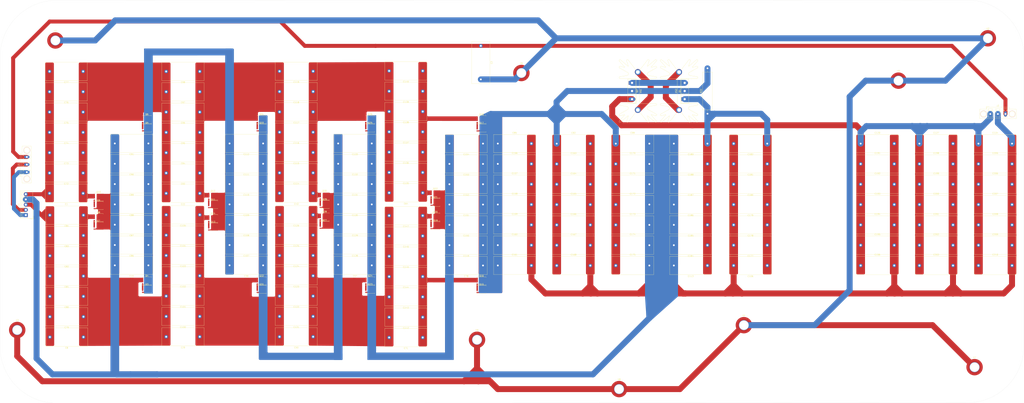
<source format=kicad_pcb>
(kicad_pcb (version 20171130) (host pcbnew 5.1.10)
  (layers (0 F.Cu signal) (31 B.Cu signal) (34 B.Paste user) (35 F.Paste user) (36 B.SilkS user) (37 F.SilkS user) (38 B.Mask user) (39 F.Mask user) (44 Edge.Cuts user))
  (net 0 "")
  (net 1 /Sheet6123FA73/sheet61244BE1/C1)
  (net 2 /Sheet6123FA73/sheet61244BDA/C1)
  (net 3 /Sheet6123FA73/sheet61244BE2/C1)
  (net 4 /Sheet6123FA73/sheet61244BDB/C1)
  (net 5 /Sheet6123FA73/sheet61244BE5/C1)
  (net 6 /Sheet6123FA73/GND)
  (net 7 /Sheet6123FA73/sheet61244BF0/C1)
  (net 8 /Sheet6123FA73/sheet61244BF1/C1)
  (net 9 /Sheet6123FA73/sheet61244BF2/C1)
  (net 10 /Sheet6123FA73/sheet61244BF3/C1)
  (net 11 /Sheet6123FA73/sheet61244BF4/C1)
  (net 12 /Sheet6123FA73/sheet61244BF5/C1)
  (net 13 /Sheet6123FA73/sheet61244BF3/C2)
  (net 14 /Sheet6123FA73/sheet61244BF4/C2)
  (net 15 /Sheet6123FA73/sheet61244BF5/C2)
  (net 16 /Sheet6123FA73/Vo)
  (net 17 "Net-(HS1-Pad1)")
  (net 18 "Net-(HS2-Pad1)")
  (net 19 /Sheet6123FA73/AC2)
  (net 20 /Sheet6123FA73/AC1)
  (net 21 "Net-(Q1-Pad3)")
  (net 22 "Net-(Q3-Pad1)")
  (net 23 "Net-(Q5-Pad1)")
  (net 24 "Net-(Q7-Pad1)")
  (net 25 "Net-(Q10-Pad4)")
  (net 26 "Net-(Q11-Pad1)")
  (net 27 "Net-(Q13-Pad1)")
  (net 28 "Net-(Q15-Pad1)")
  (net 29 "Net-(Q17-Pad1)")
  (net 30 "Net-(Q19-Pad1)")
  (net 31 "Net-(Q21-Pad1)")
  (net 32 "Net-(Q23-Pad1)")
  (net 33 "Net-(Q25-Pad1)")
  (net 34 "Net-(Q27-Pad1)")
  (net 35 "Net-(Q29-Pad1)")
  (net 36 "Net-(Q31-Pad1)")
  (net 37 "Net-(Q33-Pad1)")
  (net 38 /Sheet6123FA73/sheet61244BF9/C2)
  (net 39 "Net-(C2-Pad1)")
  (net 40 "Net-(C2-Pad2)")
  (module Capacitor_THT:C_Rect_L28.0mm_W12.0mm_P22.50mm_MKS4 (layer F.Cu) (at 139.826441 296.308877 180)
    (fp_text reference C1 (at 11.25 -7.25) (layer F.SilkS))
    (fp_text value 10u/1kV)
    (pad 1 thru_hole circle (at 0 0 180) (size 2.4 2.4) (drill 1.2) (layers *.Cu *.Mask) (net 1 /Sheet6123FA73/sheet61244BE1/C1))
    (pad 2 thru_hole circle (at 22.5 0 180) (size 2.4 2.4) (drill 1.2) (layers *.Cu *.Mask) (net 2 /Sheet6123FA73/sheet61244BDA/C1))
  )
  (module Capacitor_THT:C_Rect_L28.0mm_W12.0mm_P22.50mm_MKS4 (layer F.Cu) (at 140.052501 392.704417 180)
    (fp_text reference C8 (at 11.25 -7.25) (layer F.SilkS))
    (fp_text value 10u/1kV)
    (pad 1 thru_hole circle (at 0 0 180) (size 2.4 2.4) (drill 1.2) (layers *.Cu *.Mask) (net 3 /Sheet6123FA73/sheet61244BE2/C1))
    (pad 2 thru_hole circle (at 22.5 0 180) (size 2.4 2.4) (drill 1.2) (layers *.Cu *.Mask) (net 4 /Sheet6123FA73/sheet61244BDB/C1))
  )
  (module Capacitor_THT:C_Rect_L28.0mm_W12.0mm_P22.50mm_MKS4 (layer F.Cu) (at 183.560161 344.614597 180)
    (fp_text reference C15 (at 11.25 -7.25) (layer F.SilkS))
    (fp_text value 10u/1kV)
    (pad 1 thru_hole circle (at 0 0 180) (size 2.4 2.4) (drill 1.2) (layers *.Cu *.Mask) (net 5 /Sheet6123FA73/sheet61244BE5/C1))
    (pad 2 thru_hole circle (at 22.5 0 180) (size 2.4 2.4) (drill 1.2) (layers *.Cu *.Mask) (net 6 /Sheet6123FA73/GND))
  )
  (module Capacitor_THT:C_Rect_L28.0mm_W12.0mm_P22.50mm_MKS4 (layer F.Cu) (at 217.97044 296.324117 180)
    (fp_text reference C22 (at 11.25 -7.25) (layer F.SilkS))
    (fp_text value 10u/1kV)
    (pad 2 thru_hole circle (at 22.5 0 180) (size 2.4 2.4) (drill 1.2) (layers *.Cu *.Mask) (net 1 /Sheet6123FA73/sheet61244BE1/C1))
    (pad 1 thru_hole circle (at 0 0 180) (size 2.4 2.4) (drill 1.2) (layers *.Cu *.Mask) (net 7 /Sheet6123FA73/sheet61244BF0/C1))
  )
  (module Capacitor_THT:C_Rect_L28.0mm_W12.0mm_P22.50mm_MKS4 (layer F.Cu) (at 217.97044 392.498677 180)
    (fp_text reference C29 (at 11.25 -7.25) (layer F.SilkS))
    (fp_text value 10u/1kV)
    (pad 2 thru_hole circle (at 22.5 0 180) (size 2.4 2.4) (drill 1.2) (layers *.Cu *.Mask) (net 3 /Sheet6123FA73/sheet61244BE2/C1))
    (pad 1 thru_hole circle (at 0 0 180) (size 2.4 2.4) (drill 1.2) (layers *.Cu *.Mask) (net 8 /Sheet6123FA73/sheet61244BF1/C1))
  )
  (module Capacitor_THT:C_Rect_L28.0mm_W12.0mm_P22.50mm_MKS4 (layer F.Cu) (at 260.426774 344.614597 180)
    (fp_text reference C36 (at 11.25 -7.25) (layer F.SilkS))
    (fp_text value 10u/1kV)
    (pad 1 thru_hole circle (at 0 0 180) (size 2.4 2.4) (drill 1.2) (layers *.Cu *.Mask) (net 9 /Sheet6123FA73/sheet61244BF2/C1))
    (pad 2 thru_hole circle (at 22.5 0 180) (size 2.4 2.4) (drill 1.2) (layers *.Cu *.Mask) (net 5 /Sheet6123FA73/sheet61244BE5/C1))
  )
  (module Capacitor_THT:C_Rect_L28.0mm_W12.0mm_P22.50mm_MKS4 (layer F.Cu) (at 293.894344 296.199657 180)
    (fp_text reference C43 (at 11.25 -7.25) (layer F.SilkS))
    (fp_text value 10u/1kV)
    (pad 2 thru_hole circle (at 22.5 0 180) (size 2.4 2.4) (drill 1.2) (layers *.Cu *.Mask) (net 7 /Sheet6123FA73/sheet61244BF0/C1))
    (pad 1 thru_hole circle (at 0 0 180) (size 2.4 2.4) (drill 1.2) (layers *.Cu *.Mask) (net 10 /Sheet6123FA73/sheet61244BF3/C1))
  )
  (module Capacitor_THT:C_Rect_L28.0mm_W12.0mm_P22.50mm_MKS4 (layer F.Cu) (at 293.894344 392.498677 180)
    (fp_text reference C50 (at 11.25 -7.25) (layer F.SilkS))
    (fp_text value 10u/1kV)
    (pad 1 thru_hole circle (at 0 0 180) (size 2.4 2.4) (drill 1.2) (layers *.Cu *.Mask) (net 11 /Sheet6123FA73/sheet61244BF4/C1))
    (pad 2 thru_hole circle (at 22.5 0 180) (size 2.4 2.4) (drill 1.2) (layers *.Cu *.Mask) (net 8 /Sheet6123FA73/sheet61244BF1/C1))
  )
  (module Capacitor_THT:C_Rect_L28.0mm_W12.0mm_P22.50mm_MKS4 (layer F.Cu) (at 333.186481 344.614597 180)
    (fp_text reference C57 (at 11.25 -7.25) (layer F.SilkS))
    (fp_text value 10u/1kV)
    (pad 2 thru_hole circle (at 22.5 0 180) (size 2.4 2.4) (drill 1.2) (layers *.Cu *.Mask) (net 9 /Sheet6123FA73/sheet61244BF2/C1))
    (pad 1 thru_hole circle (at 0 0 180) (size 2.4 2.4) (drill 1.2) (layers *.Cu *.Mask) (net 12 /Sheet6123FA73/sheet61244BF5/C1))
  )
  (module Capacitor_THT:C_Rect_L28.0mm_W12.0mm_P22.50mm_MKS4 (layer F.Cu) (at 367.31736 295.960897 180)
    (fp_text reference C64 (at 11.25 -7.25) (layer F.SilkS))
    (fp_text value 10u/1kV)
    (pad 1 thru_hole circle (at 0 0 180) (size 2.4 2.4) (drill 1.2) (layers *.Cu *.Mask) (net 13 /Sheet6123FA73/sheet61244BF3/C2))
    (pad 2 thru_hole circle (at 22.5 0 180) (size 2.4 2.4) (drill 1.2) (layers *.Cu *.Mask) (net 10 /Sheet6123FA73/sheet61244BF3/C1))
  )
  (module Capacitor_THT:C_Rect_L28.0mm_W12.0mm_P22.50mm_MKS4 (layer F.Cu) (at 367.31736 393.019377 180)
    (fp_text reference C71 (at 11.25 -7.25) (layer F.SilkS))
    (fp_text value 10u/1kV)
    (pad 2 thru_hole circle (at 22.5 0 180) (size 2.4 2.4) (drill 1.2) (layers *.Cu *.Mask) (net 11 /Sheet6123FA73/sheet61244BF4/C1))
    (pad 1 thru_hole circle (at 0 0 180) (size 2.4 2.4) (drill 1.2) (layers *.Cu *.Mask) (net 14 /Sheet6123FA73/sheet61244BF4/C2))
  )
  (module Capacitor_THT:C_Rect_L28.0mm_W12.0mm_P22.50mm_MKS4 (layer F.Cu) (at 139.826441 282.683467 180)
    (fp_text reference C72 (at 11.25 -7.25) (layer F.SilkS))
    (fp_text value 10u/1kV)
    (pad 1 thru_hole circle (at 0 0 180) (size 2.4 2.4) (drill 1.2) (layers *.Cu *.Mask) (net 1 /Sheet6123FA73/sheet61244BE1/C1))
    (pad 2 thru_hole circle (at 22.5 0 180) (size 2.4 2.4) (drill 1.2) (layers *.Cu *.Mask) (net 2 /Sheet6123FA73/sheet61244BDA/C1))
  )
  (module Capacitor_THT:C_Rect_L28.0mm_W12.0mm_P22.50mm_MKS4 (layer F.Cu) (at 139.826441 269.058061 180)
    (fp_text reference C73 (at 11.25 -7.25) (layer F.SilkS))
    (fp_text value 10u/1kV)
    (pad 2 thru_hole circle (at 22.5 0 180) (size 2.4 2.4) (drill 1.2) (layers *.Cu *.Mask) (net 2 /Sheet6123FA73/sheet61244BDA/C1))
    (pad 1 thru_hole circle (at 0 0 180) (size 2.4 2.4) (drill 1.2) (layers *.Cu *.Mask) (net 1 /Sheet6123FA73/sheet61244BE1/C1))
  )
  (module Capacitor_THT:C_Rect_L28.0mm_W12.0mm_P22.50mm_MKS4 (layer F.Cu) (at 139.826441 255.432655 180)
    (fp_text reference C74 (at 11.25 -7.25) (layer F.SilkS))
    (fp_text value 10u/1kV)
    (pad 1 thru_hole circle (at 0 0 180) (size 2.4 2.4) (drill 1.2) (layers *.Cu *.Mask) (net 1 /Sheet6123FA73/sheet61244BE1/C1))
    (pad 2 thru_hole circle (at 22.5 0 180) (size 2.4 2.4) (drill 1.2) (layers *.Cu *.Mask) (net 2 /Sheet6123FA73/sheet61244BDA/C1))
  )
  (module Capacitor_THT:C_Rect_L28.0mm_W12.0mm_P22.50mm_MKS4 (layer F.Cu) (at 139.826441 241.807249 180)
    (fp_text reference C75 (at 11.25 -7.25) (layer F.SilkS))
    (fp_text value 10u/1kV)
    (pad 2 thru_hole circle (at 22.5 0 180) (size 2.4 2.4) (drill 1.2) (layers *.Cu *.Mask) (net 2 /Sheet6123FA73/sheet61244BDA/C1))
    (pad 1 thru_hole circle (at 0 0 180) (size 2.4 2.4) (drill 1.2) (layers *.Cu *.Mask) (net 1 /Sheet6123FA73/sheet61244BE1/C1))
  )
  (module Capacitor_THT:C_Rect_L28.0mm_W12.0mm_P22.50mm_MKS4 (layer F.Cu) (at 139.826441 228.181843 180)
    (fp_text reference C76 (at 11.25 -7.25) (layer F.SilkS))
    (fp_text value 10u/1kV)
    (pad 1 thru_hole circle (at 0 0 180) (size 2.4 2.4) (drill 1.2) (layers *.Cu *.Mask) (net 1 /Sheet6123FA73/sheet61244BE1/C1))
    (pad 2 thru_hole circle (at 22.5 0 180) (size 2.4 2.4) (drill 1.2) (layers *.Cu *.Mask) (net 2 /Sheet6123FA73/sheet61244BDA/C1))
  )
  (module Capacitor_THT:C_Rect_L28.0mm_W12.0mm_P22.50mm_MKS4 (layer F.Cu) (at 139.826441 214.556437 180)
    (fp_text reference C77 (at 11.25 -7.25) (layer F.SilkS))
    (fp_text value 10u/1kV)
    (pad 2 thru_hole circle (at 22.5 0 180) (size 2.4 2.4) (drill 1.2) (layers *.Cu *.Mask) (net 2 /Sheet6123FA73/sheet61244BDA/C1))
    (pad 1 thru_hole circle (at 0 0 180) (size 2.4 2.4) (drill 1.2) (layers *.Cu *.Mask) (net 1 /Sheet6123FA73/sheet61244BE1/C1))
  )
  (module Capacitor_THT:C_Rect_L28.0mm_W12.0mm_P22.50mm_MKS4 (layer F.Cu) (at 407.711879 344.713463 180)
    (fp_text reference C78 (at 11.25 -7.25 180) (layer F.SilkS))
    (fp_text value 10u/1kV)
    (pad 2 thru_hole circle (at 22.5 0 180) (size 2.4 2.4) (drill 1.2) (layers *.Cu *.Mask) (net 12 /Sheet6123FA73/sheet61244BF5/C1))
    (pad 1 thru_hole circle (at 0 0 180) (size 2.4 2.4) (drill 1.2) (layers *.Cu *.Mask) (net 15 /Sheet6123FA73/sheet61244BF5/C2))
  )
  (module Capacitor_THT:C_Rect_L28.0mm_W12.0mm_P22.50mm_MKS4 (layer F.Cu) (at 140.052501 379.079007 180)
    (fp_text reference C79 (at 11.25 -7.25) (layer F.SilkS))
    (fp_text value 10u/1kV)
    (pad 2 thru_hole circle (at 22.5 0 180) (size 2.4 2.4) (drill 1.2) (layers *.Cu *.Mask) (net 4 /Sheet6123FA73/sheet61244BDB/C1))
    (pad 1 thru_hole circle (at 0 0 180) (size 2.4 2.4) (drill 1.2) (layers *.Cu *.Mask) (net 3 /Sheet6123FA73/sheet61244BE2/C1))
  )
  (module Capacitor_THT:C_Rect_L28.0mm_W12.0mm_P22.50mm_MKS4 (layer F.Cu) (at 140.052501 365.453601 180)
    (fp_text reference C80 (at 11.25 -7.25) (layer F.SilkS))
    (fp_text value 10u/1kV)
    (pad 1 thru_hole circle (at 0 0 180) (size 2.4 2.4) (drill 1.2) (layers *.Cu *.Mask) (net 3 /Sheet6123FA73/sheet61244BE2/C1))
    (pad 2 thru_hole circle (at 22.5 0 180) (size 2.4 2.4) (drill 1.2) (layers *.Cu *.Mask) (net 4 /Sheet6123FA73/sheet61244BDB/C1))
  )
  (module Capacitor_THT:C_Rect_L28.0mm_W12.0mm_P22.50mm_MKS4 (layer F.Cu) (at 140.052501 351.828195 180)
    (fp_text reference C81 (at 11.25 -7.25) (layer F.SilkS))
    (fp_text value 10u/1kV)
    (pad 2 thru_hole circle (at 22.5 0 180) (size 2.4 2.4) (drill 1.2) (layers *.Cu *.Mask) (net 4 /Sheet6123FA73/sheet61244BDB/C1))
    (pad 1 thru_hole circle (at 0 0 180) (size 2.4 2.4) (drill 1.2) (layers *.Cu *.Mask) (net 3 /Sheet6123FA73/sheet61244BE2/C1))
  )
  (module Capacitor_THT:C_Rect_L28.0mm_W12.0mm_P22.50mm_MKS4 (layer F.Cu) (at 140.052501 338.202789 180)
    (fp_text reference C82 (at 11.25 -7.25) (layer F.SilkS))
    (fp_text value 10u/1kV)
    (pad 2 thru_hole circle (at 22.5 0 180) (size 2.4 2.4) (drill 1.2) (layers *.Cu *.Mask) (net 4 /Sheet6123FA73/sheet61244BDB/C1))
    (pad 1 thru_hole circle (at 0 0 180) (size 2.4 2.4) (drill 1.2) (layers *.Cu *.Mask) (net 3 /Sheet6123FA73/sheet61244BE2/C1))
  )
  (module Capacitor_THT:C_Rect_L28.0mm_W12.0mm_P22.50mm_MKS4 (layer F.Cu) (at 140.052501 324.577383 180)
    (fp_text reference C83 (at 11.25 -7.25) (layer F.SilkS))
    (fp_text value 10u/1kV)
    (pad 1 thru_hole circle (at 0 0 180) (size 2.4 2.4) (drill 1.2) (layers *.Cu *.Mask) (net 3 /Sheet6123FA73/sheet61244BE2/C1))
    (pad 2 thru_hole circle (at 22.5 0 180) (size 2.4 2.4) (drill 1.2) (layers *.Cu *.Mask) (net 4 /Sheet6123FA73/sheet61244BDB/C1))
  )
  (module Capacitor_THT:C_Rect_L28.0mm_W12.0mm_P22.50mm_MKS4 (layer F.Cu) (at 140.052501 310.951977 180)
    (fp_text reference C84 (at 11.25 -7.25) (layer F.SilkS))
    (fp_text value 10u/1kV)
    (pad 2 thru_hole circle (at 22.5 0 180) (size 2.4 2.4) (drill 1.2) (layers *.Cu *.Mask) (net 4 /Sheet6123FA73/sheet61244BDB/C1))
    (pad 1 thru_hole circle (at 0 0 180) (size 2.4 2.4) (drill 1.2) (layers *.Cu *.Mask) (net 3 /Sheet6123FA73/sheet61244BE2/C1))
  )
  (module Capacitor_THT:C_Rect_L28.0mm_W12.0mm_P22.50mm_MKS4 (layer F.Cu) (at 417.623021 262.948583)
    (fp_text reference C85 (at 11.25 -7.25 -180) (layer F.SilkS))
    (fp_text value 10u/1kV)
    (pad 1 thru_hole circle (at 0 0) (size 2.4 2.4) (drill 1.2) (layers *.Cu *.Mask) (net 15 /Sheet6123FA73/sheet61244BF5/C2))
    (pad 2 thru_hole circle (at 22.5 0) (size 2.4 2.4) (drill 1.2) (layers *.Cu *.Mask) (net 6 /Sheet6123FA73/GND))
  )
  (module Capacitor_THT:C_Rect_L28.0mm_W12.0mm_P22.50mm_MKS4 (layer F.Cu) (at 183.560161 330.989187 180)
    (fp_text reference C86 (at 11.25 -7.25) (layer F.SilkS))
    (fp_text value 10u/1kV)
    (pad 2 thru_hole circle (at 22.5 0 180) (size 2.4 2.4) (drill 1.2) (layers *.Cu *.Mask) (net 6 /Sheet6123FA73/GND))
    (pad 1 thru_hole circle (at 0 0 180) (size 2.4 2.4) (drill 1.2) (layers *.Cu *.Mask) (net 5 /Sheet6123FA73/sheet61244BE5/C1))
  )
  (module Capacitor_THT:C_Rect_L28.0mm_W12.0mm_P22.50mm_MKS4 (layer F.Cu) (at 183.560161 317.363781 180)
    (fp_text reference C87 (at 11.25 -7.25) (layer F.SilkS))
    (fp_text value 10u/1kV)
    (pad 1 thru_hole circle (at 0 0 180) (size 2.4 2.4) (drill 1.2) (layers *.Cu *.Mask) (net 5 /Sheet6123FA73/sheet61244BE5/C1))
    (pad 2 thru_hole circle (at 22.5 0 180) (size 2.4 2.4) (drill 1.2) (layers *.Cu *.Mask) (net 6 /Sheet6123FA73/GND))
  )
  (module Capacitor_THT:C_Rect_L28.0mm_W12.0mm_P22.50mm_MKS4 (layer F.Cu) (at 183.560161 303.738375 180)
    (fp_text reference C88 (at 11.25 -7.25) (layer F.SilkS))
    (fp_text value 10u/1kV)
    (pad 2 thru_hole circle (at 22.5 0 180) (size 2.4 2.4) (drill 1.2) (layers *.Cu *.Mask) (net 6 /Sheet6123FA73/GND))
    (pad 1 thru_hole circle (at 0 0 180) (size 2.4 2.4) (drill 1.2) (layers *.Cu *.Mask) (net 5 /Sheet6123FA73/sheet61244BE5/C1))
  )
  (module Capacitor_THT:C_Rect_L28.0mm_W12.0mm_P22.50mm_MKS4 (layer F.Cu) (at 183.560161 290.112969 180)
    (fp_text reference C89 (at 11.25 -7.25) (layer F.SilkS))
    (fp_text value 10u/1kV)
    (pad 1 thru_hole circle (at 0 0 180) (size 2.4 2.4) (drill 1.2) (layers *.Cu *.Mask) (net 5 /Sheet6123FA73/sheet61244BE5/C1))
    (pad 2 thru_hole circle (at 22.5 0 180) (size 2.4 2.4) (drill 1.2) (layers *.Cu *.Mask) (net 6 /Sheet6123FA73/GND))
  )
  (module Capacitor_THT:C_Rect_L28.0mm_W12.0mm_P22.50mm_MKS4 (layer F.Cu) (at 183.560161 276.487563 180)
    (fp_text reference C90 (at 11.25 -7.25) (layer F.SilkS))
    (fp_text value 10u/1kV)
    (pad 2 thru_hole circle (at 22.5 0 180) (size 2.4 2.4) (drill 1.2) (layers *.Cu *.Mask) (net 6 /Sheet6123FA73/GND))
    (pad 1 thru_hole circle (at 0 0 180) (size 2.4 2.4) (drill 1.2) (layers *.Cu *.Mask) (net 5 /Sheet6123FA73/sheet61244BE5/C1))
  )
  (module Capacitor_THT:C_Rect_L28.0mm_W12.0mm_P22.50mm_MKS4 (layer F.Cu) (at 183.560161 262.862157 180)
    (fp_text reference C91 (at 11.25 -7.25) (layer F.SilkS))
    (fp_text value 10u/1kV)
    (pad 1 thru_hole circle (at 0 0 180) (size 2.4 2.4) (drill 1.2) (layers *.Cu *.Mask) (net 5 /Sheet6123FA73/sheet61244BE5/C1))
    (pad 2 thru_hole circle (at 22.5 0 180) (size 2.4 2.4) (drill 1.2) (layers *.Cu *.Mask) (net 6 /Sheet6123FA73/GND))
  )
  (module Capacitor_THT:C_Rect_L28.0mm_W12.0mm_P22.50mm_MKS4 (layer F.Cu) (at 457.085621 262.999383)
    (fp_text reference C92 (at 11.25 -7.25 -180) (layer F.SilkS))
    (fp_text value 10u/1kV)
    (pad 2 thru_hole circle (at 22.5 0) (size 2.4 2.4) (drill 1.2) (layers *.Cu *.Mask) (net 6 /Sheet6123FA73/GND))
    (pad 1 thru_hole circle (at 0 0) (size 2.4 2.4) (drill 1.2) (layers *.Cu *.Mask) (net 15 /Sheet6123FA73/sheet61244BF5/C2))
  )
  (module Capacitor_THT:C_Rect_L28.0mm_W12.0mm_P22.50mm_MKS4 (layer F.Cu) (at 217.97044 282.698707 180)
    (fp_text reference C93 (at 11.25 -7.25) (layer F.SilkS))
    (fp_text value 10u/1kV)
    (pad 1 thru_hole circle (at 0 0 180) (size 2.4 2.4) (drill 1.2) (layers *.Cu *.Mask) (net 7 /Sheet6123FA73/sheet61244BF0/C1))
    (pad 2 thru_hole circle (at 22.5 0 180) (size 2.4 2.4) (drill 1.2) (layers *.Cu *.Mask) (net 1 /Sheet6123FA73/sheet61244BE1/C1))
  )
  (module Capacitor_THT:C_Rect_L28.0mm_W12.0mm_P22.50mm_MKS4 (layer F.Cu) (at 217.97044 269.073301 180)
    (fp_text reference C94 (at 11.25 -7.25) (layer F.SilkS))
    (fp_text value 10u/1kV)
    (pad 2 thru_hole circle (at 22.5 0 180) (size 2.4 2.4) (drill 1.2) (layers *.Cu *.Mask) (net 1 /Sheet6123FA73/sheet61244BE1/C1))
    (pad 1 thru_hole circle (at 0 0 180) (size 2.4 2.4) (drill 1.2) (layers *.Cu *.Mask) (net 7 /Sheet6123FA73/sheet61244BF0/C1))
  )
  (module Capacitor_THT:C_Rect_L28.0mm_W12.0mm_P22.50mm_MKS4 (layer F.Cu) (at 217.97044 255.447895 180)
    (fp_text reference C95 (at 11.25 -7.25) (layer F.SilkS))
    (fp_text value 10u/1kV)
    (pad 1 thru_hole circle (at 0 0 180) (size 2.4 2.4) (drill 1.2) (layers *.Cu *.Mask) (net 7 /Sheet6123FA73/sheet61244BF0/C1))
    (pad 2 thru_hole circle (at 22.5 0 180) (size 2.4 2.4) (drill 1.2) (layers *.Cu *.Mask) (net 1 /Sheet6123FA73/sheet61244BE1/C1))
  )
  (module Capacitor_THT:C_Rect_L28.0mm_W12.0mm_P22.50mm_MKS4 (layer F.Cu) (at 217.97044 241.822489 180)
    (fp_text reference C96 (at 11.25 -7.25) (layer F.SilkS))
    (fp_text value 10u/1kV)
    (pad 2 thru_hole circle (at 22.5 0 180) (size 2.4 2.4) (drill 1.2) (layers *.Cu *.Mask) (net 1 /Sheet6123FA73/sheet61244BE1/C1))
    (pad 1 thru_hole circle (at 0 0 180) (size 2.4 2.4) (drill 1.2) (layers *.Cu *.Mask) (net 7 /Sheet6123FA73/sheet61244BF0/C1))
  )
  (module Capacitor_THT:C_Rect_L28.0mm_W12.0mm_P22.50mm_MKS4 (layer F.Cu) (at 217.97044 228.197083 180)
    (fp_text reference C97 (at 11.25 -7.25) (layer F.SilkS))
    (fp_text value 10u/1kV)
    (pad 2 thru_hole circle (at 22.5 0 180) (size 2.4 2.4) (drill 1.2) (layers *.Cu *.Mask) (net 1 /Sheet6123FA73/sheet61244BE1/C1))
    (pad 1 thru_hole circle (at 0 0 180) (size 2.4 2.4) (drill 1.2) (layers *.Cu *.Mask) (net 7 /Sheet6123FA73/sheet61244BF0/C1))
  )
  (module Capacitor_THT:C_Rect_L28.0mm_W12.0mm_P22.50mm_MKS4 (layer F.Cu) (at 217.97044 214.571677 180)
    (fp_text reference C98 (at 11.25 -7.25) (layer F.SilkS))
    (fp_text value 10u/1kV)
    (pad 1 thru_hole circle (at 0 0 180) (size 2.4 2.4) (drill 1.2) (layers *.Cu *.Mask) (net 7 /Sheet6123FA73/sheet61244BF0/C1))
    (pad 2 thru_hole circle (at 22.5 0 180) (size 2.4 2.4) (drill 1.2) (layers *.Cu *.Mask) (net 1 /Sheet6123FA73/sheet61244BE1/C1))
  )
  (module Capacitor_THT:C_Rect_L28.0mm_W12.0mm_P22.50mm_MKS4 (layer F.Cu) (at 496.648974 262.984143)
    (fp_text reference C99 (at 11.25 -7.25 -180) (layer F.SilkS))
    (fp_text value 10u/1kV)
    (pad 2 thru_hole circle (at 22.5 0) (size 2.4 2.4) (drill 1.2) (layers *.Cu *.Mask) (net 6 /Sheet6123FA73/GND))
    (pad 1 thru_hole circle (at 0 0) (size 2.4 2.4) (drill 1.2) (layers *.Cu *.Mask) (net 15 /Sheet6123FA73/sheet61244BF5/C2))
  )
  (module Capacitor_THT:C_Rect_L28.0mm_W12.0mm_P22.50mm_MKS4 (layer F.Cu) (at 217.97044 378.873267 180)
    (fp_text reference C100 (at 11.25 -7.25) (layer F.SilkS))
    (fp_text value 10u/1kV)
    (pad 1 thru_hole circle (at 0 0 180) (size 2.4 2.4) (drill 1.2) (layers *.Cu *.Mask) (net 8 /Sheet6123FA73/sheet61244BF1/C1))
    (pad 2 thru_hole circle (at 22.5 0 180) (size 2.4 2.4) (drill 1.2) (layers *.Cu *.Mask) (net 3 /Sheet6123FA73/sheet61244BE2/C1))
  )
  (module Capacitor_THT:C_Rect_L28.0mm_W12.0mm_P22.50mm_MKS4 (layer F.Cu) (at 217.97044 365.247861 180)
    (fp_text reference C101 (at 11.25 -7.25) (layer F.SilkS))
    (fp_text value 10u/1kV)
    (pad 2 thru_hole circle (at 22.5 0 180) (size 2.4 2.4) (drill 1.2) (layers *.Cu *.Mask) (net 3 /Sheet6123FA73/sheet61244BE2/C1))
    (pad 1 thru_hole circle (at 0 0 180) (size 2.4 2.4) (drill 1.2) (layers *.Cu *.Mask) (net 8 /Sheet6123FA73/sheet61244BF1/C1))
  )
  (module Capacitor_THT:C_Rect_L28.0mm_W12.0mm_P22.50mm_MKS4 (layer F.Cu) (at 217.97044 351.622455 180)
    (fp_text reference C102 (at 11.25 -7.25) (layer F.SilkS))
    (fp_text value 10u/1kV)
    (pad 1 thru_hole circle (at 0 0 180) (size 2.4 2.4) (drill 1.2) (layers *.Cu *.Mask) (net 8 /Sheet6123FA73/sheet61244BF1/C1))
    (pad 2 thru_hole circle (at 22.5 0 180) (size 2.4 2.4) (drill 1.2) (layers *.Cu *.Mask) (net 3 /Sheet6123FA73/sheet61244BE2/C1))
  )
  (module Capacitor_THT:C_Rect_L28.0mm_W12.0mm_P22.50mm_MKS4 (layer F.Cu) (at 217.97044 337.997049 180)
    (fp_text reference C103 (at 11.25 -7.25) (layer F.SilkS))
    (fp_text value 10u/1kV)
    (pad 2 thru_hole circle (at 22.5 0 180) (size 2.4 2.4) (drill 1.2) (layers *.Cu *.Mask) (net 3 /Sheet6123FA73/sheet61244BE2/C1))
    (pad 1 thru_hole circle (at 0 0 180) (size 2.4 2.4) (drill 1.2) (layers *.Cu *.Mask) (net 8 /Sheet6123FA73/sheet61244BF1/C1))
  )
  (module Capacitor_THT:C_Rect_L28.0mm_W12.0mm_P22.50mm_MKS4 (layer F.Cu) (at 217.97044 324.371643 180)
    (fp_text reference C104 (at 11.25 -7.25) (layer F.SilkS))
    (fp_text value 10u/1kV)
    (pad 1 thru_hole circle (at 0 0 180) (size 2.4 2.4) (drill 1.2) (layers *.Cu *.Mask) (net 8 /Sheet6123FA73/sheet61244BF1/C1))
    (pad 2 thru_hole circle (at 22.5 0 180) (size 2.4 2.4) (drill 1.2) (layers *.Cu *.Mask) (net 3 /Sheet6123FA73/sheet61244BE2/C1))
  )
  (module Capacitor_THT:C_Rect_L28.0mm_W12.0mm_P22.50mm_MKS4 (layer F.Cu) (at 217.97044 310.746237 180)
    (fp_text reference C105 (at 11.25 -7.25) (layer F.SilkS))
    (fp_text value 10u/1kV)
    (pad 2 thru_hole circle (at 22.5 0 180) (size 2.4 2.4) (drill 1.2) (layers *.Cu *.Mask) (net 3 /Sheet6123FA73/sheet61244BE2/C1))
    (pad 1 thru_hole circle (at 0 0 180) (size 2.4 2.4) (drill 1.2) (layers *.Cu *.Mask) (net 8 /Sheet6123FA73/sheet61244BF1/C1))
  )
  (module Capacitor_THT:C_Rect_L28.0mm_W12.0mm_P22.50mm_MKS4 (layer F.Cu) (at 598.109779 344.721277 180)
    (fp_text reference C106 (at 11.25 -7.25) (layer F.SilkS))
    (fp_text value 10u/1kV)
    (pad 2 thru_hole circle (at 22.5 0 180) (size 2.4 2.4) (drill 1.2) (layers *.Cu *.Mask) (net 6 /Sheet6123FA73/GND))
    (pad 1 thru_hole circle (at 0 0 180) (size 2.4 2.4) (drill 1.2) (layers *.Cu *.Mask) (net 38 /Sheet6123FA73/sheet61244BF9/C2))
  )
  (module Capacitor_THT:C_Rect_L28.0mm_W12.0mm_P22.50mm_MKS4 (layer F.Cu) (at 260.426774 330.989187 180)
    (fp_text reference C107 (at 11.25 -7.25) (layer F.SilkS))
    (fp_text value 10u/1kV)
    (pad 2 thru_hole circle (at 22.5 0 180) (size 2.4 2.4) (drill 1.2) (layers *.Cu *.Mask) (net 5 /Sheet6123FA73/sheet61244BE5/C1))
    (pad 1 thru_hole circle (at 0 0 180) (size 2.4 2.4) (drill 1.2) (layers *.Cu *.Mask) (net 9 /Sheet6123FA73/sheet61244BF2/C1))
  )
  (module Capacitor_THT:C_Rect_L28.0mm_W12.0mm_P22.50mm_MKS4 (layer F.Cu) (at 260.426774 317.363781 180)
    (fp_text reference C108 (at 11.25 -7.25) (layer F.SilkS))
    (fp_text value 10u/1kV)
    (pad 1 thru_hole circle (at 0 0 180) (size 2.4 2.4) (drill 1.2) (layers *.Cu *.Mask) (net 9 /Sheet6123FA73/sheet61244BF2/C1))
    (pad 2 thru_hole circle (at 22.5 0 180) (size 2.4 2.4) (drill 1.2) (layers *.Cu *.Mask) (net 5 /Sheet6123FA73/sheet61244BE5/C1))
  )
  (module Capacitor_THT:C_Rect_L28.0mm_W12.0mm_P22.50mm_MKS4 (layer F.Cu) (at 260.426774 303.738375 180)
    (fp_text reference C109 (at 11.25 -7.25) (layer F.SilkS))
    (fp_text value 10u/1kV)
    (pad 2 thru_hole circle (at 22.5 0 180) (size 2.4 2.4) (drill 1.2) (layers *.Cu *.Mask) (net 5 /Sheet6123FA73/sheet61244BE5/C1))
    (pad 1 thru_hole circle (at 0 0 180) (size 2.4 2.4) (drill 1.2) (layers *.Cu *.Mask) (net 9 /Sheet6123FA73/sheet61244BF2/C1))
  )
  (module Capacitor_THT:C_Rect_L28.0mm_W12.0mm_P22.50mm_MKS4 (layer F.Cu) (at 260.426774 290.112969 180)
    (fp_text reference C110 (at 11.25 -7.25) (layer F.SilkS))
    (fp_text value 10u/1kV)
    (pad 1 thru_hole circle (at 0 0 180) (size 2.4 2.4) (drill 1.2) (layers *.Cu *.Mask) (net 9 /Sheet6123FA73/sheet61244BF2/C1))
    (pad 2 thru_hole circle (at 22.5 0 180) (size 2.4 2.4) (drill 1.2) (layers *.Cu *.Mask) (net 5 /Sheet6123FA73/sheet61244BE5/C1))
  )
  (module Capacitor_THT:C_Rect_L28.0mm_W12.0mm_P22.50mm_MKS4 (layer F.Cu) (at 260.426774 276.487563 180)
    (fp_text reference C111 (at 11.25 -7.25) (layer F.SilkS))
    (fp_text value 10u/1kV)
    (pad 2 thru_hole circle (at 22.5 0 180) (size 2.4 2.4) (drill 1.2) (layers *.Cu *.Mask) (net 5 /Sheet6123FA73/sheet61244BE5/C1))
    (pad 1 thru_hole circle (at 0 0 180) (size 2.4 2.4) (drill 1.2) (layers *.Cu *.Mask) (net 9 /Sheet6123FA73/sheet61244BF2/C1))
  )
  (module Capacitor_THT:C_Rect_L28.0mm_W12.0mm_P22.50mm_MKS4 (layer F.Cu) (at 260.426774 262.862157 180)
    (fp_text reference C112 (at 11.25 -7.25) (layer F.SilkS))
    (fp_text value 10u/1kV)
    (pad 1 thru_hole circle (at 0 0 180) (size 2.4 2.4) (drill 1.2) (layers *.Cu *.Mask) (net 9 /Sheet6123FA73/sheet61244BF2/C1))
    (pad 2 thru_hole circle (at 22.5 0 180) (size 2.4 2.4) (drill 1.2) (layers *.Cu *.Mask) (net 5 /Sheet6123FA73/sheet61244BE5/C1))
  )
  (module Capacitor_THT:C_Rect_L28.0mm_W12.0mm_P22.50mm_MKS4 (layer F.Cu) (at 558.044907 344.718737 180)
    (fp_text reference C113 (at 11.25 -7.25) (layer F.SilkS))
    (fp_text value 10u/1kV)
    (pad 2 thru_hole circle (at 22.5 0 180) (size 2.4 2.4) (drill 1.2) (layers *.Cu *.Mask) (net 6 /Sheet6123FA73/GND))
    (pad 1 thru_hole circle (at 0 0 180) (size 2.4 2.4) (drill 1.2) (layers *.Cu *.Mask) (net 38 /Sheet6123FA73/sheet61244BF9/C2))
  )
  (module Capacitor_THT:C_Rect_L28.0mm_W12.0mm_P22.50mm_MKS4 (layer F.Cu) (at 293.894344 282.574247 180)
    (fp_text reference C114 (at 11.25 -7.25) (layer F.SilkS))
    (fp_text value 10u/1kV)
    (pad 1 thru_hole circle (at 0 0 180) (size 2.4 2.4) (drill 1.2) (layers *.Cu *.Mask) (net 10 /Sheet6123FA73/sheet61244BF3/C1))
    (pad 2 thru_hole circle (at 22.5 0 180) (size 2.4 2.4) (drill 1.2) (layers *.Cu *.Mask) (net 7 /Sheet6123FA73/sheet61244BF0/C1))
  )
  (module Capacitor_THT:C_Rect_L28.0mm_W12.0mm_P22.50mm_MKS4 (layer F.Cu) (at 293.894344 268.948841 180)
    (fp_text reference C115 (at 11.25 -7.25) (layer F.SilkS))
    (fp_text value 10u/1kV)
    (pad 2 thru_hole circle (at 22.5 0 180) (size 2.4 2.4) (drill 1.2) (layers *.Cu *.Mask) (net 7 /Sheet6123FA73/sheet61244BF0/C1))
    (pad 1 thru_hole circle (at 0 0 180) (size 2.4 2.4) (drill 1.2) (layers *.Cu *.Mask) (net 10 /Sheet6123FA73/sheet61244BF3/C1))
  )
  (module Capacitor_THT:C_Rect_L28.0mm_W12.0mm_P22.50mm_MKS4 (layer F.Cu) (at 293.894344 255.323435 180)
    (fp_text reference C116 (at 11.25 -7.25) (layer F.SilkS))
    (fp_text value 10u/1kV)
    (pad 1 thru_hole circle (at 0 0 180) (size 2.4 2.4) (drill 1.2) (layers *.Cu *.Mask) (net 10 /Sheet6123FA73/sheet61244BF3/C1))
    (pad 2 thru_hole circle (at 22.5 0 180) (size 2.4 2.4) (drill 1.2) (layers *.Cu *.Mask) (net 7 /Sheet6123FA73/sheet61244BF0/C1))
  )
  (module Capacitor_THT:C_Rect_L28.0mm_W12.0mm_P22.50mm_MKS4 (layer F.Cu) (at 293.894344 241.698029 180)
    (fp_text reference C117 (at 11.25 -7.25) (layer F.SilkS))
    (fp_text value 10u/1kV)
    (pad 2 thru_hole circle (at 22.5 0 180) (size 2.4 2.4) (drill 1.2) (layers *.Cu *.Mask) (net 7 /Sheet6123FA73/sheet61244BF0/C1))
    (pad 1 thru_hole circle (at 0 0 180) (size 2.4 2.4) (drill 1.2) (layers *.Cu *.Mask) (net 10 /Sheet6123FA73/sheet61244BF3/C1))
  )
  (module Capacitor_THT:C_Rect_L28.0mm_W12.0mm_P22.50mm_MKS4 (layer F.Cu) (at 293.894344 228.072623 180)
    (fp_text reference C118 (at 11.25 -7.25) (layer F.SilkS))
    (fp_text value 10u/1kV)
    (pad 1 thru_hole circle (at 0 0 180) (size 2.4 2.4) (drill 1.2) (layers *.Cu *.Mask) (net 10 /Sheet6123FA73/sheet61244BF3/C1))
    (pad 2 thru_hole circle (at 22.5 0 180) (size 2.4 2.4) (drill 1.2) (layers *.Cu *.Mask) (net 7 /Sheet6123FA73/sheet61244BF0/C1))
  )
  (module Capacitor_THT:C_Rect_L28.0mm_W12.0mm_P22.50mm_MKS4 (layer F.Cu) (at 293.894344 214.447217 180)
    (fp_text reference C119 (at 11.25 -7.25) (layer F.SilkS))
    (fp_text value 10u/1kV)
    (pad 2 thru_hole circle (at 22.5 0 180) (size 2.4 2.4) (drill 1.2) (layers *.Cu *.Mask) (net 7 /Sheet6123FA73/sheet61244BF0/C1))
    (pad 1 thru_hole circle (at 0 0 180) (size 2.4 2.4) (drill 1.2) (layers *.Cu *.Mask) (net 10 /Sheet6123FA73/sheet61244BF3/C1))
  )
  (module Capacitor_THT:C_Rect_L28.0mm_W12.0mm_P22.50mm_MKS4 (layer F.Cu) (at 660.692943 262.973723)
    (fp_text reference C120 (at 11.25 -7.25 -180) (layer F.SilkS))
    (fp_text value 10u/1kV)
    (pad 1 thru_hole circle (at 0 0) (size 2.4 2.4) (drill 1.2) (layers *.Cu *.Mask) (net 16 /Sheet6123FA73/Vo))
    (pad 2 thru_hole circle (at 22.5 0) (size 2.4 2.4) (drill 1.2) (layers *.Cu *.Mask) (net 6 /Sheet6123FA73/GND))
  )
  (module Capacitor_THT:C_Rect_L28.0mm_W12.0mm_P22.50mm_MKS4 (layer F.Cu) (at 293.894344 378.873267 180)
    (fp_text reference C121 (at 11.25 -7.25) (layer F.SilkS))
    (fp_text value 10u/1kV)
    (pad 2 thru_hole circle (at 22.5 0 180) (size 2.4 2.4) (drill 1.2) (layers *.Cu *.Mask) (net 8 /Sheet6123FA73/sheet61244BF1/C1))
    (pad 1 thru_hole circle (at 0 0 180) (size 2.4 2.4) (drill 1.2) (layers *.Cu *.Mask) (net 11 /Sheet6123FA73/sheet61244BF4/C1))
  )
  (module Capacitor_THT:C_Rect_L28.0mm_W12.0mm_P22.50mm_MKS4 (layer F.Cu) (at 293.894344 365.247861 180)
    (fp_text reference C122 (at 11.25 -7.25) (layer F.SilkS))
    (fp_text value 10u/1kV)
    (pad 1 thru_hole circle (at 0 0 180) (size 2.4 2.4) (drill 1.2) (layers *.Cu *.Mask) (net 11 /Sheet6123FA73/sheet61244BF4/C1))
    (pad 2 thru_hole circle (at 22.5 0 180) (size 2.4 2.4) (drill 1.2) (layers *.Cu *.Mask) (net 8 /Sheet6123FA73/sheet61244BF1/C1))
  )
  (module Capacitor_THT:C_Rect_L28.0mm_W12.0mm_P22.50mm_MKS4 (layer F.Cu) (at 293.894344 351.622455 180)
    (fp_text reference C123 (at 11.25 -7.25) (layer F.SilkS))
    (fp_text value 10u/1kV)
    (pad 2 thru_hole circle (at 22.5 0 180) (size 2.4 2.4) (drill 1.2) (layers *.Cu *.Mask) (net 8 /Sheet6123FA73/sheet61244BF1/C1))
    (pad 1 thru_hole circle (at 0 0 180) (size 2.4 2.4) (drill 1.2) (layers *.Cu *.Mask) (net 11 /Sheet6123FA73/sheet61244BF4/C1))
  )
  (module Capacitor_THT:C_Rect_L28.0mm_W12.0mm_P22.50mm_MKS4 (layer F.Cu) (at 293.894344 337.997049 180)
    (fp_text reference C124 (at 11.25 -7.25) (layer F.SilkS))
    (fp_text value 10u/1kV)
    (pad 1 thru_hole circle (at 0 0 180) (size 2.4 2.4) (drill 1.2) (layers *.Cu *.Mask) (net 11 /Sheet6123FA73/sheet61244BF4/C1))
    (pad 2 thru_hole circle (at 22.5 0 180) (size 2.4 2.4) (drill 1.2) (layers *.Cu *.Mask) (net 8 /Sheet6123FA73/sheet61244BF1/C1))
  )
  (module Capacitor_THT:C_Rect_L28.0mm_W12.0mm_P22.50mm_MKS4 (layer F.Cu) (at 293.894344 324.371643 180)
    (fp_text reference C125 (at 11.25 -7.25) (layer F.SilkS))
    (fp_text value 10u/1kV)
    (pad 2 thru_hole circle (at 22.5 0 180) (size 2.4 2.4) (drill 1.2) (layers *.Cu *.Mask) (net 8 /Sheet6123FA73/sheet61244BF1/C1))
    (pad 1 thru_hole circle (at 0 0 180) (size 2.4 2.4) (drill 1.2) (layers *.Cu *.Mask) (net 11 /Sheet6123FA73/sheet61244BF4/C1))
  )
  (module Capacitor_THT:C_Rect_L28.0mm_W12.0mm_P22.50mm_MKS4 (layer F.Cu) (at 293.894344 310.746237 180)
    (fp_text reference C126 (at 11.25 -7.25) (layer F.SilkS))
    (fp_text value 10u/1kV)
    (pad 1 thru_hole circle (at 0 0 180) (size 2.4 2.4) (drill 1.2) (layers *.Cu *.Mask) (net 11 /Sheet6123FA73/sheet61244BF4/C1))
    (pad 2 thru_hole circle (at 22.5 0 180) (size 2.4 2.4) (drill 1.2) (layers *.Cu *.Mask) (net 8 /Sheet6123FA73/sheet61244BF1/C1))
  )
  (module Capacitor_THT:C_Rect_L28.0mm_W12.0mm_P22.50mm_MKS4 (layer F.Cu) (at 700.054623 262.973723)
    (fp_text reference C127 (at 11.25 -7.25 -180) (layer F.SilkS))
    (fp_text value 10u/1kV)
    (pad 2 thru_hole circle (at 22.5 0) (size 2.4 2.4) (drill 1.2) (layers *.Cu *.Mask) (net 6 /Sheet6123FA73/GND))
    (pad 1 thru_hole circle (at 0 0) (size 2.4 2.4) (drill 1.2) (layers *.Cu *.Mask) (net 16 /Sheet6123FA73/Vo))
  )
  (module Capacitor_THT:C_Rect_L28.0mm_W12.0mm_P22.50mm_MKS4 (layer F.Cu) (at 333.186481 330.989187 180)
    (fp_text reference C128 (at 11.25 -7.25) (layer F.SilkS))
    (fp_text value 10u/1kV)
    (pad 1 thru_hole circle (at 0 0 180) (size 2.4 2.4) (drill 1.2) (layers *.Cu *.Mask) (net 12 /Sheet6123FA73/sheet61244BF5/C1))
    (pad 2 thru_hole circle (at 22.5 0 180) (size 2.4 2.4) (drill 1.2) (layers *.Cu *.Mask) (net 9 /Sheet6123FA73/sheet61244BF2/C1))
  )
  (module Capacitor_THT:C_Rect_L28.0mm_W12.0mm_P22.50mm_MKS4 (layer F.Cu) (at 333.186481 317.363781 180)
    (fp_text reference C129 (at 11.25 -7.25) (layer F.SilkS))
    (fp_text value 10u/1kV)
    (pad 2 thru_hole circle (at 22.5 0 180) (size 2.4 2.4) (drill 1.2) (layers *.Cu *.Mask) (net 9 /Sheet6123FA73/sheet61244BF2/C1))
    (pad 1 thru_hole circle (at 0 0 180) (size 2.4 2.4) (drill 1.2) (layers *.Cu *.Mask) (net 12 /Sheet6123FA73/sheet61244BF5/C1))
  )
  (module Capacitor_THT:C_Rect_L28.0mm_W12.0mm_P22.50mm_MKS4 (layer F.Cu) (at 333.186481 303.738375 180)
    (fp_text reference C130 (at 11.25 -7.25) (layer F.SilkS))
    (fp_text value 10u/1kV)
    (pad 1 thru_hole circle (at 0 0 180) (size 2.4 2.4) (drill 1.2) (layers *.Cu *.Mask) (net 12 /Sheet6123FA73/sheet61244BF5/C1))
    (pad 2 thru_hole circle (at 22.5 0 180) (size 2.4 2.4) (drill 1.2) (layers *.Cu *.Mask) (net 9 /Sheet6123FA73/sheet61244BF2/C1))
  )
  (module Capacitor_THT:C_Rect_L28.0mm_W12.0mm_P22.50mm_MKS4 (layer F.Cu) (at 333.186481 290.112969 180)
    (fp_text reference C131 (at 11.25 -7.25) (layer F.SilkS))
    (fp_text value 10u/1kV)
    (pad 2 thru_hole circle (at 22.5 0 180) (size 2.4 2.4) (drill 1.2) (layers *.Cu *.Mask) (net 9 /Sheet6123FA73/sheet61244BF2/C1))
    (pad 1 thru_hole circle (at 0 0 180) (size 2.4 2.4) (drill 1.2) (layers *.Cu *.Mask) (net 12 /Sheet6123FA73/sheet61244BF5/C1))
  )
  (module Capacitor_THT:C_Rect_L28.0mm_W12.0mm_P22.50mm_MKS4 (layer F.Cu) (at 333.186481 276.487563 180)
    (fp_text reference C132 (at 11.25 -7.25) (layer F.SilkS))
    (fp_text value 10u/1kV)
    (pad 2 thru_hole circle (at 22.5 0 180) (size 2.4 2.4) (drill 1.2) (layers *.Cu *.Mask) (net 9 /Sheet6123FA73/sheet61244BF2/C1))
    (pad 1 thru_hole circle (at 0 0 180) (size 2.4 2.4) (drill 1.2) (layers *.Cu *.Mask) (net 12 /Sheet6123FA73/sheet61244BF5/C1))
  )
  (module Capacitor_THT:C_Rect_L28.0mm_W12.0mm_P22.50mm_MKS4 (layer F.Cu) (at 333.186481 262.862157 180)
    (fp_text reference C133 (at 11.25 -7.25) (layer F.SilkS))
    (fp_text value 10u/1kV)
    (pad 2 thru_hole circle (at 22.5 0 180) (size 2.4 2.4) (drill 1.2) (layers *.Cu *.Mask) (net 9 /Sheet6123FA73/sheet61244BF2/C1))
    (pad 1 thru_hole circle (at 0 0 180) (size 2.4 2.4) (drill 1.2) (layers *.Cu *.Mask) (net 12 /Sheet6123FA73/sheet61244BF5/C1))
  )
  (module Capacitor_THT:C_Rect_L28.0mm_W12.0mm_P22.50mm_MKS4 (layer F.Cu) (at 739.592271 262.973723)
    (fp_text reference C134 (at 11.25 -7.25 -180) (layer F.SilkS))
    (fp_text value 10u/1kV)
    (pad 1 thru_hole circle (at 0 0) (size 2.4 2.4) (drill 1.2) (layers *.Cu *.Mask) (net 16 /Sheet6123FA73/Vo))
    (pad 2 thru_hole circle (at 22.5 0) (size 2.4 2.4) (drill 1.2) (layers *.Cu *.Mask) (net 6 /Sheet6123FA73/GND))
  )
  (module Capacitor_THT:C_Rect_L28.0mm_W12.0mm_P22.50mm_MKS4 (layer F.Cu) (at 367.31736 282.335487 180)
    (fp_text reference C135 (at 11.25 -7.25) (layer F.SilkS))
    (fp_text value 10u/1kV)
    (pad 2 thru_hole circle (at 22.5 0 180) (size 2.4 2.4) (drill 1.2) (layers *.Cu *.Mask) (net 10 /Sheet6123FA73/sheet61244BF3/C1))
    (pad 1 thru_hole circle (at 0 0 180) (size 2.4 2.4) (drill 1.2) (layers *.Cu *.Mask) (net 13 /Sheet6123FA73/sheet61244BF3/C2))
  )
  (module Capacitor_THT:C_Rect_L28.0mm_W12.0mm_P22.50mm_MKS4 (layer F.Cu) (at 367.31736 268.710081 180)
    (fp_text reference C136 (at 11.25 -7.25) (layer F.SilkS))
    (fp_text value 10u/1kV)
    (pad 1 thru_hole circle (at 0 0 180) (size 2.4 2.4) (drill 1.2) (layers *.Cu *.Mask) (net 13 /Sheet6123FA73/sheet61244BF3/C2))
    (pad 2 thru_hole circle (at 22.5 0 180) (size 2.4 2.4) (drill 1.2) (layers *.Cu *.Mask) (net 10 /Sheet6123FA73/sheet61244BF3/C1))
  )
  (module Capacitor_THT:C_Rect_L28.0mm_W12.0mm_P22.50mm_MKS4 (layer F.Cu) (at 367.31736 255.084675 180)
    (fp_text reference C137 (at 11.25 -7.25) (layer F.SilkS))
    (fp_text value 10u/1kV)
    (pad 2 thru_hole circle (at 22.5 0 180) (size 2.4 2.4) (drill 1.2) (layers *.Cu *.Mask) (net 10 /Sheet6123FA73/sheet61244BF3/C1))
    (pad 1 thru_hole circle (at 0 0 180) (size 2.4 2.4) (drill 1.2) (layers *.Cu *.Mask) (net 13 /Sheet6123FA73/sheet61244BF3/C2))
  )
  (module Capacitor_THT:C_Rect_L28.0mm_W12.0mm_P22.50mm_MKS4 (layer F.Cu) (at 367.31736 241.459269 180)
    (fp_text reference C138 (at 11.25 -7.25) (layer F.SilkS))
    (fp_text value 10u/1kV)
    (pad 2 thru_hole circle (at 22.5 0 180) (size 2.4 2.4) (drill 1.2) (layers *.Cu *.Mask) (net 10 /Sheet6123FA73/sheet61244BF3/C1))
    (pad 1 thru_hole circle (at 0 0 180) (size 2.4 2.4) (drill 1.2) (layers *.Cu *.Mask) (net 13 /Sheet6123FA73/sheet61244BF3/C2))
  )
  (module Capacitor_THT:C_Rect_L28.0mm_W12.0mm_P22.50mm_MKS4 (layer F.Cu) (at 367.31736 227.833863 180)
    (fp_text reference C139 (at 11.25 -7.25) (layer F.SilkS))
    (fp_text value 10u/1kV)
    (pad 2 thru_hole circle (at 22.5 0 180) (size 2.4 2.4) (drill 1.2) (layers *.Cu *.Mask) (net 10 /Sheet6123FA73/sheet61244BF3/C1))
    (pad 1 thru_hole circle (at 0 0 180) (size 2.4 2.4) (drill 1.2) (layers *.Cu *.Mask) (net 13 /Sheet6123FA73/sheet61244BF3/C2))
  )
  (module Capacitor_THT:C_Rect_L28.0mm_W12.0mm_P22.50mm_MKS4 (layer F.Cu) (at 367.31736 214.208457 180)
    (fp_text reference C140 (at 11.25 -7.25) (layer F.SilkS))
    (fp_text value 10u/1kV)
    (pad 1 thru_hole circle (at 0 0 180) (size 2.4 2.4) (drill 1.2) (layers *.Cu *.Mask) (net 13 /Sheet6123FA73/sheet61244BF3/C2))
    (pad 2 thru_hole circle (at 22.5 0 180) (size 2.4 2.4) (drill 1.2) (layers *.Cu *.Mask) (net 10 /Sheet6123FA73/sheet61244BF3/C1))
  )
  (module Capacitor_THT:C_Rect_L28.0mm_W12.0mm_P22.50mm_MKS4 (layer F.Cu) (at 367.31736 379.393967 180)
    (fp_text reference C142 (at 11.25 -7.25) (layer F.SilkS))
    (fp_text value 10u/1kV)
    (pad 1 thru_hole circle (at 0 0 180) (size 2.4 2.4) (drill 1.2) (layers *.Cu *.Mask) (net 14 /Sheet6123FA73/sheet61244BF4/C2))
    (pad 2 thru_hole circle (at 22.5 0 180) (size 2.4 2.4) (drill 1.2) (layers *.Cu *.Mask) (net 11 /Sheet6123FA73/sheet61244BF4/C1))
  )
  (module Capacitor_THT:C_Rect_L28.0mm_W12.0mm_P22.50mm_MKS4 (layer F.Cu) (at 367.31736 365.768561 180)
    (fp_text reference C143 (at 11.25 -7.25) (layer F.SilkS))
    (fp_text value 10u/1kV)
    (pad 1 thru_hole circle (at 0 0 180) (size 2.4 2.4) (drill 1.2) (layers *.Cu *.Mask) (net 14 /Sheet6123FA73/sheet61244BF4/C2))
    (pad 2 thru_hole circle (at 22.5 0 180) (size 2.4 2.4) (drill 1.2) (layers *.Cu *.Mask) (net 11 /Sheet6123FA73/sheet61244BF4/C1))
  )
  (module Capacitor_THT:C_Rect_L28.0mm_W12.0mm_P22.50mm_MKS4 (layer F.Cu) (at 367.31736 352.143155 180)
    (fp_text reference C144 (at 11.25 -7.25) (layer F.SilkS))
    (fp_text value 10u/1kV)
    (pad 2 thru_hole circle (at 22.5 0 180) (size 2.4 2.4) (drill 1.2) (layers *.Cu *.Mask) (net 11 /Sheet6123FA73/sheet61244BF4/C1))
    (pad 1 thru_hole circle (at 0 0 180) (size 2.4 2.4) (drill 1.2) (layers *.Cu *.Mask) (net 14 /Sheet6123FA73/sheet61244BF4/C2))
  )
  (module Capacitor_THT:C_Rect_L28.0mm_W12.0mm_P22.50mm_MKS4 (layer F.Cu) (at 367.31736 338.517749 180)
    (fp_text reference C145 (at 11.25 -7.25) (layer F.SilkS))
    (fp_text value 10u/1kV)
    (pad 1 thru_hole circle (at 0 0 180) (size 2.4 2.4) (drill 1.2) (layers *.Cu *.Mask) (net 14 /Sheet6123FA73/sheet61244BF4/C2))
    (pad 2 thru_hole circle (at 22.5 0 180) (size 2.4 2.4) (drill 1.2) (layers *.Cu *.Mask) (net 11 /Sheet6123FA73/sheet61244BF4/C1))
  )
  (module Capacitor_THT:C_Rect_L28.0mm_W12.0mm_P22.50mm_MKS4 (layer F.Cu) (at 367.31736 324.892343 180)
    (fp_text reference C146 (at 11.25 -7.25) (layer F.SilkS))
    (fp_text value 10u/1kV)
    (pad 2 thru_hole circle (at 22.5 0 180) (size 2.4 2.4) (drill 1.2) (layers *.Cu *.Mask) (net 11 /Sheet6123FA73/sheet61244BF4/C1))
    (pad 1 thru_hole circle (at 0 0 180) (size 2.4 2.4) (drill 1.2) (layers *.Cu *.Mask) (net 14 /Sheet6123FA73/sheet61244BF4/C2))
  )
  (module Capacitor_THT:C_Rect_L28.0mm_W12.0mm_P22.50mm_MKS4 (layer F.Cu) (at 367.31736 311.266937 180)
    (fp_text reference C147 (at 11.25 -7.25) (layer F.SilkS))
    (fp_text value 10u/1kV)
    (pad 1 thru_hole circle (at 0 0 180) (size 2.4 2.4) (drill 1.2) (layers *.Cu *.Mask) (net 14 /Sheet6123FA73/sheet61244BF4/C2))
    (pad 2 thru_hole circle (at 22.5 0 180) (size 2.4 2.4) (drill 1.2) (layers *.Cu *.Mask) (net 11 /Sheet6123FA73/sheet61244BF4/C1))
  )
  (module Capacitor_THT:C_Rect_L28.0mm_W12.0mm_P22.50mm_MKS4 (layer F.Cu) (at 407.711879 331.088053 180)
    (fp_text reference C149 (at 11.25 -7.25 180) (layer F.SilkS))
    (fp_text value 10u/1kV)
    (pad 1 thru_hole circle (at 0 0 180) (size 2.4 2.4) (drill 1.2) (layers *.Cu *.Mask) (net 15 /Sheet6123FA73/sheet61244BF5/C2))
    (pad 2 thru_hole circle (at 22.5 0 180) (size 2.4 2.4) (drill 1.2) (layers *.Cu *.Mask) (net 12 /Sheet6123FA73/sheet61244BF5/C1))
  )
  (module Capacitor_THT:C_Rect_L28.0mm_W12.0mm_P22.50mm_MKS4 (layer F.Cu) (at 407.711879 317.462647 180)
    (fp_text reference C150 (at 11.25 -7.25 180) (layer F.SilkS))
    (fp_text value 10u/1kV)
    (pad 2 thru_hole circle (at 22.5 0 180) (size 2.4 2.4) (drill 1.2) (layers *.Cu *.Mask) (net 12 /Sheet6123FA73/sheet61244BF5/C1))
    (pad 1 thru_hole circle (at 0 0 180) (size 2.4 2.4) (drill 1.2) (layers *.Cu *.Mask) (net 15 /Sheet6123FA73/sheet61244BF5/C2))
  )
  (module Capacitor_THT:C_Rect_L28.0mm_W12.0mm_P22.50mm_MKS4 (layer F.Cu) (at 407.711879 303.837241 180)
    (fp_text reference C151 (at 11.25 -7.25 180) (layer F.SilkS))
    (fp_text value 10u/1kV)
    (pad 1 thru_hole circle (at 0 0 180) (size 2.4 2.4) (drill 1.2) (layers *.Cu *.Mask) (net 15 /Sheet6123FA73/sheet61244BF5/C2))
    (pad 2 thru_hole circle (at 22.5 0 180) (size 2.4 2.4) (drill 1.2) (layers *.Cu *.Mask) (net 12 /Sheet6123FA73/sheet61244BF5/C1))
  )
  (module Capacitor_THT:C_Rect_L28.0mm_W12.0mm_P22.50mm_MKS4 (layer F.Cu) (at 407.711879 290.211835 180)
    (fp_text reference C152 (at 11.25 -7.25 180) (layer F.SilkS))
    (fp_text value 10u/1kV)
    (pad 2 thru_hole circle (at 22.5 0 180) (size 2.4 2.4) (drill 1.2) (layers *.Cu *.Mask) (net 12 /Sheet6123FA73/sheet61244BF5/C1))
    (pad 1 thru_hole circle (at 0 0 180) (size 2.4 2.4) (drill 1.2) (layers *.Cu *.Mask) (net 15 /Sheet6123FA73/sheet61244BF5/C2))
  )
  (module Capacitor_THT:C_Rect_L28.0mm_W12.0mm_P22.50mm_MKS4 (layer F.Cu) (at 407.711879 276.586429 180)
    (fp_text reference C153 (at 11.25 -7.25 180) (layer F.SilkS))
    (fp_text value 10u/1kV)
    (pad 1 thru_hole circle (at 0 0 180) (size 2.4 2.4) (drill 1.2) (layers *.Cu *.Mask) (net 15 /Sheet6123FA73/sheet61244BF5/C2))
    (pad 2 thru_hole circle (at 22.5 0 180) (size 2.4 2.4) (drill 1.2) (layers *.Cu *.Mask) (net 12 /Sheet6123FA73/sheet61244BF5/C1))
  )
  (module Capacitor_THT:C_Rect_L28.0mm_W12.0mm_P22.50mm_MKS4 (layer F.Cu) (at 407.711879 262.961023 180)
    (fp_text reference C154 (at 11.25 -7.25 180) (layer F.SilkS))
    (fp_text value 10u/1kV)
    (pad 2 thru_hole circle (at 22.5 0 180) (size 2.4 2.4) (drill 1.2) (layers *.Cu *.Mask) (net 12 /Sheet6123FA73/sheet61244BF5/C1))
    (pad 1 thru_hole circle (at 0 0 180) (size 2.4 2.4) (drill 1.2) (layers *.Cu *.Mask) (net 15 /Sheet6123FA73/sheet61244BF5/C2))
  )
  (module Capacitor_THT:C_Rect_L28.0mm_W12.0mm_P22.50mm_MKS4 (layer F.Cu) (at 417.623021 276.573993)
    (fp_text reference C156 (at 11.25 -7.25 -180) (layer F.SilkS))
    (fp_text value 10u/1kV)
    (pad 2 thru_hole circle (at 22.5 0) (size 2.4 2.4) (drill 1.2) (layers *.Cu *.Mask) (net 6 /Sheet6123FA73/GND))
    (pad 1 thru_hole circle (at 0 0) (size 2.4 2.4) (drill 1.2) (layers *.Cu *.Mask) (net 15 /Sheet6123FA73/sheet61244BF5/C2))
  )
  (module Capacitor_THT:C_Rect_L28.0mm_W12.0mm_P22.50mm_MKS4 (layer F.Cu) (at 417.623021 290.199399)
    (fp_text reference C157 (at 11.25 -7.25 -180) (layer F.SilkS))
    (fp_text value 10u/1kV)
    (pad 1 thru_hole circle (at 0 0) (size 2.4 2.4) (drill 1.2) (layers *.Cu *.Mask) (net 15 /Sheet6123FA73/sheet61244BF5/C2))
    (pad 2 thru_hole circle (at 22.5 0) (size 2.4 2.4) (drill 1.2) (layers *.Cu *.Mask) (net 6 /Sheet6123FA73/GND))
  )
  (module Capacitor_THT:C_Rect_L28.0mm_W12.0mm_P22.50mm_MKS4 (layer F.Cu) (at 417.623021 303.824805)
    (fp_text reference C158 (at 11.25 -7.25 -180) (layer F.SilkS))
    (fp_text value 10u/1kV)
    (pad 2 thru_hole circle (at 22.5 0) (size 2.4 2.4) (drill 1.2) (layers *.Cu *.Mask) (net 6 /Sheet6123FA73/GND))
    (pad 1 thru_hole circle (at 0 0) (size 2.4 2.4) (drill 1.2) (layers *.Cu *.Mask) (net 15 /Sheet6123FA73/sheet61244BF5/C2))
  )
  (module Capacitor_THT:C_Rect_L28.0mm_W12.0mm_P22.50mm_MKS4 (layer F.Cu) (at 417.623021 317.450211)
    (fp_text reference C159 (at 11.25 -7.25 -180) (layer F.SilkS))
    (fp_text value 10u/1kV)
    (pad 1 thru_hole circle (at 0 0) (size 2.4 2.4) (drill 1.2) (layers *.Cu *.Mask) (net 15 /Sheet6123FA73/sheet61244BF5/C2))
    (pad 2 thru_hole circle (at 22.5 0) (size 2.4 2.4) (drill 1.2) (layers *.Cu *.Mask) (net 6 /Sheet6123FA73/GND))
  )
  (module Capacitor_THT:C_Rect_L28.0mm_W12.0mm_P22.50mm_MKS4 (layer F.Cu) (at 417.623021 331.075617)
    (fp_text reference C160 (at 11.25 -7.25 -180) (layer F.SilkS))
    (fp_text value 10u/1kV)
    (pad 2 thru_hole circle (at 22.5 0) (size 2.4 2.4) (drill 1.2) (layers *.Cu *.Mask) (net 6 /Sheet6123FA73/GND))
    (pad 1 thru_hole circle (at 0 0) (size 2.4 2.4) (drill 1.2) (layers *.Cu *.Mask) (net 15 /Sheet6123FA73/sheet61244BF5/C2))
  )
  (module Capacitor_THT:C_Rect_L28.0mm_W12.0mm_P22.50mm_MKS4 (layer F.Cu) (at 417.623021 344.701023)
    (fp_text reference C161 (at 11.25 -7.25 -180) (layer F.SilkS))
    (fp_text value 10u/1kV)
    (pad 1 thru_hole circle (at 0 0) (size 2.4 2.4) (drill 1.2) (layers *.Cu *.Mask) (net 15 /Sheet6123FA73/sheet61244BF5/C2))
    (pad 2 thru_hole circle (at 22.5 0) (size 2.4 2.4) (drill 1.2) (layers *.Cu *.Mask) (net 6 /Sheet6123FA73/GND))
  )
  (module Capacitor_THT:C_Rect_L28.0mm_W12.0mm_P22.50mm_MKS4 (layer F.Cu) (at 457.085621 276.624793)
    (fp_text reference C163 (at 11.25 -7.25 -180) (layer F.SilkS))
    (fp_text value 10u/1kV)
    (pad 1 thru_hole circle (at 0 0) (size 2.4 2.4) (drill 1.2) (layers *.Cu *.Mask) (net 15 /Sheet6123FA73/sheet61244BF5/C2))
    (pad 2 thru_hole circle (at 22.5 0) (size 2.4 2.4) (drill 1.2) (layers *.Cu *.Mask) (net 6 /Sheet6123FA73/GND))
  )
  (module Capacitor_THT:C_Rect_L28.0mm_W12.0mm_P22.50mm_MKS4 (layer F.Cu) (at 457.085621 290.250199)
    (fp_text reference C164 (at 11.25 -7.25 -180) (layer F.SilkS))
    (fp_text value 10u/1kV)
    (pad 2 thru_hole circle (at 22.5 0) (size 2.4 2.4) (drill 1.2) (layers *.Cu *.Mask) (net 6 /Sheet6123FA73/GND))
    (pad 1 thru_hole circle (at 0 0) (size 2.4 2.4) (drill 1.2) (layers *.Cu *.Mask) (net 15 /Sheet6123FA73/sheet61244BF5/C2))
  )
  (module Capacitor_THT:C_Rect_L28.0mm_W12.0mm_P22.50mm_MKS4 (layer F.Cu) (at 457.085621 303.875605)
    (fp_text reference C165 (at 11.25 -7.25 -180) (layer F.SilkS))
    (fp_text value 10u/1kV)
    (pad 1 thru_hole circle (at 0 0) (size 2.4 2.4) (drill 1.2) (layers *.Cu *.Mask) (net 15 /Sheet6123FA73/sheet61244BF5/C2))
    (pad 2 thru_hole circle (at 22.5 0) (size 2.4 2.4) (drill 1.2) (layers *.Cu *.Mask) (net 6 /Sheet6123FA73/GND))
  )
  (module Capacitor_THT:C_Rect_L28.0mm_W12.0mm_P22.50mm_MKS4 (layer F.Cu) (at 457.085621 317.501011)
    (fp_text reference C166 (at 11.25 -7.25 -180) (layer F.SilkS))
    (fp_text value 10u/1kV)
    (pad 2 thru_hole circle (at 22.5 0) (size 2.4 2.4) (drill 1.2) (layers *.Cu *.Mask) (net 6 /Sheet6123FA73/GND))
    (pad 1 thru_hole circle (at 0 0) (size 2.4 2.4) (drill 1.2) (layers *.Cu *.Mask) (net 15 /Sheet6123FA73/sheet61244BF5/C2))
  )
  (module Capacitor_THT:C_Rect_L28.0mm_W12.0mm_P22.50mm_MKS4 (layer F.Cu) (at 457.085621 331.126417)
    (fp_text reference C167 (at 11.25 -7.25 -180) (layer F.SilkS))
    (fp_text value 10u/1kV)
    (pad 2 thru_hole circle (at 22.5 0) (size 2.4 2.4) (drill 1.2) (layers *.Cu *.Mask) (net 6 /Sheet6123FA73/GND))
    (pad 1 thru_hole circle (at 0 0) (size 2.4 2.4) (drill 1.2) (layers *.Cu *.Mask) (net 15 /Sheet6123FA73/sheet61244BF5/C2))
  )
  (module Capacitor_THT:C_Rect_L28.0mm_W12.0mm_P22.50mm_MKS4 (layer F.Cu) (at 457.085621 344.751823)
    (fp_text reference C168 (at 11.25 -7.25 -180) (layer F.SilkS))
    (fp_text value 10u/1kV)
    (pad 1 thru_hole circle (at 0 0) (size 2.4 2.4) (drill 1.2) (layers *.Cu *.Mask) (net 15 /Sheet6123FA73/sheet61244BF5/C2))
    (pad 2 thru_hole circle (at 22.5 0) (size 2.4 2.4) (drill 1.2) (layers *.Cu *.Mask) (net 6 /Sheet6123FA73/GND))
  )
  (module Capacitor_THT:C_Rect_L28.0mm_W12.0mm_P22.50mm_MKS4 (layer F.Cu) (at 496.648974 276.609553)
    (fp_text reference C170 (at 11.25 -7.25 -180) (layer F.SilkS))
    (fp_text value 10u/1kV)
    (pad 1 thru_hole circle (at 0 0) (size 2.4 2.4) (drill 1.2) (layers *.Cu *.Mask) (net 15 /Sheet6123FA73/sheet61244BF5/C2))
    (pad 2 thru_hole circle (at 22.5 0) (size 2.4 2.4) (drill 1.2) (layers *.Cu *.Mask) (net 6 /Sheet6123FA73/GND))
  )
  (module Capacitor_THT:C_Rect_L28.0mm_W12.0mm_P22.50mm_MKS4 (layer F.Cu) (at 496.648974 290.234959)
    (fp_text reference C171 (at 11.25 -7.25 -180) (layer F.SilkS))
    (fp_text value 10u/1kV)
    (pad 2 thru_hole circle (at 22.5 0) (size 2.4 2.4) (drill 1.2) (layers *.Cu *.Mask) (net 6 /Sheet6123FA73/GND))
    (pad 1 thru_hole circle (at 0 0) (size 2.4 2.4) (drill 1.2) (layers *.Cu *.Mask) (net 15 /Sheet6123FA73/sheet61244BF5/C2))
  )
  (module Capacitor_THT:C_Rect_L28.0mm_W12.0mm_P22.50mm_MKS4 (layer F.Cu) (at 496.648974 303.860365)
    (fp_text reference C172 (at 11.25 -7.25 -180) (layer F.SilkS))
    (fp_text value 10u/1kV)
    (pad 1 thru_hole circle (at 0 0) (size 2.4 2.4) (drill 1.2) (layers *.Cu *.Mask) (net 15 /Sheet6123FA73/sheet61244BF5/C2))
    (pad 2 thru_hole circle (at 22.5 0) (size 2.4 2.4) (drill 1.2) (layers *.Cu *.Mask) (net 6 /Sheet6123FA73/GND))
  )
  (module Capacitor_THT:C_Rect_L28.0mm_W12.0mm_P22.50mm_MKS4 (layer F.Cu) (at 496.648974 317.485771)
    (fp_text reference C173 (at 11.25 -7.25 -180) (layer F.SilkS))
    (fp_text value 10u/1kV)
    (pad 1 thru_hole circle (at 0 0) (size 2.4 2.4) (drill 1.2) (layers *.Cu *.Mask) (net 15 /Sheet6123FA73/sheet61244BF5/C2))
    (pad 2 thru_hole circle (at 22.5 0) (size 2.4 2.4) (drill 1.2) (layers *.Cu *.Mask) (net 6 /Sheet6123FA73/GND))
  )
  (module Capacitor_THT:C_Rect_L28.0mm_W12.0mm_P22.50mm_MKS4 (layer F.Cu) (at 496.648974 331.111177)
    (fp_text reference C174 (at 11.25 -7.25 -180) (layer F.SilkS))
    (fp_text value 10u/1kV)
    (pad 2 thru_hole circle (at 22.5 0) (size 2.4 2.4) (drill 1.2) (layers *.Cu *.Mask) (net 6 /Sheet6123FA73/GND))
    (pad 1 thru_hole circle (at 0 0) (size 2.4 2.4) (drill 1.2) (layers *.Cu *.Mask) (net 15 /Sheet6123FA73/sheet61244BF5/C2))
  )
  (module Capacitor_THT:C_Rect_L28.0mm_W12.0mm_P22.50mm_MKS4 (layer F.Cu) (at 496.648974 344.736583)
    (fp_text reference C175 (at 11.25 -7.25 -180) (layer F.SilkS))
    (fp_text value 10u/1kV)
    (pad 1 thru_hole circle (at 0 0) (size 2.4 2.4) (drill 1.2) (layers *.Cu *.Mask) (net 15 /Sheet6123FA73/sheet61244BF5/C2))
    (pad 2 thru_hole circle (at 22.5 0) (size 2.4 2.4) (drill 1.2) (layers *.Cu *.Mask) (net 6 /Sheet6123FA73/GND))
  )
  (module Capacitor_THT:C_Rect_L28.0mm_W12.0mm_P22.50mm_MKS4 (layer F.Cu) (at 598.109779 331.095867 180)
    (fp_text reference C177 (at 11.25 -7.25) (layer F.SilkS))
    (fp_text value 10u/1kV)
    (pad 1 thru_hole circle (at 0 0 180) (size 2.4 2.4) (drill 1.2) (layers *.Cu *.Mask) (net 38 /Sheet6123FA73/sheet61244BF9/C2))
    (pad 2 thru_hole circle (at 22.5 0 180) (size 2.4 2.4) (drill 1.2) (layers *.Cu *.Mask) (net 6 /Sheet6123FA73/GND))
  )
  (module Capacitor_THT:C_Rect_L28.0mm_W12.0mm_P22.50mm_MKS4 (layer F.Cu) (at 598.109779 317.470461 180)
    (fp_text reference C178 (at 11.25 -7.25) (layer F.SilkS))
    (fp_text value 10u/1kV)
    (pad 1 thru_hole circle (at 0 0 180) (size 2.4 2.4) (drill 1.2) (layers *.Cu *.Mask) (net 38 /Sheet6123FA73/sheet61244BF9/C2))
    (pad 2 thru_hole circle (at 22.5 0 180) (size 2.4 2.4) (drill 1.2) (layers *.Cu *.Mask) (net 6 /Sheet6123FA73/GND))
  )
  (module Capacitor_THT:C_Rect_L28.0mm_W12.0mm_P22.50mm_MKS4 (layer F.Cu) (at 598.109779 303.845055 180)
    (fp_text reference C179 (at 11.25 -7.25) (layer F.SilkS))
    (fp_text value 10u/1kV)
    (pad 2 thru_hole circle (at 22.5 0 180) (size 2.4 2.4) (drill 1.2) (layers *.Cu *.Mask) (net 6 /Sheet6123FA73/GND))
    (pad 1 thru_hole circle (at 0 0 180) (size 2.4 2.4) (drill 1.2) (layers *.Cu *.Mask) (net 38 /Sheet6123FA73/sheet61244BF9/C2))
  )
  (module Capacitor_THT:C_Rect_L28.0mm_W12.0mm_P22.50mm_MKS4 (layer F.Cu) (at 598.109779 290.219649 180)
    (fp_text reference C180 (at 11.25 -7.25) (layer F.SilkS))
    (fp_text value 10u/1kV)
    (pad 1 thru_hole circle (at 0 0 180) (size 2.4 2.4) (drill 1.2) (layers *.Cu *.Mask) (net 38 /Sheet6123FA73/sheet61244BF9/C2))
    (pad 2 thru_hole circle (at 22.5 0 180) (size 2.4 2.4) (drill 1.2) (layers *.Cu *.Mask) (net 6 /Sheet6123FA73/GND))
  )
  (module Capacitor_THT:C_Rect_L28.0mm_W12.0mm_P22.50mm_MKS4 (layer F.Cu) (at 598.109779 276.594243 180)
    (fp_text reference C181 (at 11.25 -7.25) (layer F.SilkS))
    (fp_text value 10u/1kV)
    (pad 2 thru_hole circle (at 22.5 0 180) (size 2.4 2.4) (drill 1.2) (layers *.Cu *.Mask) (net 6 /Sheet6123FA73/GND))
    (pad 1 thru_hole circle (at 0 0 180) (size 2.4 2.4) (drill 1.2) (layers *.Cu *.Mask) (net 38 /Sheet6123FA73/sheet61244BF9/C2))
  )
  (module Capacitor_THT:C_Rect_L28.0mm_W12.0mm_P22.50mm_MKS4 (layer F.Cu) (at 598.109779 262.968837 180)
    (fp_text reference C182 (at 11.25 -7.25) (layer F.SilkS))
    (fp_text value 10u/1kV)
    (pad 1 thru_hole circle (at 0 0 180) (size 2.4 2.4) (drill 1.2) (layers *.Cu *.Mask) (net 38 /Sheet6123FA73/sheet61244BF9/C2))
    (pad 2 thru_hole circle (at 22.5 0 180) (size 2.4 2.4) (drill 1.2) (layers *.Cu *.Mask) (net 6 /Sheet6123FA73/GND))
  )
  (module Capacitor_THT:C_Rect_L28.0mm_W12.0mm_P22.50mm_MKS4 (layer F.Cu) (at 558.044907 331.093327 180)
    (fp_text reference C184 (at 11.25 -7.25) (layer F.SilkS))
    (fp_text value 10u/1kV)
    (pad 1 thru_hole circle (at 0 0 180) (size 2.4 2.4) (drill 1.2) (layers *.Cu *.Mask) (net 38 /Sheet6123FA73/sheet61244BF9/C2))
    (pad 2 thru_hole circle (at 22.5 0 180) (size 2.4 2.4) (drill 1.2) (layers *.Cu *.Mask) (net 6 /Sheet6123FA73/GND))
  )
  (module Capacitor_THT:C_Rect_L28.0mm_W12.0mm_P22.50mm_MKS4 (layer F.Cu) (at 558.044907 317.467921 180)
    (fp_text reference C185 (at 11.25 -7.25) (layer F.SilkS))
    (fp_text value 10u/1kV)
    (pad 2 thru_hole circle (at 22.5 0 180) (size 2.4 2.4) (drill 1.2) (layers *.Cu *.Mask) (net 6 /Sheet6123FA73/GND))
    (pad 1 thru_hole circle (at 0 0 180) (size 2.4 2.4) (drill 1.2) (layers *.Cu *.Mask) (net 38 /Sheet6123FA73/sheet61244BF9/C2))
  )
  (module Capacitor_THT:C_Rect_L28.0mm_W12.0mm_P22.50mm_MKS4 (layer F.Cu) (at 558.044907 303.842515 180)
    (fp_text reference C186 (at 11.25 -7.25) (layer F.SilkS))
    (fp_text value 10u/1kV)
    (pad 1 thru_hole circle (at 0 0 180) (size 2.4 2.4) (drill 1.2) (layers *.Cu *.Mask) (net 38 /Sheet6123FA73/sheet61244BF9/C2))
    (pad 2 thru_hole circle (at 22.5 0 180) (size 2.4 2.4) (drill 1.2) (layers *.Cu *.Mask) (net 6 /Sheet6123FA73/GND))
  )
  (module Capacitor_THT:C_Rect_L28.0mm_W12.0mm_P22.50mm_MKS4 (layer F.Cu) (at 558.044907 290.217109 180)
    (fp_text reference C187 (at 11.25 -7.25) (layer F.SilkS))
    (fp_text value 10u/1kV)
    (pad 2 thru_hole circle (at 22.5 0 180) (size 2.4 2.4) (drill 1.2) (layers *.Cu *.Mask) (net 6 /Sheet6123FA73/GND))
    (pad 1 thru_hole circle (at 0 0 180) (size 2.4 2.4) (drill 1.2) (layers *.Cu *.Mask) (net 38 /Sheet6123FA73/sheet61244BF9/C2))
  )
  (module Capacitor_THT:C_Rect_L28.0mm_W12.0mm_P22.50mm_MKS4 (layer F.Cu) (at 558.044907 276.591703 180)
    (fp_text reference C188 (at 11.25 -7.25) (layer F.SilkS))
    (fp_text value 10u/1kV)
    (pad 1 thru_hole circle (at 0 0 180) (size 2.4 2.4) (drill 1.2) (layers *.Cu *.Mask) (net 38 /Sheet6123FA73/sheet61244BF9/C2))
    (pad 2 thru_hole circle (at 22.5 0 180) (size 2.4 2.4) (drill 1.2) (layers *.Cu *.Mask) (net 6 /Sheet6123FA73/GND))
  )
  (module Capacitor_THT:C_Rect_L28.0mm_W12.0mm_P22.50mm_MKS4 (layer F.Cu) (at 558.044907 262.966297 180)
    (fp_text reference C189 (at 11.25 -7.25) (layer F.SilkS))
    (fp_text value 10u/1kV)
    (pad 2 thru_hole circle (at 22.5 0 180) (size 2.4 2.4) (drill 1.2) (layers *.Cu *.Mask) (net 6 /Sheet6123FA73/GND))
    (pad 1 thru_hole circle (at 0 0 180) (size 2.4 2.4) (drill 1.2) (layers *.Cu *.Mask) (net 38 /Sheet6123FA73/sheet61244BF9/C2))
  )
  (module Capacitor_THT:C_Rect_L28.0mm_W12.0mm_P22.50mm_MKS4 (layer F.Cu) (at 660.692943 276.599133)
    (fp_text reference C191 (at 11.25 -7.25 -180) (layer F.SilkS))
    (fp_text value 10u/1kV)
    (pad 2 thru_hole circle (at 22.5 0) (size 2.4 2.4) (drill 1.2) (layers *.Cu *.Mask) (net 6 /Sheet6123FA73/GND))
    (pad 1 thru_hole circle (at 0 0) (size 2.4 2.4) (drill 1.2) (layers *.Cu *.Mask) (net 16 /Sheet6123FA73/Vo))
  )
  (module Capacitor_THT:C_Rect_L28.0mm_W12.0mm_P22.50mm_MKS4 (layer F.Cu) (at 660.692943 290.224539)
    (fp_text reference C192 (at 11.25 -7.25 -180) (layer F.SilkS))
    (fp_text value 10u/1kV)
    (pad 2 thru_hole circle (at 22.5 0) (size 2.4 2.4) (drill 1.2) (layers *.Cu *.Mask) (net 6 /Sheet6123FA73/GND))
    (pad 1 thru_hole circle (at 0 0) (size 2.4 2.4) (drill 1.2) (layers *.Cu *.Mask) (net 16 /Sheet6123FA73/Vo))
  )
  (module Capacitor_THT:C_Rect_L28.0mm_W12.0mm_P22.50mm_MKS4 (layer F.Cu) (at 660.692943 303.849945)
    (fp_text reference C193 (at 11.25 -7.25 -180) (layer F.SilkS))
    (fp_text value 10u/1kV)
    (pad 2 thru_hole circle (at 22.5 0) (size 2.4 2.4) (drill 1.2) (layers *.Cu *.Mask) (net 6 /Sheet6123FA73/GND))
    (pad 1 thru_hole circle (at 0 0) (size 2.4 2.4) (drill 1.2) (layers *.Cu *.Mask) (net 16 /Sheet6123FA73/Vo))
  )
  (module Capacitor_THT:C_Rect_L28.0mm_W12.0mm_P22.50mm_MKS4 (layer F.Cu) (at 660.692943 317.475351)
    (fp_text reference C194 (at 11.25 -7.25 -180) (layer F.SilkS))
    (fp_text value 10u/1kV)
    (pad 1 thru_hole circle (at 0 0) (size 2.4 2.4) (drill 1.2) (layers *.Cu *.Mask) (net 16 /Sheet6123FA73/Vo))
    (pad 2 thru_hole circle (at 22.5 0) (size 2.4 2.4) (drill 1.2) (layers *.Cu *.Mask) (net 6 /Sheet6123FA73/GND))
  )
  (module Capacitor_THT:C_Rect_L28.0mm_W12.0mm_P22.50mm_MKS4 (layer F.Cu) (at 660.692943 331.100757)
    (fp_text reference C195 (at 11.25 -7.25 -180) (layer F.SilkS))
    (fp_text value 10u/1kV)
    (pad 2 thru_hole circle (at 22.5 0) (size 2.4 2.4) (drill 1.2) (layers *.Cu *.Mask) (net 6 /Sheet6123FA73/GND))
    (pad 1 thru_hole circle (at 0 0) (size 2.4 2.4) (drill 1.2) (layers *.Cu *.Mask) (net 16 /Sheet6123FA73/Vo))
  )
  (module Capacitor_THT:C_Rect_L28.0mm_W12.0mm_P22.50mm_MKS4 (layer F.Cu) (at 660.692943 344.726163)
    (fp_text reference C196 (at 11.25 -7.25 -180) (layer F.SilkS))
    (fp_text value 10u/1kV)
    (pad 1 thru_hole circle (at 0 0) (size 2.4 2.4) (drill 1.2) (layers *.Cu *.Mask) (net 16 /Sheet6123FA73/Vo))
    (pad 2 thru_hole circle (at 22.5 0) (size 2.4 2.4) (drill 1.2) (layers *.Cu *.Mask) (net 6 /Sheet6123FA73/GND))
  )
  (module Capacitor_THT:C_Rect_L28.0mm_W12.0mm_P22.50mm_MKS4 (layer F.Cu) (at 700.054623 276.599133)
    (fp_text reference C198 (at 11.25 -7.25 -180) (layer F.SilkS))
    (fp_text value 10u/1kV)
    (pad 1 thru_hole circle (at 0 0) (size 2.4 2.4) (drill 1.2) (layers *.Cu *.Mask) (net 16 /Sheet6123FA73/Vo))
    (pad 2 thru_hole circle (at 22.5 0) (size 2.4 2.4) (drill 1.2) (layers *.Cu *.Mask) (net 6 /Sheet6123FA73/GND))
  )
  (module Capacitor_THT:C_Rect_L28.0mm_W12.0mm_P22.50mm_MKS4 (layer F.Cu) (at 700.054623 290.224539)
    (fp_text reference C199 (at 11.25 -7.25 -180) (layer F.SilkS))
    (fp_text value 10u/1kV)
    (pad 2 thru_hole circle (at 22.5 0) (size 2.4 2.4) (drill 1.2) (layers *.Cu *.Mask) (net 6 /Sheet6123FA73/GND))
    (pad 1 thru_hole circle (at 0 0) (size 2.4 2.4) (drill 1.2) (layers *.Cu *.Mask) (net 16 /Sheet6123FA73/Vo))
  )
  (module Capacitor_THT:C_Rect_L28.0mm_W12.0mm_P22.50mm_MKS4 (layer F.Cu) (at 700.054623 303.849945)
    (fp_text reference C200 (at 11.25 -7.25 -180) (layer F.SilkS))
    (fp_text value 10u/1kV)
    (pad 1 thru_hole circle (at 0 0) (size 2.4 2.4) (drill 1.2) (layers *.Cu *.Mask) (net 16 /Sheet6123FA73/Vo))
    (pad 2 thru_hole circle (at 22.5 0) (size 2.4 2.4) (drill 1.2) (layers *.Cu *.Mask) (net 6 /Sheet6123FA73/GND))
  )
  (module Capacitor_THT:C_Rect_L28.0mm_W12.0mm_P22.50mm_MKS4 (layer F.Cu) (at 700.054623 317.475351)
    (fp_text reference C201 (at 11.25 -7.25 -180) (layer F.SilkS))
    (fp_text value 10u/1kV)
    (pad 2 thru_hole circle (at 22.5 0) (size 2.4 2.4) (drill 1.2) (layers *.Cu *.Mask) (net 6 /Sheet6123FA73/GND))
    (pad 1 thru_hole circle (at 0 0) (size 2.4 2.4) (drill 1.2) (layers *.Cu *.Mask) (net 16 /Sheet6123FA73/Vo))
  )
  (module Capacitor_THT:C_Rect_L28.0mm_W12.0mm_P22.50mm_MKS4 (layer F.Cu) (at 700.054623 331.100757)
    (fp_text reference C202 (at 11.25 -7.25 -180) (layer F.SilkS))
    (fp_text value 10u/1kV)
    (pad 1 thru_hole circle (at 0 0) (size 2.4 2.4) (drill 1.2) (layers *.Cu *.Mask) (net 16 /Sheet6123FA73/Vo))
    (pad 2 thru_hole circle (at 22.5 0) (size 2.4 2.4) (drill 1.2) (layers *.Cu *.Mask) (net 6 /Sheet6123FA73/GND))
  )
  (module Capacitor_THT:C_Rect_L28.0mm_W12.0mm_P22.50mm_MKS4 (layer F.Cu) (at 700.054623 344.726163)
    (fp_text reference C203 (at 11.25 -7.25 -180) (layer F.SilkS))
    (fp_text value 10u/1kV)
    (pad 2 thru_hole circle (at 22.5 0) (size 2.4 2.4) (drill 1.2) (layers *.Cu *.Mask) (net 6 /Sheet6123FA73/GND))
    (pad 1 thru_hole circle (at 0 0) (size 2.4 2.4) (drill 1.2) (layers *.Cu *.Mask) (net 16 /Sheet6123FA73/Vo))
  )
  (module Capacitor_THT:C_Rect_L28.0mm_W12.0mm_P22.50mm_MKS4 (layer F.Cu) (at 739.592271 276.599133)
    (fp_text reference C205 (at 11.25 -7.25 -180) (layer F.SilkS))
    (fp_text value 10u/1kV)
    (pad 2 thru_hole circle (at 22.5 0) (size 2.4 2.4) (drill 1.2) (layers *.Cu *.Mask) (net 6 /Sheet6123FA73/GND))
    (pad 1 thru_hole circle (at 0 0) (size 2.4 2.4) (drill 1.2) (layers *.Cu *.Mask) (net 16 /Sheet6123FA73/Vo))
  )
  (module Capacitor_THT:C_Rect_L28.0mm_W12.0mm_P22.50mm_MKS4 (layer F.Cu) (at 739.592271 290.224539)
    (fp_text reference C206 (at 11.25 -7.25 -180) (layer F.SilkS))
    (fp_text value 10u/1kV)
    (pad 1 thru_hole circle (at 0 0) (size 2.4 2.4) (drill 1.2) (layers *.Cu *.Mask) (net 16 /Sheet6123FA73/Vo))
    (pad 2 thru_hole circle (at 22.5 0) (size 2.4 2.4) (drill 1.2) (layers *.Cu *.Mask) (net 6 /Sheet6123FA73/GND))
  )
  (module Capacitor_THT:C_Rect_L28.0mm_W12.0mm_P22.50mm_MKS4 (layer F.Cu) (at 739.592271 303.849945)
    (fp_text reference C207 (at 11.25 -7.25 -180) (layer F.SilkS))
    (fp_text value 10u/1kV)
    (pad 2 thru_hole circle (at 22.5 0) (size 2.4 2.4) (drill 1.2) (layers *.Cu *.Mask) (net 6 /Sheet6123FA73/GND))
    (pad 1 thru_hole circle (at 0 0) (size 2.4 2.4) (drill 1.2) (layers *.Cu *.Mask) (net 16 /Sheet6123FA73/Vo))
  )
  (module Capacitor_THT:C_Rect_L28.0mm_W12.0mm_P22.50mm_MKS4 (layer F.Cu) (at 739.592271 317.475351)
    (fp_text reference C208 (at 11.25 -7.25 -180) (layer F.SilkS))
    (fp_text value 10u/1kV)
    (pad 1 thru_hole circle (at 0 0) (size 2.4 2.4) (drill 1.2) (layers *.Cu *.Mask) (net 16 /Sheet6123FA73/Vo))
    (pad 2 thru_hole circle (at 22.5 0) (size 2.4 2.4) (drill 1.2) (layers *.Cu *.Mask) (net 6 /Sheet6123FA73/GND))
  )
  (module Capacitor_THT:C_Rect_L28.0mm_W12.0mm_P22.50mm_MKS4 (layer F.Cu) (at 739.592271 331.100757)
    (fp_text reference C209 (at 11.25 -7.25 -180) (layer F.SilkS))
    (fp_text value 10u/1kV)
    (pad 2 thru_hole circle (at 22.5 0) (size 2.4 2.4) (drill 1.2) (layers *.Cu *.Mask) (net 6 /Sheet6123FA73/GND))
    (pad 1 thru_hole circle (at 0 0) (size 2.4 2.4) (drill 1.2) (layers *.Cu *.Mask) (net 16 /Sheet6123FA73/Vo))
  )
  (module Capacitor_THT:C_Rect_L28.0mm_W12.0mm_P22.50mm_MKS4 (layer F.Cu) (at 739.592271 344.726163)
    (fp_text reference C210 (at 11.25 -7.25 -180) (layer F.SilkS))
    (fp_text value 10u/1kV)
    (pad 1 thru_hole circle (at 0 0) (size 2.4 2.4) (drill 1.2) (layers *.Cu *.Mask) (net 16 /Sheet6123FA73/Vo))
    (pad 2 thru_hole circle (at 22.5 0) (size 2.4 2.4) (drill 1.2) (layers *.Cu *.Mask) (net 6 /Sheet6123FA73/GND))
  )
  (module Heatsink:Heatsink_Fischer_SK129-STS_42x25mm_2xDrill2.5mm (layer F.Cu) (at 511.429 227.68306 270)
    (fp_text reference HS1 (at 0 -2 90) (layer F.SilkS))
    (fp_text value Heatsink_Pad)
    (pad 1 thru_hole circle (at -12.7 0 90) (size 4 4) (drill 2.5) (layers *.Cu *.Mask) (net 17 "Net-(HS1-Pad1)"))
    (pad 1 thru_hole circle (at 12.7 0 270) (size 4 4) (drill 2.5) (layers *.Cu *.Mask) (net 17 "Net-(HS1-Pad1)"))
  )
  (module Heatsink:Heatsink_Fischer_SK129-STS_42x25mm_2xDrill2.5mm (layer F.Cu) (at 539.04134 227.68306 90)
    (fp_text reference HS2 (at 0 -2 90) (layer F.SilkS))
    (fp_text value Heatsink_Pad)
    (pad 1 thru_hole circle (at 12.7 0 90) (size 4 4) (drill 2.5) (layers *.Cu *.Mask) (net 18 "Net-(HS2-Pad1)"))
    (pad 1 thru_hole circle (at -12.7 0 270) (size 4 4) (drill 2.5) (layers *.Cu *.Mask) (net 18 "Net-(HS2-Pad1)"))
  )
  (module Package_TO_SOT_THT:TO-247-3_Vertical (layer F.Cu) (at 542.80562 233.13306 90)
    (fp_text reference Q1 (at 5.45 -3.45 90) (layer F.SilkS))
    (fp_text value IRG4PF50W)
    (pad 1 thru_hole rect (at 0 0 90) (size 2.5 4.5) (drill 1.5) (layers *.Cu *.Mask) (net 38 /Sheet6123FA73/sheet61244BF9/C2))
    (pad 2 thru_hole oval (at 5.45 0 90) (size 2.5 4.5) (drill 1.5) (layers *.Cu *.Mask) (net 15 /Sheet6123FA73/sheet61244BF5/C2))
    (pad 3 thru_hole oval (at 10.9 0 90) (size 2.5 4.5) (drill 1.5) (layers *.Cu *.Mask) (net 21 "Net-(Q1-Pad3)"))
  )
  (module Package_TO_SOT_THT:TO-247-3_Vertical (layer F.Cu) (at 507.53772 222.23306 270)
    (fp_text reference Q2 (at 5.45 -3.45 90) (layer F.SilkS))
    (fp_text value IRG4PF50W)
    (pad 1 thru_hole rect (at 0 0 270) (size 2.5 4.5) (drill 1.5) (layers *.Cu *.Mask) (net 21 "Net-(Q1-Pad3)"))
    (pad 2 thru_hole oval (at 5.45 0 270) (size 2.5 4.5) (drill 1.5) (layers *.Cu *.Mask) (net 15 /Sheet6123FA73/sheet61244BF5/C2))
    (pad 3 thru_hole oval (at 10.9 0 270) (size 2.5 4.5) (drill 1.5) (layers *.Cu *.Mask) (net 16 /Sheet6123FA73/Vo))
  )
  (module Package_TO_SOT_SMD:TDSON-8-1 (layer F.Cu) (at 182.570681 360.78414)
    (fp_text reference Q3 (at 0 -3.5) (layer F.SilkS))
    (fp_text value BSC13DN30NSFD)
    (pad 1 smd rect (at -2.9 -1.905) (size 0.85 0.5) (layers F.Cu F.Paste F.Mask) (net 22 "Net-(Q3-Pad1)"))
    (pad 2 smd rect (at -2.9 -0.635) (size 0.85 0.5) (layers F.Cu F.Paste F.Mask) (net 22 "Net-(Q3-Pad1)"))
    (pad 3 smd rect (at -2.9 0.635) (size 0.85 0.5) (layers F.Cu F.Paste F.Mask) (net 22 "Net-(Q3-Pad1)"))
    (pad 4 smd rect (at -2.9 1.905) (size 0.85 0.5) (layers F.Cu F.Paste F.Mask) (net 5 /Sheet6123FA73/sheet61244BE5/C1))
    (pad 5 smd rect (at 1.05 0) (size 4.55 4.41) (layers F.Cu) (net 5 /Sheet6123FA73/sheet61244BE5/C1))
  )
  (module Package_TO_SOT_SMD:TDSON-8-1 (layer F.Cu) (at 182.570681 355.069881)
    (fp_text reference Q4 (at 0 -3.5) (layer F.SilkS))
    (fp_text value BSC13DN30NSFD)
    (pad 5 smd rect (at 1.05 0) (size 4.55 4.41) (layers F.Cu) (net 5 /Sheet6123FA73/sheet61244BE5/C1))
    (pad 4 smd rect (at -2.9 1.905) (size 0.85 0.5) (layers F.Cu F.Paste F.Mask) (net 22 "Net-(Q3-Pad1)"))
    (pad 3 smd rect (at -2.9 0.635) (size 0.85 0.5) (layers F.Cu F.Paste F.Mask) (net 3 /Sheet6123FA73/sheet61244BE2/C1))
    (pad 2 smd rect (at -2.9 -0.635) (size 0.85 0.5) (layers F.Cu F.Paste F.Mask) (net 3 /Sheet6123FA73/sheet61244BE2/C1))
    (pad 1 smd rect (at -2.9 -1.905) (size 0.85 0.5) (layers F.Cu F.Paste F.Mask) (net 3 /Sheet6123FA73/sheet61244BE2/C1))
  )
  (module Package_TO_SOT_SMD:TDSON-8-1 (layer F.Cu) (at 182.568941 252.476)
    (fp_text reference Q5 (at 0 -3.5) (layer F.SilkS))
    (fp_text value BSC13DN30NSFD)
    (pad 1 smd rect (at -2.9 -1.905) (size 0.85 0.5) (layers F.Cu F.Paste F.Mask) (net 23 "Net-(Q5-Pad1)"))
    (pad 2 smd rect (at -2.9 -0.635) (size 0.85 0.5) (layers F.Cu F.Paste F.Mask) (net 23 "Net-(Q5-Pad1)"))
    (pad 3 smd rect (at -2.9 0.635) (size 0.85 0.5) (layers F.Cu F.Paste F.Mask) (net 23 "Net-(Q5-Pad1)"))
    (pad 4 smd rect (at -2.9 1.905) (size 0.85 0.5) (layers F.Cu F.Paste F.Mask) (net 5 /Sheet6123FA73/sheet61244BE5/C1))
    (pad 5 smd rect (at 1.05 0) (size 4.55 4.41) (layers F.Cu) (net 5 /Sheet6123FA73/sheet61244BE5/C1))
  )
  (module Package_TO_SOT_SMD:TDSON-8-1 (layer F.Cu) (at 182.568941 246.761741)
    (fp_text reference Q6 (at 0 -3.5) (layer F.SilkS))
    (fp_text value BSC13DN30NSFD)
    (pad 5 smd rect (at 1.05 0) (size 4.55 4.41) (layers F.Cu) (net 5 /Sheet6123FA73/sheet61244BE5/C1))
    (pad 4 smd rect (at -2.9 1.905) (size 0.85 0.5) (layers F.Cu F.Paste F.Mask) (net 23 "Net-(Q5-Pad1)"))
    (pad 3 smd rect (at -2.9 0.635) (size 0.85 0.5) (layers F.Cu F.Paste F.Mask) (net 1 /Sheet6123FA73/sheet61244BE1/C1))
    (pad 2 smd rect (at -2.9 -0.635) (size 0.85 0.5) (layers F.Cu F.Paste F.Mask) (net 1 /Sheet6123FA73/sheet61244BE1/C1))
    (pad 1 smd rect (at -2.9 -1.905) (size 0.85 0.5) (layers F.Cu F.Paste F.Mask) (net 1 /Sheet6123FA73/sheet61244BE1/C1))
  )
  (module Package_TO_SOT_SMD:TDSON-8-1 (layer F.Cu) (at 150.168121 318.33566)
    (fp_text reference Q7 (at 0 -3.5) (layer F.SilkS))
    (fp_text value BSC13DN30NSFD)
    (pad 1 smd rect (at -2.9 -1.905) (size 0.85 0.5) (layers F.Cu F.Paste F.Mask) (net 24 "Net-(Q7-Pad1)"))
    (pad 2 smd rect (at -2.9 -0.635) (size 0.85 0.5) (layers F.Cu F.Paste F.Mask) (net 24 "Net-(Q7-Pad1)"))
    (pad 3 smd rect (at -2.9 0.635) (size 0.85 0.5) (layers F.Cu F.Paste F.Mask) (net 24 "Net-(Q7-Pad1)"))
    (pad 4 smd rect (at -2.9 1.905) (size 0.85 0.5) (layers F.Cu F.Paste F.Mask) (net 6 /Sheet6123FA73/GND))
    (pad 5 smd rect (at 1.05 0) (size 4.55 4.41) (layers F.Cu) (net 6 /Sheet6123FA73/GND))
  )
  (module Package_TO_SOT_SMD:TDSON-8-1 (layer F.Cu) (at 150.168121 312.621401)
    (fp_text reference Q8 (at 0 -3.5) (layer F.SilkS))
    (fp_text value BSC13DN30NSFD)
    (pad 5 smd rect (at 1.05 0) (size 4.55 4.41) (layers F.Cu) (net 6 /Sheet6123FA73/GND))
    (pad 4 smd rect (at -2.9 1.905) (size 0.85 0.5) (layers F.Cu F.Paste F.Mask) (net 24 "Net-(Q7-Pad1)"))
    (pad 3 smd rect (at -2.9 0.635) (size 0.85 0.5) (layers F.Cu F.Paste F.Mask) (net 3 /Sheet6123FA73/sheet61244BE2/C1))
    (pad 2 smd rect (at -2.9 -0.635) (size 0.85 0.5) (layers F.Cu F.Paste F.Mask) (net 3 /Sheet6123FA73/sheet61244BE2/C1))
    (pad 1 smd rect (at -2.9 -1.905) (size 0.85 0.5) (layers F.Cu F.Paste F.Mask) (net 3 /Sheet6123FA73/sheet61244BE2/C1))
  )
  (module Package_TO_SOT_SMD:TDSON-8-1 (layer F.Cu) (at 150.228501 304.58918)
    (fp_text reference Q9 (at 0 -3.5) (layer F.SilkS))
    (fp_text value BSC13DN30NSFD)
    (pad 1 smd rect (at -2.9 -1.905) (size 0.85 0.5) (layers F.Cu F.Paste F.Mask) (net 25 "Net-(Q10-Pad4)"))
    (pad 2 smd rect (at -2.9 -0.635) (size 0.85 0.5) (layers F.Cu F.Paste F.Mask) (net 25 "Net-(Q10-Pad4)"))
    (pad 3 smd rect (at -2.9 0.635) (size 0.85 0.5) (layers F.Cu F.Paste F.Mask) (net 25 "Net-(Q10-Pad4)"))
    (pad 4 smd rect (at -2.9 1.905) (size 0.85 0.5) (layers F.Cu F.Paste F.Mask) (net 6 /Sheet6123FA73/GND))
    (pad 5 smd rect (at 1.05 0) (size 4.55 4.41) (layers F.Cu) (net 6 /Sheet6123FA73/GND))
  )
  (module Package_TO_SOT_SMD:TDSON-8-1 (layer F.Cu) (at 150.228501 298.874921)
    (fp_text reference Q10 (at 0 -3.5) (layer F.SilkS))
    (fp_text value BSC13DN30NSFD)
    (pad 5 smd rect (at 1.05 0) (size 4.55 4.41) (layers F.Cu) (net 6 /Sheet6123FA73/GND))
    (pad 4 smd rect (at -2.9 1.905) (size 0.85 0.5) (layers F.Cu F.Paste F.Mask) (net 25 "Net-(Q10-Pad4)"))
    (pad 3 smd rect (at -2.9 0.635) (size 0.85 0.5) (layers F.Cu F.Paste F.Mask) (net 1 /Sheet6123FA73/sheet61244BE1/C1))
    (pad 2 smd rect (at -2.9 -0.635) (size 0.85 0.5) (layers F.Cu F.Paste F.Mask) (net 1 /Sheet6123FA73/sheet61244BE1/C1))
    (pad 1 smd rect (at -2.9 -1.905) (size 0.85 0.5) (layers F.Cu F.Paste F.Mask) (net 1 /Sheet6123FA73/sheet61244BE1/C1))
  )
  (module Package_TO_SOT_SMD:TDSON-8-1 (layer F.Cu) (at 226.835441 303.93132)
    (fp_text reference Q11 (at 0 -3.5) (layer F.SilkS))
    (fp_text value BSC13DN30NSFD)
    (pad 1 smd rect (at -2.9 -1.905) (size 0.85 0.5) (layers F.Cu F.Paste F.Mask) (net 26 "Net-(Q11-Pad1)"))
    (pad 2 smd rect (at -2.9 -0.635) (size 0.85 0.5) (layers F.Cu F.Paste F.Mask) (net 26 "Net-(Q11-Pad1)"))
    (pad 3 smd rect (at -2.9 0.635) (size 0.85 0.5) (layers F.Cu F.Paste F.Mask) (net 26 "Net-(Q11-Pad1)"))
    (pad 4 smd rect (at -2.9 1.905) (size 0.85 0.5) (layers F.Cu F.Paste F.Mask) (net 5 /Sheet6123FA73/sheet61244BE5/C1))
    (pad 5 smd rect (at 1.05 0) (size 4.55 4.41) (layers F.Cu) (net 5 /Sheet6123FA73/sheet61244BE5/C1))
  )
  (module Package_TO_SOT_SMD:TDSON-8-1 (layer F.Cu) (at 226.835441 298.217061)
    (fp_text reference Q12 (at 0 -3.5) (layer F.SilkS))
    (fp_text value BSC13DN30NSFD)
    (pad 5 smd rect (at 1.05 0) (size 4.55 4.41) (layers F.Cu) (net 5 /Sheet6123FA73/sheet61244BE5/C1))
    (pad 4 smd rect (at -2.9 1.905) (size 0.85 0.5) (layers F.Cu F.Paste F.Mask) (net 26 "Net-(Q11-Pad1)"))
    (pad 3 smd rect (at -2.9 0.635) (size 0.85 0.5) (layers F.Cu F.Paste F.Mask) (net 7 /Sheet6123FA73/sheet61244BF0/C1))
    (pad 2 smd rect (at -2.9 -0.635) (size 0.85 0.5) (layers F.Cu F.Paste F.Mask) (net 7 /Sheet6123FA73/sheet61244BF0/C1))
    (pad 1 smd rect (at -2.9 -1.905) (size 0.85 0.5) (layers F.Cu F.Paste F.Mask) (net 7 /Sheet6123FA73/sheet61244BF0/C1))
  )
  (module Package_TO_SOT_SMD:TDSON-8-1 (layer F.Cu) (at 226.869441 318.95542)
    (fp_text reference Q13 (at 0 -3.5) (layer F.SilkS))
    (fp_text value BSC13DN30NSFD)
    (pad 1 smd rect (at -2.9 -1.905) (size 0.85 0.5) (layers F.Cu F.Paste F.Mask) (net 27 "Net-(Q13-Pad1)"))
    (pad 2 smd rect (at -2.9 -0.635) (size 0.85 0.5) (layers F.Cu F.Paste F.Mask) (net 27 "Net-(Q13-Pad1)"))
    (pad 3 smd rect (at -2.9 0.635) (size 0.85 0.5) (layers F.Cu F.Paste F.Mask) (net 27 "Net-(Q13-Pad1)"))
    (pad 4 smd rect (at -2.9 1.905) (size 0.85 0.5) (layers F.Cu F.Paste F.Mask) (net 5 /Sheet6123FA73/sheet61244BE5/C1))
    (pad 5 smd rect (at 1.05 0) (size 4.55 4.41) (layers F.Cu) (net 5 /Sheet6123FA73/sheet61244BE5/C1))
  )
  (module Package_TO_SOT_SMD:TDSON-8-1 (layer F.Cu) (at 226.869441 313.241161)
    (fp_text reference Q14 (at 0 -3.5) (layer F.SilkS))
    (fp_text value BSC13DN30NSFD)
    (pad 5 smd rect (at 1.05 0) (size 4.55 4.41) (layers F.Cu) (net 5 /Sheet6123FA73/sheet61244BE5/C1))
    (pad 4 smd rect (at -2.9 1.905) (size 0.85 0.5) (layers F.Cu F.Paste F.Mask) (net 27 "Net-(Q13-Pad1)"))
    (pad 3 smd rect (at -2.9 0.635) (size 0.85 0.5) (layers F.Cu F.Paste F.Mask) (net 8 /Sheet6123FA73/sheet61244BF1/C1))
    (pad 2 smd rect (at -2.9 -0.635) (size 0.85 0.5) (layers F.Cu F.Paste F.Mask) (net 8 /Sheet6123FA73/sheet61244BF1/C1))
    (pad 1 smd rect (at -2.9 -1.905) (size 0.85 0.5) (layers F.Cu F.Paste F.Mask) (net 8 /Sheet6123FA73/sheet61244BF1/C1))
  )
  (module Package_TO_SOT_SMD:TDSON-8-1 (layer F.Cu) (at 406.691641 360.86796)
    (fp_text reference Q15 (at 0 -3.5) (layer F.SilkS))
    (fp_text value BSC13DN30NSFD)
    (pad 1 smd rect (at -2.9 -1.905) (size 0.85 0.5) (layers F.Cu F.Paste F.Mask) (net 28 "Net-(Q15-Pad1)"))
    (pad 2 smd rect (at -2.9 -0.635) (size 0.85 0.5) (layers F.Cu F.Paste F.Mask) (net 28 "Net-(Q15-Pad1)"))
    (pad 3 smd rect (at -2.9 0.635) (size 0.85 0.5) (layers F.Cu F.Paste F.Mask) (net 28 "Net-(Q15-Pad1)"))
    (pad 4 smd rect (at -2.9 1.905) (size 0.85 0.5) (layers F.Cu F.Paste F.Mask) (net 15 /Sheet6123FA73/sheet61244BF5/C2))
    (pad 5 smd rect (at 1.05 0) (size 4.55 4.41) (layers F.Cu) (net 15 /Sheet6123FA73/sheet61244BF5/C2))
  )
  (module Package_TO_SOT_SMD:TDSON-8-1 (layer F.Cu) (at 406.691641 355.153701)
    (fp_text reference Q16 (at 0 -3.5) (layer F.SilkS))
    (fp_text value BSC13DN30NSFD)
    (pad 5 smd rect (at 1.05 0) (size 4.55 4.41) (layers F.Cu) (net 15 /Sheet6123FA73/sheet61244BF5/C2))
    (pad 4 smd rect (at -2.9 1.905) (size 0.85 0.5) (layers F.Cu F.Paste F.Mask) (net 28 "Net-(Q15-Pad1)"))
    (pad 3 smd rect (at -2.9 0.635) (size 0.85 0.5) (layers F.Cu F.Paste F.Mask) (net 14 /Sheet6123FA73/sheet61244BF4/C2))
    (pad 2 smd rect (at -2.9 -0.635) (size 0.85 0.5) (layers F.Cu F.Paste F.Mask) (net 14 /Sheet6123FA73/sheet61244BF4/C2))
    (pad 1 smd rect (at -2.9 -1.905) (size 0.85 0.5) (layers F.Cu F.Paste F.Mask) (net 14 /Sheet6123FA73/sheet61244BF4/C2))
  )
  (module Package_TO_SOT_SMD:TDSON-8-1 (layer F.Cu) (at 406.675821 252.57506)
    (fp_text reference Q17 (at 0 -3.5) (layer F.SilkS))
    (fp_text value BSC13DN30NSFD)
    (pad 5 smd rect (at 1.05 0) (size 4.55 4.41) (layers F.Cu) (net 15 /Sheet6123FA73/sheet61244BF5/C2))
    (pad 4 smd rect (at -2.9 1.905) (size 0.85 0.5) (layers F.Cu F.Paste F.Mask) (net 15 /Sheet6123FA73/sheet61244BF5/C2))
    (pad 3 smd rect (at -2.9 0.635) (size 0.85 0.5) (layers F.Cu F.Paste F.Mask) (net 29 "Net-(Q17-Pad1)"))
    (pad 2 smd rect (at -2.9 -0.635) (size 0.85 0.5) (layers F.Cu F.Paste F.Mask) (net 29 "Net-(Q17-Pad1)"))
    (pad 1 smd rect (at -2.9 -1.905) (size 0.85 0.5) (layers F.Cu F.Paste F.Mask) (net 29 "Net-(Q17-Pad1)"))
  )
  (module Package_TO_SOT_SMD:TDSON-8-1 (layer F.Cu) (at 406.675821 246.860801)
    (fp_text reference Q18 (at 0 -3.5) (layer F.SilkS))
    (fp_text value BSC13DN30NSFD)
    (pad 1 smd rect (at -2.9 -1.905) (size 0.85 0.5) (layers F.Cu F.Paste F.Mask) (net 13 /Sheet6123FA73/sheet61244BF3/C2))
    (pad 2 smd rect (at -2.9 -0.635) (size 0.85 0.5) (layers F.Cu F.Paste F.Mask) (net 13 /Sheet6123FA73/sheet61244BF3/C2))
    (pad 3 smd rect (at -2.9 0.635) (size 0.85 0.5) (layers F.Cu F.Paste F.Mask) (net 13 /Sheet6123FA73/sheet61244BF3/C2))
    (pad 4 smd rect (at -2.9 1.905) (size 0.85 0.5) (layers F.Cu F.Paste F.Mask) (net 29 "Net-(Q17-Pad1)"))
    (pad 5 smd rect (at 1.05 0) (size 4.55 4.41) (layers F.Cu) (net 15 /Sheet6123FA73/sheet61244BF5/C2))
  )
  (module Package_TO_SOT_SMD:TDSON-8-1 (layer F.Cu) (at 375.796261 318.01308)
    (fp_text reference Q19 (at 0 -3.5) (layer F.SilkS))
    (fp_text value BSC13DN30NSFD)
    (pad 5 smd rect (at 1.05 0) (size 4.55 4.41) (layers F.Cu) (net 12 /Sheet6123FA73/sheet61244BF5/C1))
    (pad 4 smd rect (at -2.9 1.905) (size 0.85 0.5) (layers F.Cu F.Paste F.Mask) (net 12 /Sheet6123FA73/sheet61244BF5/C1))
    (pad 3 smd rect (at -2.9 0.635) (size 0.85 0.5) (layers F.Cu F.Paste F.Mask) (net 30 "Net-(Q19-Pad1)"))
    (pad 2 smd rect (at -2.9 -0.635) (size 0.85 0.5) (layers F.Cu F.Paste F.Mask) (net 30 "Net-(Q19-Pad1)"))
    (pad 1 smd rect (at -2.9 -1.905) (size 0.85 0.5) (layers F.Cu F.Paste F.Mask) (net 30 "Net-(Q19-Pad1)"))
  )
  (module Package_TO_SOT_SMD:TDSON-8-1 (layer F.Cu) (at 375.796261 312.298821)
    (fp_text reference Q20 (at 0 -3.5) (layer F.SilkS))
    (fp_text value BSC13DN30NSFD)
    (pad 1 smd rect (at -2.9 -1.905) (size 0.85 0.5) (layers F.Cu F.Paste F.Mask) (net 14 /Sheet6123FA73/sheet61244BF4/C2))
    (pad 2 smd rect (at -2.9 -0.635) (size 0.85 0.5) (layers F.Cu F.Paste F.Mask) (net 14 /Sheet6123FA73/sheet61244BF4/C2))
    (pad 3 smd rect (at -2.9 0.635) (size 0.85 0.5) (layers F.Cu F.Paste F.Mask) (net 14 /Sheet6123FA73/sheet61244BF4/C2))
    (pad 4 smd rect (at -2.9 1.905) (size 0.85 0.5) (layers F.Cu F.Paste F.Mask) (net 30 "Net-(Q19-Pad1)"))
    (pad 5 smd rect (at 1.05 0) (size 4.55 4.41) (layers F.Cu) (net 12 /Sheet6123FA73/sheet61244BF5/C1))
  )
  (module Package_TO_SOT_SMD:TDSON-8-1 (layer F.Cu) (at 375.826141 302.34636)
    (fp_text reference Q21 (at 0 -3.5) (layer F.SilkS))
    (fp_text value BSC13DN30NSFD)
    (pad 5 smd rect (at 1.05 0) (size 4.55 4.41) (layers F.Cu) (net 12 /Sheet6123FA73/sheet61244BF5/C1))
    (pad 4 smd rect (at -2.9 1.905) (size 0.85 0.5) (layers F.Cu F.Paste F.Mask) (net 12 /Sheet6123FA73/sheet61244BF5/C1))
    (pad 3 smd rect (at -2.9 0.635) (size 0.85 0.5) (layers F.Cu F.Paste F.Mask) (net 31 "Net-(Q21-Pad1)"))
    (pad 2 smd rect (at -2.9 -0.635) (size 0.85 0.5) (layers F.Cu F.Paste F.Mask) (net 31 "Net-(Q21-Pad1)"))
    (pad 1 smd rect (at -2.9 -1.905) (size 0.85 0.5) (layers F.Cu F.Paste F.Mask) (net 31 "Net-(Q21-Pad1)"))
  )
  (module Package_TO_SOT_SMD:TDSON-8-1 (layer F.Cu) (at 375.826141 296.632101)
    (fp_text reference Q22 (at 0 -3.5) (layer F.SilkS))
    (fp_text value BSC13DN30NSFD)
    (pad 1 smd rect (at -2.9 -1.905) (size 0.85 0.5) (layers F.Cu F.Paste F.Mask) (net 13 /Sheet6123FA73/sheet61244BF3/C2))
    (pad 2 smd rect (at -2.9 -0.635) (size 0.85 0.5) (layers F.Cu F.Paste F.Mask) (net 13 /Sheet6123FA73/sheet61244BF3/C2))
    (pad 3 smd rect (at -2.9 0.635) (size 0.85 0.5) (layers F.Cu F.Paste F.Mask) (net 13 /Sheet6123FA73/sheet61244BF3/C2))
    (pad 4 smd rect (at -2.9 1.905) (size 0.85 0.5) (layers F.Cu F.Paste F.Mask) (net 31 "Net-(Q21-Pad1)"))
    (pad 5 smd rect (at 1.05 0) (size 4.55 4.41) (layers F.Cu) (net 12 /Sheet6123FA73/sheet61244BF5/C1))
  )
  (module Package_TO_SOT_SMD:TDSON-8-1 (layer F.Cu) (at 332.161801 360.78668)
    (fp_text reference Q23 (at 0 -3.5) (layer F.SilkS))
    (fp_text value BSC13DN30NSFD)
    (pad 5 smd rect (at 1.05 0) (size 4.55 4.41) (layers F.Cu) (net 12 /Sheet6123FA73/sheet61244BF5/C1))
    (pad 4 smd rect (at -2.9 1.905) (size 0.85 0.5) (layers F.Cu F.Paste F.Mask) (net 12 /Sheet6123FA73/sheet61244BF5/C1))
    (pad 3 smd rect (at -2.9 0.635) (size 0.85 0.5) (layers F.Cu F.Paste F.Mask) (net 32 "Net-(Q23-Pad1)"))
    (pad 2 smd rect (at -2.9 -0.635) (size 0.85 0.5) (layers F.Cu F.Paste F.Mask) (net 32 "Net-(Q23-Pad1)"))
    (pad 1 smd rect (at -2.9 -1.905) (size 0.85 0.5) (layers F.Cu F.Paste F.Mask) (net 32 "Net-(Q23-Pad1)"))
  )
  (module Package_TO_SOT_SMD:TDSON-8-1 (layer F.Cu) (at 332.161801 355.072421)
    (fp_text reference Q24 (at 0 -3.5) (layer F.SilkS))
    (fp_text value BSC13DN30NSFD)
    (pad 1 smd rect (at -2.9 -1.905) (size 0.85 0.5) (layers F.Cu F.Paste F.Mask) (net 11 /Sheet6123FA73/sheet61244BF4/C1))
    (pad 2 smd rect (at -2.9 -0.635) (size 0.85 0.5) (layers F.Cu F.Paste F.Mask) (net 11 /Sheet6123FA73/sheet61244BF4/C1))
    (pad 3 smd rect (at -2.9 0.635) (size 0.85 0.5) (layers F.Cu F.Paste F.Mask) (net 11 /Sheet6123FA73/sheet61244BF4/C1))
    (pad 4 smd rect (at -2.9 1.905) (size 0.85 0.5) (layers F.Cu F.Paste F.Mask) (net 32 "Net-(Q23-Pad1)"))
    (pad 5 smd rect (at 1.05 0) (size 4.55 4.41) (layers F.Cu) (net 12 /Sheet6123FA73/sheet61244BF5/C1))
  )
  (module Package_TO_SOT_SMD:TDSON-8-1 (layer F.Cu) (at 332.115501 252.47854)
    (fp_text reference Q25 (at 0 -3.5) (layer F.SilkS))
    (fp_text value BSC13DN30NSFD)
    (pad 5 smd rect (at 1.05 0) (size 4.55 4.41) (layers F.Cu) (net 12 /Sheet6123FA73/sheet61244BF5/C1))
    (pad 4 smd rect (at -2.9 1.905) (size 0.85 0.5) (layers F.Cu F.Paste F.Mask) (net 12 /Sheet6123FA73/sheet61244BF5/C1))
    (pad 3 smd rect (at -2.9 0.635) (size 0.85 0.5) (layers F.Cu F.Paste F.Mask) (net 33 "Net-(Q25-Pad1)"))
    (pad 2 smd rect (at -2.9 -0.635) (size 0.85 0.5) (layers F.Cu F.Paste F.Mask) (net 33 "Net-(Q25-Pad1)"))
    (pad 1 smd rect (at -2.9 -1.905) (size 0.85 0.5) (layers F.Cu F.Paste F.Mask) (net 33 "Net-(Q25-Pad1)"))
  )
  (module Package_TO_SOT_SMD:TDSON-8-1 (layer F.Cu) (at 332.115501 246.764281)
    (fp_text reference Q26 (at 0 -3.5) (layer F.SilkS))
    (fp_text value BSC13DN30NSFD)
    (pad 5 smd rect (at 1.05 0) (size 4.55 4.41) (layers F.Cu) (net 12 /Sheet6123FA73/sheet61244BF5/C1))
    (pad 4 smd rect (at -2.9 1.905) (size 0.85 0.5) (layers F.Cu F.Paste F.Mask) (net 33 "Net-(Q25-Pad1)"))
    (pad 3 smd rect (at -2.9 0.635) (size 0.85 0.5) (layers F.Cu F.Paste F.Mask) (net 10 /Sheet6123FA73/sheet61244BF3/C1))
    (pad 2 smd rect (at -2.9 -0.635) (size 0.85 0.5) (layers F.Cu F.Paste F.Mask) (net 10 /Sheet6123FA73/sheet61244BF3/C1))
    (pad 1 smd rect (at -2.9 -1.905) (size 0.85 0.5) (layers F.Cu F.Paste F.Mask) (net 10 /Sheet6123FA73/sheet61244BF3/C1))
  )
  (module Package_TO_SOT_SMD:TDSON-8-1 (layer F.Cu) (at 301.584121 317.8048)
    (fp_text reference Q27 (at 0 -3.5) (layer F.SilkS))
    (fp_text value BSC13DN30NSFD)
    (pad 1 smd rect (at -2.9 -1.905) (size 0.85 0.5) (layers F.Cu F.Paste F.Mask) (net 34 "Net-(Q27-Pad1)"))
    (pad 2 smd rect (at -2.9 -0.635) (size 0.85 0.5) (layers F.Cu F.Paste F.Mask) (net 34 "Net-(Q27-Pad1)"))
    (pad 3 smd rect (at -2.9 0.635) (size 0.85 0.5) (layers F.Cu F.Paste F.Mask) (net 34 "Net-(Q27-Pad1)"))
    (pad 4 smd rect (at -2.9 1.905) (size 0.85 0.5) (layers F.Cu F.Paste F.Mask) (net 9 /Sheet6123FA73/sheet61244BF2/C1))
    (pad 5 smd rect (at 1.05 0) (size 4.55 4.41) (layers F.Cu) (net 9 /Sheet6123FA73/sheet61244BF2/C1))
  )
  (module Package_TO_SOT_SMD:TDSON-8-1 (layer F.Cu) (at 301.584121 312.090541)
    (fp_text reference Q28 (at 0 -3.5) (layer F.SilkS))
    (fp_text value BSC13DN30NSFD)
    (pad 1 smd rect (at -2.9 -1.905) (size 0.85 0.5) (layers F.Cu F.Paste F.Mask) (net 11 /Sheet6123FA73/sheet61244BF4/C1))
    (pad 2 smd rect (at -2.9 -0.635) (size 0.85 0.5) (layers F.Cu F.Paste F.Mask) (net 11 /Sheet6123FA73/sheet61244BF4/C1))
    (pad 3 smd rect (at -2.9 0.635) (size 0.85 0.5) (layers F.Cu F.Paste F.Mask) (net 11 /Sheet6123FA73/sheet61244BF4/C1))
    (pad 4 smd rect (at -2.9 1.905) (size 0.85 0.5) (layers F.Cu F.Paste F.Mask) (net 34 "Net-(Q27-Pad1)"))
    (pad 5 smd rect (at 1.05 0) (size 4.55 4.41) (layers F.Cu) (net 9 /Sheet6123FA73/sheet61244BF2/C1))
  )
  (module Package_TO_SOT_SMD:TDSON-8-1 (layer F.Cu) (at 301.610901 303.82718)
    (fp_text reference Q29 (at 0 -3.5) (layer F.SilkS))
    (fp_text value BSC13DN30NSFD)
    (pad 1 smd rect (at -2.9 -1.905) (size 0.85 0.5) (layers F.Cu F.Paste F.Mask) (net 35 "Net-(Q29-Pad1)"))
    (pad 2 smd rect (at -2.9 -0.635) (size 0.85 0.5) (layers F.Cu F.Paste F.Mask) (net 35 "Net-(Q29-Pad1)"))
    (pad 3 smd rect (at -2.9 0.635) (size 0.85 0.5) (layers F.Cu F.Paste F.Mask) (net 35 "Net-(Q29-Pad1)"))
    (pad 4 smd rect (at -2.9 1.905) (size 0.85 0.5) (layers F.Cu F.Paste F.Mask) (net 9 /Sheet6123FA73/sheet61244BF2/C1))
    (pad 5 smd rect (at 1.05 0) (size 4.55 4.41) (layers F.Cu) (net 9 /Sheet6123FA73/sheet61244BF2/C1))
  )
  (module Package_TO_SOT_SMD:TDSON-8-1 (layer F.Cu) (at 301.610901 298.112921)
    (fp_text reference Q30 (at 0 -3.5) (layer F.SilkS))
    (fp_text value BSC13DN30NSFD)
    (pad 5 smd rect (at 1.05 0) (size 4.55 4.41) (layers F.Cu) (net 9 /Sheet6123FA73/sheet61244BF2/C1))
    (pad 4 smd rect (at -2.9 1.905) (size 0.85 0.5) (layers F.Cu F.Paste F.Mask) (net 35 "Net-(Q29-Pad1)"))
    (pad 3 smd rect (at -2.9 0.635) (size 0.85 0.5) (layers F.Cu F.Paste F.Mask) (net 10 /Sheet6123FA73/sheet61244BF3/C1))
    (pad 2 smd rect (at -2.9 -0.635) (size 0.85 0.5) (layers F.Cu F.Paste F.Mask) (net 10 /Sheet6123FA73/sheet61244BF3/C1))
    (pad 1 smd rect (at -2.9 -1.905) (size 0.85 0.5) (layers F.Cu F.Paste F.Mask) (net 10 /Sheet6123FA73/sheet61244BF3/C1))
  )
  (module Package_TO_SOT_SMD:TDSON-8-1 (layer F.Cu) (at 259.432461 360.8324)
    (fp_text reference Q31 (at 0 -3.5) (layer F.SilkS))
    (fp_text value BSC13DN30NSFD)
    (pad 1 smd rect (at -2.9 -1.905) (size 0.85 0.5) (layers F.Cu F.Paste F.Mask) (net 36 "Net-(Q31-Pad1)"))
    (pad 2 smd rect (at -2.9 -0.635) (size 0.85 0.5) (layers F.Cu F.Paste F.Mask) (net 36 "Net-(Q31-Pad1)"))
    (pad 3 smd rect (at -2.9 0.635) (size 0.85 0.5) (layers F.Cu F.Paste F.Mask) (net 36 "Net-(Q31-Pad1)"))
    (pad 4 smd rect (at -2.9 1.905) (size 0.85 0.5) (layers F.Cu F.Paste F.Mask) (net 9 /Sheet6123FA73/sheet61244BF2/C1))
    (pad 5 smd rect (at 1.05 0) (size 4.55 4.41) (layers F.Cu) (net 9 /Sheet6123FA73/sheet61244BF2/C1))
  )
  (module Package_TO_SOT_SMD:TDSON-8-1 (layer F.Cu) (at 259.432461 355.118141)
    (fp_text reference Q32 (at 0 -3.5) (layer F.SilkS))
    (fp_text value BSC13DN30NSFD)
    (pad 5 smd rect (at 1.05 0) (size 4.55 4.41) (layers F.Cu) (net 9 /Sheet6123FA73/sheet61244BF2/C1))
    (pad 4 smd rect (at -2.9 1.905) (size 0.85 0.5) (layers F.Cu F.Paste F.Mask) (net 36 "Net-(Q31-Pad1)"))
    (pad 3 smd rect (at -2.9 0.635) (size 0.85 0.5) (layers F.Cu F.Paste F.Mask) (net 8 /Sheet6123FA73/sheet61244BF1/C1))
    (pad 2 smd rect (at -2.9 -0.635) (size 0.85 0.5) (layers F.Cu F.Paste F.Mask) (net 8 /Sheet6123FA73/sheet61244BF1/C1))
    (pad 1 smd rect (at -2.9 -1.905) (size 0.85 0.5) (layers F.Cu F.Paste F.Mask) (net 8 /Sheet6123FA73/sheet61244BF1/C1))
  )
  (module Package_TO_SOT_SMD:TDSON-8-1 (layer F.Cu) (at 259.394941 252.46076)
    (fp_text reference Q33 (at 0 -3.5) (layer F.SilkS))
    (fp_text value BSC13DN30NSFD)
    (pad 1 smd rect (at -2.9 -1.905) (size 0.85 0.5) (layers F.Cu F.Paste F.Mask) (net 37 "Net-(Q33-Pad1)"))
    (pad 2 smd rect (at -2.9 -0.635) (size 0.85 0.5) (layers F.Cu F.Paste F.Mask) (net 37 "Net-(Q33-Pad1)"))
    (pad 3 smd rect (at -2.9 0.635) (size 0.85 0.5) (layers F.Cu F.Paste F.Mask) (net 37 "Net-(Q33-Pad1)"))
    (pad 4 smd rect (at -2.9 1.905) (size 0.85 0.5) (layers F.Cu F.Paste F.Mask) (net 9 /Sheet6123FA73/sheet61244BF2/C1))
    (pad 5 smd rect (at 1.05 0) (size 4.55 4.41) (layers F.Cu) (net 9 /Sheet6123FA73/sheet61244BF2/C1))
  )
  (module Package_TO_SOT_SMD:TDSON-8-1 (layer F.Cu) (at 259.394941 246.746501)
    (fp_text reference Q34 (at 0 -3.5) (layer F.SilkS))
    (fp_text value BSC13DN30NSFD)
    (pad 5 smd rect (at 1.05 0) (size 4.55 4.41) (layers F.Cu) (net 9 /Sheet6123FA73/sheet61244BF2/C1))
    (pad 4 smd rect (at -2.9 1.905) (size 0.85 0.5) (layers F.Cu F.Paste F.Mask) (net 37 "Net-(Q33-Pad1)"))
    (pad 3 smd rect (at -2.9 0.635) (size 0.85 0.5) (layers F.Cu F.Paste F.Mask) (net 7 /Sheet6123FA73/sheet61244BF0/C1))
    (pad 2 smd rect (at -2.9 -0.635) (size 0.85 0.5) (layers F.Cu F.Paste F.Mask) (net 7 /Sheet6123FA73/sheet61244BF0/C1))
    (pad 1 smd rect (at -2.9 -1.905) (size 0.85 0.5) (layers F.Cu F.Paste F.Mask) (net 7 /Sheet6123FA73/sheet61244BF0/C1))
  )
  (module Resistor_THT:R_Axial_Power_L25.0mm_W6.4mm_P30.48mm (layer F.Cu) (at 558.08118 242.92806 90)
    (fp_text reference R22 (at 15.24 -4.32 90) (layer F.SilkS))
    (fp_text value R_US)
    (pad 1 thru_hole circle (at 0 0 90) (size 2.4 2.4) (drill 1.2) (layers *.Cu *.Mask) (net 38 /Sheet6123FA73/sheet61244BF9/C2))
    (pad 2 thru_hole oval (at 30.48 0 90) (size 2.4 2.4) (drill 1.2) (layers *.Cu *.Mask) (net 15 /Sheet6123FA73/sheet61244BF5/C2))
  )
  (module Connector_Phoenix_MC_HighVoltage:PhoenixContact_MCV_1,5_3-GF-5.08_1x03_P5.08mm_Vertical_ThreadedFlange_MountHole (layer F.Cu) (at 102.1199 282.09748 90)
    (fp_text reference J1 (at 5.08 -5.55 90) (layer F.SilkS))
    (fp_text value Conn_01x03_Female)
    (pad "" np_thru_hole circle (at 14.66 0 90) (size 2.4 2.4) (drill 2.4) (layers *.Cu *.Mask))
    (pad "" np_thru_hole circle (at -4.5 0 90) (size 2.4 2.4) (drill 2.4) (layers *.Cu *.Mask))
    (pad 3 thru_hole oval (at 10.16 0 90) (size 1.8 3.6) (drill 1.2) (layers *.Cu *.Mask) (net 39 "Net-(C2-Pad1)"))
    (pad 2 thru_hole oval (at 5.08 0 90) (size 1.8 3.6) (drill 1.2) (layers *.Cu *.Mask) (net 19 /Sheet6123FA73/AC2))
    (pad 1 thru_hole roundrect (at 0 0 90) (size 1.8 3.6) (drill 1.2) (layers *.Cu *.Mask) (roundrect_rratio 0.1388888888888889) (net 20 /Sheet6123FA73/AC1))
  )
  (module Connector_Phoenix_MC_HighVoltage:PhoenixContact_MCV_1,5_3-GF-5.08_1x03_P5.08mm_Vertical_ThreadedFlange_MountHole (layer F.Cu) (at 747.52962 243.08562)
    (fp_text reference J2 (at 5.08 -5.55) (layer F.SilkS))
    (fp_text value Conn_01x03_Female)
    (pad 1 thru_hole roundrect (at 0 0) (size 1.8 3.6) (drill 1.2) (layers *.Cu *.Mask) (roundrect_rratio 0.1388888888888889) (net 16 /Sheet6123FA73/Vo))
    (pad 2 thru_hole oval (at 5.08 0) (size 1.8 3.6) (drill 1.2) (layers *.Cu *.Mask) (net 6 /Sheet6123FA73/GND))
    (pad 3 thru_hole oval (at 10.16 0) (size 1.8 3.6) (drill 1.2) (layers *.Cu *.Mask) (net 39 "Net-(C2-Pad1)"))
    (pad "" np_thru_hole circle (at -4.5 0) (size 2.4 2.4) (drill 2.4) (layers *.Cu *.Mask))
    (pad "" np_thru_hole circle (at 14.66 0) (size 2.4 2.4) (drill 2.4) (layers *.Cu *.Mask))
  )
  (module TerminalBlock_4Ucon:TerminalBlock_4Ucon_1x05_P3.50mm_Vertical (layer F.Cu) (at 101.4349 310.90338 90)
    (fp_text reference T1 (at 7 -4.76 90) (layer F.SilkS))
    (fp_text value 2.4:1_Center_Tapped_20A)
    (pad 1 thru_hole rect (at 0 0 90) (size 2.6 2.6) (drill 1.3) (layers *.Cu *.Mask) (net 20 /Sheet6123FA73/AC1))
    (pad 2 thru_hole circle (at 3.5 0 90) (size 2.6 2.6) (drill 1.3) (layers *.Cu *.Mask) (net 19 /Sheet6123FA73/AC2))
    (pad 3 thru_hole circle (at 7 0 90) (size 2.6 2.6) (drill 1.3) (layers *.Cu *.Mask) (net 4 /Sheet6123FA73/sheet61244BDB/C1))
    (pad 4 thru_hole circle (at 10.5 0 90) (size 2.6 2.6) (drill 1.3) (layers *.Cu *.Mask) (net 6 /Sheet6123FA73/GND))
    (pad 5 thru_hole circle (at 14 0 90) (size 2.6 2.6) (drill 1.3) (layers *.Cu *.Mask) (net 2 /Sheet6123FA73/sheet61244BDA/C1))
  )
  (module Capacitor_THT:C_Rect_L28.0mm_W12.0mm_P22.50mm_MKS4 (layer F.Cu) (at 406.2603 197.39102 270)
    (fp_text reference C2 (at 11.25 -7.25 90) (layer F.SilkS))
    (fp_text value C)
    (pad 1 thru_hole circle (at 0 0 270) (size 2.4 2.4) (drill 1.2) (layers *.Cu *.Mask) (net 39 "Net-(C2-Pad1)"))
    (pad 2 thru_hole circle (at 22.5 0 270) (size 2.4 2.4) (drill 1.2) (layers *.Cu *.Mask) (net 40 "Net-(C2-Pad2)"))
  )
  (module MountingHole:MountingHole_6.4mm_M6_DIN965_Pad_TopBottom (layer F.Cu) (at 121.27738 193.79184)
    (fp_text reference H1 (at 0 -6.5) (layer F.SilkS))
    (fp_text value MountingHole_Pad)
    (pad 1 thru_hole circle (at 0 0) (size 6.8 6.8) (drill 6.4) (layers *.Cu *.Mask) (net 40 "Net-(C2-Pad2)"))
    (pad 1 connect circle (at 0 0) (size 11 11) (layers F.Cu F.Mask) (net 40 "Net-(C2-Pad2)"))
  )
  (module MountingHole:MountingHole_6.4mm_M6_DIN965_Pad_TopBottom (layer F.Cu) (at 745.87862 192.33134)
    (fp_text reference H2 (at 0 -6.5) (layer F.SilkS))
    (fp_text value MountingHole_Pad)
    (pad 1 connect circle (at 0 0) (size 11 11) (layers F.Cu F.Mask) (net 40 "Net-(C2-Pad2)"))
    (pad 1 thru_hole circle (at 0 0) (size 6.8 6.8) (drill 6.4) (layers *.Cu *.Mask) (net 40 "Net-(C2-Pad2)"))
  )
  (module MountingHole:MountingHole_6.4mm_M6_DIN965_Pad_TopBottom (layer F.Cu) (at 95.6818 387.96976)
    (fp_text reference H3 (at 0 -6.5) (layer F.SilkS))
    (fp_text value MountingHole_Pad)
    (pad 1 thru_hole circle (at 0 0) (size 6.8 6.8) (drill 6.4) (layers *.Cu *.Mask) (net 40 "Net-(C2-Pad2)"))
    (pad 1 connect circle (at 0 0) (size 11 11) (layers F.Cu F.Mask) (net 40 "Net-(C2-Pad2)"))
  )
  (module MountingHole:MountingHole_6.4mm_M6_DIN965_Pad_TopBottom (layer F.Cu) (at 582.45756 384.74142)
    (fp_text reference H4 (at 0 -6.5) (layer F.SilkS))
    (fp_text value MountingHole_Pad)
    (pad 1 connect circle (at 0 0) (size 11 11) (layers F.Cu F.Mask) (net 40 "Net-(C2-Pad2)"))
    (pad 1 thru_hole circle (at 0 0) (size 6.8 6.8) (drill 6.4) (layers *.Cu *.Mask) (net 40 "Net-(C2-Pad2)"))
  )
  (module MountingHole:MountingHole_6.4mm_M6_DIN965_Pad_TopBottom (layer F.Cu) (at 433.41798 215.61044)
    (fp_text reference H5 (at 0 -6.5) (layer F.SilkS))
    (fp_text value MountingHole_Pad)
    (pad 1 thru_hole circle (at 0 0) (size 6.8 6.8) (drill 6.4) (layers *.Cu *.Mask) (net 40 "Net-(C2-Pad2)"))
    (pad 1 connect circle (at 0 0) (size 11 11) (layers F.Cu F.Mask) (net 40 "Net-(C2-Pad2)"))
  )
  (module MountingHole:MountingHole_6.4mm_M6_DIN965_Pad_TopBottom (layer F.Cu) (at 403.70252 394.53566)
    (fp_text reference H6 (at 0 -6.5) (layer F.SilkS))
    (fp_text value MountingHole_Pad)
    (pad 1 thru_hole circle (at 0 0) (size 6.8 6.8) (drill 6.4) (layers *.Cu *.Mask) (net 40 "Net-(C2-Pad2)"))
    (pad 1 connect circle (at 0 0) (size 11 11) (layers F.Cu F.Mask) (net 40 "Net-(C2-Pad2)"))
  )
  (module MountingHole:MountingHole_6.4mm_M6_DIN965_Pad_TopBottom (layer F.Cu) (at 736.99878 412.89986)
    (fp_text reference H7 (at 0 -6.5) (layer F.SilkS))
    (fp_text value MountingHole_Pad)
    (pad 1 connect circle (at 0 0) (size 11 11) (layers F.Cu F.Mask) (net 40 "Net-(C2-Pad2)"))
    (pad 1 thru_hole circle (at 0 0) (size 6.8 6.8) (drill 6.4) (layers *.Cu *.Mask) (net 40 "Net-(C2-Pad2)"))
  )
  (module MountingHole:MountingHole_6.4mm_M6_DIN965_Pad_TopBottom (layer F.Cu) (at 498.8687 427.61408)
    (fp_text reference H8 (at 0 -6.5) (layer F.SilkS))
    (fp_text value MountingHole_Pad)
    (pad 1 thru_hole circle (at 0 0) (size 6.8 6.8) (drill 6.4) (layers *.Cu *.Mask) (net 40 "Net-(C2-Pad2)"))
    (pad 1 connect circle (at 0 0) (size 11 11) (layers F.Cu F.Mask) (net 40 "Net-(C2-Pad2)"))
  )
  (module MountingHole:MountingHole_6.4mm_M6_DIN965_Pad_TopBottom (layer F.Cu) (at 685.99812 220.7387)
    (fp_text reference H9 (at 0 -6.5) (layer F.SilkS))
    (fp_text value MountingHole_Pad)
    (pad 1 connect circle (at 0 0) (size 11 11) (layers F.Cu F.Mask) (net 40 "Net-(C2-Pad2)"))
    (pad 1 thru_hole circle (at 0 0) (size 6.8 6.8) (drill 6.4) (layers *.Cu *.Mask) (net 40 "Net-(C2-Pad2)"))
  )
  (gr_line (start 122.31878 166.82466) (end 732.0357 166.667175) (layer Edge.Cuts) (width 0.05))
  (gr_line (start 122.22726 437.029865) (end 169.6643 437.027325) (layer Edge.Cuts) (width 0.05))
  (gr_line (start 84.244175 204.87378) (end 84.17814 398.95526) (layer Edge.Cuts) (width 0.05))
  (gr_line (start 769.97052 398.7623) (end 770.08482 204.74178) (layer Edge.Cuts) (width 0.05))
  (gr_line (start 169.6643 437.027325) (end 731.895915 436.81142) (layer Edge.Cuts) (width 0.05))
  (gr_arc (start 122.295921 204.876399) (end 122.31878 166.82466) (angle -90.03047643) (layer Edge.Cuts) (width 0.05))
  (gr_arc (start 731.918774 398.759681) (end 731.895915 436.81142) (angle -90.03047643) (layer Edge.Cuts) (width 0.05))
  (gr_arc (start 732.033081 204.718921) (end 770.08482 204.74178) (angle -90.03047643) (layer Edge.Cuts) (width 0.05))
  (gr_arc (start 122.229879 398.978119) (end 84.17814 398.95526) (angle -90.03047643) (layer Edge.Cuts) (width 0.05))
  (segment (start 116.731938 296.90338) (end 117.326441 296.308877) (width 2.65) (layer F.Cu) (net 2))
  (segment (start 110.91696 296.90338) (end 112.6259 296.90338) (width 2.65) (layer F.Cu) (net 2))
  (segment (start 101.4349 296.90338) (end 110.91696 296.90338) (width 2.65) (layer F.Cu) (net 2))
  (segment (start 110.91696 296.90338) (end 116.731938 296.90338) (width 2.65) (layer F.Cu) (net 2))
  (segment (start 112.6259 296.90338) (end 117.30482 292.22446) (width 2.65) (layer F.Cu) (net 2))
  (segment (start 112.6259 296.90338) (end 112.8118 296.90338) (width 2.65) (layer F.Cu) (net 2))
  (segment (start 112.6259 296.90338) (end 112.66448 296.90338) (width 2.65) (layer F.Cu) (net 2))
  (segment (start 112.66448 296.90338) (end 116.21262 300.45152) (width 2.65) (layer F.Cu) (net 2))
  (segment (start 101.4349 303.90338) (end 104.92994 303.90338) (width 2.65) (layer F.Cu) (net 4))
  (segment (start 111.978537 310.951977) (end 117.552501 310.951977) (width 2.65) (layer F.Cu) (net 4))
  (segment (start 104.92994 303.90338) (end 111.978537 310.951977) (width 2.65) (layer F.Cu) (net 4))
  (segment (start 111.978537 310.951977) (end 115.0112 313.98464) (width 2.65) (layer F.Cu) (net 4))
  (segment (start 111.978537 310.951977) (end 111.978537 310.951783) (width 2.65) (layer F.Cu) (net 4))
  (segment (start 111.978537 310.951783) (end 115.56746 307.36286) (width 2.65) (layer F.Cu) (net 4))
  (segment (start 183.560161 360.72362) (end 183.620681 360.78414) (width 4) (layer F.Cu) (net 5))
  (segment (start 183.560161 344.614597) (end 183.560161 360.72362) (width 4) (layer F.Cu) (net 5))
  (segment (start 183.560161 246.820521) (end 183.618941 246.761741) (width 4) (layer F.Cu) (net 5))
  (segment (start 183.560161 262.862157) (end 183.560161 246.820521) (width 4) (layer F.Cu) (net 5))
  (segment (start 440.123021 344.701023) (end 440.123021 354.098301) (width 4) (layer F.Cu) (net 6))
  (segment (start 440.123021 354.098301) (end 449.4784 363.45368) (width 4) (layer F.Cu) (net 6))
  (segment (start 762.092271 357.890249) (end 762.092271 344.726163) (width 4) (layer F.Cu) (net 6))
  (segment (start 756.53138 363.45114) (end 762.092271 357.890249) (width 4) (layer F.Cu) (net 6))
  (segment (start 479.585621 363.146941) (end 479.89236 363.45368) (width 4) (layer F.Cu) (net 6))
  (segment (start 519.148974 362.992314) (end 519.61034 363.45368) (width 4) (layer F.Cu) (net 6))
  (segment (start 535.544907 363.277027) (end 535.72156 363.45368) (width 4) (layer F.Cu) (net 6))
  (segment (start 519.61034 363.45368) (end 535.72156 363.45368) (width 4) (layer F.Cu) (net 6))
  (segment (start 575.609779 362.998961) (end 575.15506 363.45368) (width 4) (layer F.Cu) (net 6))
  (segment (start 683.192943 363.229143) (end 683.41494 363.45114) (width 4) (layer F.Cu) (net 6))
  (segment (start 722.554623 363.384277) (end 722.48776 363.45114) (width 4) (layer F.Cu) (net 6))
  (segment (start 543.25774 363.45368) (end 541.70834 363.45368) (width 4) (layer F.Cu) (net 6))
  (segment (start 535.72156 363.45368) (end 543.25774 363.45368) (width 4) (layer F.Cu) (net 6))
  (segment (start 541.70834 363.45368) (end 534.89352 356.63886) (width 4) (layer F.Cu) (net 6))
  (segment (start 518.85596 356.63886) (end 512.04114 363.45368) (width 4) (layer F.Cu) (net 6))
  (segment (start 534.89352 356.63886) (end 518.85596 356.63886) (width 4) (layer F.Cu) (net 6))
  (segment (start 512.04114 363.45368) (end 519.61034 363.45368) (width 4) (layer F.Cu) (net 6))
  (segment (start 479.608481 358.712101) (end 484.35006 363.45368) (width 4) (layer F.Cu) (net 6))
  (segment (start 479.585621 358.712101) (end 479.608481 358.712101) (width 4) (layer F.Cu) (net 6))
  (segment (start 484.35006 363.45368) (end 512.04114 363.45368) (width 4) (layer F.Cu) (net 6))
  (segment (start 479.89236 363.45368) (end 484.35006 363.45368) (width 4) (layer F.Cu) (net 6))
  (segment (start 479.585621 344.751823) (end 479.585621 358.712101) (width 4) (layer F.Cu) (net 6))
  (segment (start 479.585621 358.712101) (end 479.585621 363.146941) (width 4) (layer F.Cu) (net 6))
  (segment (start 479.264379 358.712101) (end 474.5228 363.45368) (width 4) (layer F.Cu) (net 6))
  (segment (start 479.608481 358.712101) (end 479.264379 358.712101) (width 4) (layer F.Cu) (net 6))
  (segment (start 474.5228 363.45368) (end 479.89236 363.45368) (width 4) (layer F.Cu) (net 6))
  (segment (start 449.4784 363.45368) (end 474.5228 363.45368) (width 4) (layer F.Cu) (net 6))
  (segment (start 575.609779 357.855579) (end 575.609779 357.913999) (width 4) (layer F.Cu) (net 6))
  (segment (start 575.15506 363.45368) (end 581.14946 363.45368) (width 4) (layer F.Cu) (net 6))
  (segment (start 575.609779 357.913999) (end 581.14946 363.45368) (width 4) (layer F.Cu) (net 6))
  (segment (start 575.609779 344.721277) (end 575.609779 357.855579) (width 4) (layer F.Cu) (net 6))
  (segment (start 575.609779 357.855579) (end 575.609779 362.998961) (width 4) (layer F.Cu) (net 6))
  (segment (start 575.609779 357.885941) (end 570.04204 363.45368) (width 4) (layer F.Cu) (net 6))
  (segment (start 575.609779 357.855579) (end 575.609779 357.885941) (width 4) (layer F.Cu) (net 6))
  (segment (start 570.04204 363.45368) (end 575.15506 363.45368) (width 4) (layer F.Cu) (net 6))
  (segment (start 543.25774 363.45368) (end 570.04204 363.45368) (width 4) (layer F.Cu) (net 6))
  (segment (start 683.192943 358.544877) (end 683.428657 358.544877) (width 4) (layer F.Cu) (net 6))
  (segment (start 683.428657 358.544877) (end 688.33492 363.45114) (width 4) (layer F.Cu) (net 6))
  (segment (start 683.41494 363.45114) (end 688.33492 363.45114) (width 4) (layer F.Cu) (net 6))
  (segment (start 683.192943 344.726163) (end 683.192943 358.544877) (width 4) (layer F.Cu) (net 6))
  (segment (start 683.192943 358.544877) (end 683.192943 363.229143) (width 4) (layer F.Cu) (net 6))
  (segment (start 683.192943 358.628697) (end 678.3705 363.45114) (width 4) (layer F.Cu) (net 6))
  (segment (start 683.192943 358.544877) (end 683.192943 358.628697) (width 4) (layer F.Cu) (net 6))
  (segment (start 678.3705 363.45114) (end 683.41494 363.45114) (width 4) (layer F.Cu) (net 6))
  (segment (start 722.674003 358.443083) (end 727.68206 363.45114) (width 4) (layer F.Cu) (net 6))
  (segment (start 722.554623 358.443083) (end 722.674003 358.443083) (width 4) (layer F.Cu) (net 6))
  (segment (start 722.48776 363.45114) (end 727.68206 363.45114) (width 4) (layer F.Cu) (net 6))
  (segment (start 722.554623 344.726163) (end 722.554623 358.443083) (width 4) (layer F.Cu) (net 6))
  (segment (start 727.68206 363.45114) (end 756.53138 363.45114) (width 4) (layer F.Cu) (net 6))
  (segment (start 722.554623 358.443083) (end 722.554623 363.384277) (width 4) (layer F.Cu) (net 6))
  (segment (start 722.554623 358.484617) (end 717.5881 363.45114) (width 4) (layer F.Cu) (net 6))
  (segment (start 722.554623 358.443083) (end 722.554623 358.484617) (width 4) (layer F.Cu) (net 6))
  (segment (start 717.5881 363.45114) (end 722.48776 363.45114) (width 4) (layer F.Cu) (net 6))
  (segment (start 688.33492 363.45114) (end 717.5881 363.45114) (width 4) (layer F.Cu) (net 6))
  (segment (start 481.37064 417.7157) (end 519.148974 379.937366) (width 4) (layer B.Cu) (net 6))
  (segment (start 519.148974 344.736583) (end 519.148974 379.937366) (width 4) (layer B.Cu) (net 6))
  (segment (start 762.092271 258.664172) (end 762.092271 262.973723) (width 4) (layer B.Cu) (net 6))
  (segment (start 752.60962 249.181521) (end 762.092271 258.664172) (width 4) (layer B.Cu) (net 6))
  (segment (start 752.60962 243.08562) (end 752.60962 249.181521) (width 4) (layer B.Cu) (net 6))
  (segment (start 162.3949 417.7157) (end 171.55668 417.7157) (width 4) (layer B.Cu) (net 6))
  (segment (start 161.060161 416.380961) (end 162.3949 417.7157) (width 4) (layer B.Cu) (net 6))
  (segment (start 171.55668 417.7157) (end 189.4205 417.7157) (width 4) (layer B.Cu) (net 6))
  (segment (start 189.4205 417.7157) (end 481.37064 417.7157) (width 4) (layer B.Cu) (net 6))
  (segment (start 119.30126 417.7157) (end 108.64088 407.05532) (width 4) (layer B.Cu) (net 6))
  (segment (start 189.4205 417.7157) (end 119.30126 417.7157) (width 4) (layer B.Cu) (net 6))
  (segment (start 108.64088 302.92802) (end 106.11624 300.40338) (width 4) (layer B.Cu) (net 6))
  (segment (start 108.64088 407.05532) (end 108.64088 302.92802) (width 4) (layer B.Cu) (net 6))
  (segment (start 106.11624 300.40338) (end 101.4349 300.40338) (width 4) (layer B.Cu) (net 6))
  (segment (start 581.152 363.45114) (end 581.14946 363.45368) (width 4) (layer F.Cu) (net 6))
  (segment (start 678.3705 363.45114) (end 581.152 363.45114) (width 4) (layer F.Cu) (net 6))
  (segment (start 260.426774 246.764668) (end 260.444941 246.746501) (width 4) (layer F.Cu) (net 9))
  (segment (start 260.426774 262.862157) (end 260.426774 246.764668) (width 4) (layer F.Cu) (net 9))
  (segment (start 260.426774 355.062454) (end 260.482461 355.118141) (width 4) (layer F.Cu) (net 9))
  (segment (start 260.426774 344.614597) (end 260.426774 355.062454) (width 4) (layer F.Cu) (net 9))
  (segment (start 333.186481 246.785261) (end 333.165501 246.764281) (width 4) (layer F.Cu) (net 12))
  (segment (start 333.186481 262.862157) (end 333.186481 246.785261) (width 4) (layer F.Cu) (net 12))
  (segment (start 333.186481 360.76136) (end 333.211801 360.78668) (width 4) (layer F.Cu) (net 12))
  (segment (start 333.186481 344.614597) (end 333.186481 360.76136) (width 4) (layer F.Cu) (net 12))
  (segment (start 407.711879 360.838198) (end 407.741641 360.86796) (width 4) (layer F.Cu) (net 15))
  (segment (start 407.711879 344.713463) (end 407.711879 360.838198) (width 4) (layer F.Cu) (net 15))
  (segment (start 407.711879 246.874743) (end 407.725821 246.860801) (width 4) (layer F.Cu) (net 15))
  (segment (start 407.711879 262.961023) (end 407.711879 246.874743) (width 4) (layer F.Cu) (net 15))
  (segment (start 407.711879 260.005861) (end 407.711879 262.961023) (width 4) (layer B.Cu) (net 15))
  (segment (start 417.5506 262.876162) (end 417.623021 262.948583) (width 4) (layer B.Cu) (net 15))
  (segment (start 412.00324 270.954212) (end 417.623021 276.573993) (width 4) (layer B.Cu) (net 15))
  (segment (start 412.00324 247.20042) (end 412.00324 270.954212) (width 4) (layer B.Cu) (net 15))
  (segment (start 464.1469 227.68306) (end 458.81544 233.01452) (width 2.65) (layer B.Cu) (net 15))
  (segment (start 407.711879 248.560621) (end 407.711879 262.961023) (width 4) (layer B.Cu) (net 15))
  (segment (start 496.648974 252.557514) (end 487.20756 243.1161) (width 4) (layer B.Cu) (net 15))
  (segment (start 413.1564 243.1161) (end 407.711879 248.560621) (width 4) (layer B.Cu) (net 15))
  (segment (start 496.648974 262.984143) (end 496.648974 252.557514) (width 4) (layer B.Cu) (net 15))
  (segment (start 457.085621 243.212541) (end 456.98918 243.1161) (width 4) (layer B.Cu) (net 15))
  (segment (start 456.98918 234.84078) (end 464.1469 227.68306) (width 4) (layer B.Cu) (net 15))
  (segment (start 507.53772 227.68306) (end 464.1469 227.68306) (width 4) (layer B.Cu) (net 15))
  (segment (start 457.085621 248.155539) (end 462.12506 243.1161) (width 4) (layer B.Cu) (net 15))
  (segment (start 457.085621 248.455101) (end 457.085621 248.155539) (width 4) (layer B.Cu) (net 15))
  (segment (start 462.12506 243.1161) (end 456.98918 243.1161) (width 4) (layer B.Cu) (net 15))
  (segment (start 487.20756 243.1161) (end 462.12506 243.1161) (width 4) (layer B.Cu) (net 15))
  (segment (start 457.085621 262.999383) (end 457.085621 248.455101) (width 4) (layer B.Cu) (net 15))
  (segment (start 457.085621 248.455101) (end 457.085621 243.212541) (width 4) (layer B.Cu) (net 15))
  (segment (start 462.12506 243.1161) (end 456.98918 237.98022) (width 4) (layer B.Cu) (net 15))
  (segment (start 456.98918 237.98022) (end 456.98918 234.84078) (width 4) (layer B.Cu) (net 15))
  (segment (start 456.98918 243.1161) (end 456.98918 237.98022) (width 4) (layer B.Cu) (net 15))
  (segment (start 456.8825 237.98022) (end 451.74662 243.1161) (width 4) (layer B.Cu) (net 15))
  (segment (start 456.98918 237.98022) (end 456.8825 237.98022) (width 4) (layer B.Cu) (net 15))
  (segment (start 451.74662 243.1161) (end 413.1564 243.1161) (width 4) (layer B.Cu) (net 15))
  (segment (start 456.98918 243.1161) (end 451.74662 243.1161) (width 4) (layer B.Cu) (net 15))
  (segment (start 451.74662 243.1161) (end 457.085621 248.455101) (width 4) (layer B.Cu) (net 15))
  (segment (start 507.53772 227.68306) (end 542.80562 227.68306) (width 4) (layer B.Cu) (net 15))
  (segment (start 542.80562 227.68306) (end 552.97324 227.68306) (width 4) (layer B.Cu) (net 15))
  (segment (start 552.97324 227.68306) (end 558.08118 222.57512) (width 4) (layer B.Cu) (net 15))
  (segment (start 558.08118 222.57512) (end 558.08118 212.44806) (width 4) (layer B.Cu) (net 15))
  (segment (start 747.52962 243.08562) (end 747.52962 246.56542) (width 2.65) (layer F.Cu) (net 16))
  (segment (start 739.592271 254.502769) (end 739.592271 262.973723) (width 2.65) (layer F.Cu) (net 16))
  (segment (start 747.52962 246.56542) (end 739.592271 254.502769) (width 2.65) (layer F.Cu) (net 16))
  (segment (start 739.592271 262.973723) (end 739.592271 253.989991) (width 4) (layer B.Cu) (net 16))
  (segment (start 739.592271 253.989991) (end 736.8413 251.23902) (width 4) (layer B.Cu) (net 16))
  (segment (start 660.692943 255.073577) (end 660.692943 262.973723) (width 4) (layer B.Cu) (net 16))
  (segment (start 664.5275 251.23902) (end 660.692943 255.073577) (width 4) (layer B.Cu) (net 16))
  (segment (start 700.054623 251.754497) (end 700.5701 251.23902) (width 4) (layer B.Cu) (net 16))
  (segment (start 700.054623 256.339197) (end 705.1548 251.23902) (width 4) (layer B.Cu) (net 16))
  (segment (start 700.054623 257.459623) (end 700.054623 256.339197) (width 4) (layer B.Cu) (net 16))
  (segment (start 705.1548 251.23902) (end 700.5701 251.23902) (width 4) (layer B.Cu) (net 16))
  (segment (start 736.8413 251.23902) (end 705.1548 251.23902) (width 4) (layer B.Cu) (net 16))
  (segment (start 700.054623 262.973723) (end 700.054623 257.459623) (width 4) (layer B.Cu) (net 16))
  (segment (start 700.054623 257.459623) (end 700.054623 251.754497) (width 4) (layer B.Cu) (net 16))
  (segment (start 700.054623 257.459623) (end 700.054623 256.113423) (width 4) (layer B.Cu) (net 16))
  (segment (start 700.054623 256.113423) (end 695.18022 251.23902) (width 4) (layer B.Cu) (net 16))
  (segment (start 695.18022 251.23902) (end 664.5275 251.23902) (width 4) (layer B.Cu) (net 16))
  (segment (start 700.5701 251.23902) (end 695.18022 251.23902) (width 4) (layer B.Cu) (net 16))
  (segment (start 507.53772 233.13306) (end 499.15656 233.13306) (width 4) (layer F.Cu) (net 16))
  (segment (start 499.15656 233.13306) (end 494.24844 238.04118) (width 4) (layer F.Cu) (net 16))
  (segment (start 494.24844 238.04118) (end 494.24844 244.37848) (width 4) (layer F.Cu) (net 16))
  (segment (start 494.24844 244.37848) (end 500.52224 250.65228) (width 4) (layer F.Cu) (net 16))
  (segment (start 547.95928 250.64974) (end 657.64156 250.64974) (width 4) (layer F.Cu) (net 16))
  (segment (start 660.692943 253.701123) (end 660.692943 262.973723) (width 4) (layer F.Cu) (net 16))
  (segment (start 657.64156 250.64974) (end 660.692943 253.701123) (width 4) (layer F.Cu) (net 16))
  (segment (start 747.52962 243.08562) (end 747.52962 246.052642) (width 4) (layer B.Cu) (net 16))
  (segment (start 742.343242 251.23902) (end 743.013651 250.568611) (width 4) (layer B.Cu) (net 16))
  (segment (start 736.8413 251.23902) (end 742.343242 251.23902) (width 4) (layer B.Cu) (net 16))
  (segment (start 743.013651 250.568611) (end 739.592271 253.989991) (width 4) (layer B.Cu) (net 16))
  (segment (start 747.52962 246.052642) (end 743.013651 250.568611) (width 4) (layer B.Cu) (net 16))
  (segment (start 547.95674 250.65228) (end 547.95928 250.64974) (width 4) (layer F.Cu) (net 16))
  (segment (start 500.52224 250.65228) (end 547.95674 250.65228) (width 4) (layer F.Cu) (net 16))
  (segment (start 511.429 214.98306) (end 520.04468 223.59874) (width 4) (layer F.Cu) (net 17))
  (segment (start 520.04468 231.76738) (end 511.429 240.38306) (width 4) (layer F.Cu) (net 17))
  (segment (start 520.04468 223.59874) (end 520.04468 231.76738) (width 4) (layer F.Cu) (net 17))
  (segment (start 539.04134 214.98306) (end 530.18944 223.83496) (width 4) (layer F.Cu) (net 18))
  (segment (start 530.18944 223.83496) (end 530.18944 232.2195) (width 4) (layer F.Cu) (net 18))
  (segment (start 538.353 240.38306) (end 539.04134 240.38306) (width 4) (layer F.Cu) (net 18))
  (segment (start 530.18944 232.2195) (end 538.353 240.38306) (width 4) (layer F.Cu) (net 18))
  (segment (start 757.68962 243.08562) (end 757.68962 233.25328) (width 2.65) (layer F.Cu) (net 39))
  (segment (start 757.68962 233.25328) (end 721.82736 197.39102) (width 2.65) (layer F.Cu) (net 39))
  (segment (start 272.00098 181.08676) (end 288.30778 197.39356) (width 2.65) (layer F.Cu) (net 39))
  (segment (start 117.39372 181.08676) (end 272.00098 181.08676) (width 2.65) (layer F.Cu) (net 39))
  (segment (start 92.964 268.34338) (end 92.964 205.51648) (width 2.65) (layer F.Cu) (net 39))
  (segment (start 96.5581 271.93748) (end 92.964 268.34338) (width 2.65) (layer F.Cu) (net 39))
  (segment (start 102.1199 271.93748) (end 96.5581 271.93748) (width 2.65) (layer F.Cu) (net 39))
  (segment (start 92.964 205.51648) (end 117.39372 181.08676) (width 2.65) (layer F.Cu) (net 39))
  (segment (start 721.82736 197.39102) (end 335.74482 197.39102) (width 2.65) (layer F.Cu) (net 39))
  (segment (start 102.1199 277.01748) (end 95.3135 277.01748) (width 2.65) (layer F.Cu) (net 19))
  (segment (start 95.3135 277.01748) (end 92.77096 279.56002) (width 2.65) (layer F.Cu) (net 19))
  (segment (start 92.77096 279.56002) (end 92.77096 303.57064) (width 2.65) (layer F.Cu) (net 19))
  (segment (start 96.6037 307.40338) (end 101.4349 307.40338) (width 2.65) (layer F.Cu) (net 19))
  (segment (start 92.77096 303.57064) (end 96.6037 307.40338) (width 2.65) (layer F.Cu) (net 19))
  (segment (start 101.4349 310.90338) (end 97.76944 310.90338) (width 2.65) (layer B.Cu) (net 20))
  (segment (start 97.76944 310.90338) (end 93.47962 306.61356) (width 2.65) (layer B.Cu) (net 20))
  (segment (start 93.47962 306.61356) (end 93.47962 285.39186) (width 2.65) (layer B.Cu) (net 20))
  (segment (start 96.774 282.09748) (end 102.1199 282.09748) (width 2.65) (layer B.Cu) (net 20))
  (segment (start 93.47962 285.39186) (end 96.774 282.09748) (width 2.65) (layer B.Cu) (net 20))
  (segment (start 507.53772 222.23306) (end 542.80562 222.23306) (width 4) (layer B.Cu) (net 21))
  (segment (start 558.044907 242.964333) (end 558.08118 242.92806) (width 4) (layer B.Cu) (net 38))
  (segment (start 598.109779 262.968837) (end 598.109779 247.043679) (width 4) (layer B.Cu) (net 38))
  (segment (start 598.109779 247.043679) (end 593.99416 242.92806) (width 4) (layer B.Cu) (net 38))
  (segment (start 558.044907 247.675953) (end 562.7928 242.92806) (width 4) (layer B.Cu) (net 38))
  (segment (start 562.7928 242.92806) (end 558.08118 242.92806) (width 4) (layer B.Cu) (net 38))
  (segment (start 558.044907 248.421447) (end 558.044907 247.675953) (width 4) (layer B.Cu) (net 38))
  (segment (start 558.044907 262.966297) (end 558.044907 248.421447) (width 4) (layer B.Cu) (net 38))
  (segment (start 593.99416 242.92806) (end 562.7928 242.92806) (width 4) (layer B.Cu) (net 38))
  (segment (start 558.044907 248.421447) (end 558.044907 242.964333) (width 4) (layer B.Cu) (net 38))
  (segment (start 542.80562 233.13306) (end 552.64982 233.13306) (width 4) (layer B.Cu) (net 38))
  (segment (start 558.08118 238.56442) (end 552.64982 233.13306) (width 4) (layer B.Cu) (net 38))
  (segment (start 558.08118 242.92806) (end 558.08118 238.56442) (width 4) (layer B.Cu) (net 38))
  (segment (start 335.74228 197.39356) (end 335.74482 197.39102) (width 2.65) (layer F.Cu) (net 39))
  (segment (start 288.30778 197.39356) (end 335.74228 197.39356) (width 2.65) (layer F.Cu) (net 39))
  (segment (start 95.6818 387.96976) (end 95.6818 405.511) (width 4) (layer F.Cu) (net 40))
  (segment (start 95.6818 405.511) (end 112.50676 422.33596) (width 4) (layer F.Cu) (net 40))
  (segment (start 112.50676 422.33596) (end 395.00302 422.33596) (width 4) (layer F.Cu) (net 40))
  (segment (start 403.70252 413.63646) (end 403.70252 394.53566) (width 4) (layer F.Cu) (net 40))
  (segment (start 498.8687 427.61408) (end 417.68014 427.61408) (width 4) (layer F.Cu) (net 40))
  (segment (start 412.40202 422.33596) (end 417.68014 427.61408) (width 4) (layer F.Cu) (net 40))
  (segment (start 403.70252 421.4241) (end 404.61438 422.33596) (width 4) (layer F.Cu) (net 40))
  (segment (start 403.70252 413.63646) (end 403.70252 421.4241) (width 4) (layer F.Cu) (net 40))
  (segment (start 404.61438 422.33596) (end 412.40202 422.33596) (width 4) (layer F.Cu) (net 40))
  (segment (start 395.00302 422.33596) (end 404.61438 422.33596) (width 4) (layer F.Cu) (net 40))
  (segment (start 408.39136 419.18636) (end 408.82189 418.75583) (width 4) (layer F.Cu) (net 40))
  (segment (start 398.15262 419.18636) (end 408.39136 419.18636) (width 4) (layer F.Cu) (net 40))
  (segment (start 408.82189 418.75583) (end 403.70252 413.63646) (width 4) (layer F.Cu) (net 40))
  (segment (start 417.68014 427.61408) (end 408.82189 418.75583) (width 4) (layer F.Cu) (net 40))
  (segment (start 395.00302 422.33596) (end 398.15262 419.18636) (width 4) (layer F.Cu) (net 40))
  (segment (start 398.15262 419.18636) (end 403.70252 413.63646) (width 4) (layer F.Cu) (net 40))
  (segment (start 539.5849 427.61408) (end 582.45756 384.74142) (width 4) (layer F.Cu) (net 40))
  (segment (start 498.8687 427.61408) (end 539.5849 427.61408) (width 4) (layer F.Cu) (net 40))
  (segment (start 717.47126 220.7387) (end 745.87862 192.33134) (width 4) (layer B.Cu) (net 40))
  (segment (start 685.99812 220.7387) (end 717.47126 220.7387) (width 4) (layer B.Cu) (net 40))
  (segment (start 456.69454 192.33388) (end 433.41798 215.61044) (width 4) (layer B.Cu) (net 40))
  (segment (start 121.27738 193.79184) (end 147.88642 193.79184) (width 4) (layer B.Cu) (net 40))
  (segment (start 147.88642 193.79184) (end 161.37128 180.30698) (width 4) (layer B.Cu) (net 40))
  (segment (start 444.66764 180.30698) (end 456.69454 192.33388) (width 4) (layer B.Cu) (net 40))
  (segment (start 161.37128 180.30698) (end 444.66764 180.30698) (width 4) (layer B.Cu) (net 40))
  (segment (start 456.69708 192.33134) (end 456.69454 192.33388) (width 4) (layer B.Cu) (net 40))
  (segment (start 745.87862 192.33134) (end 456.69708 192.33134) (width 4) (layer B.Cu) (net 40))
  (segment (start 664.0322 220.7387) (end 685.99812 220.7387) (width 4) (layer B.Cu) (net 40))
  (segment (start 629.89206 384.74142) (end 653.32864 361.30484) (width 4) (layer B.Cu) (net 40))
  (segment (start 653.32864 231.44226) (end 664.0322 220.7387) (width 4) (layer B.Cu) (net 40))
  (segment (start 653.32864 361.30484) (end 653.32864 231.44226) (width 4) (layer B.Cu) (net 40))
  (segment (start 582.45756 384.74142) (end 629.89206 384.74142) (width 4) (layer B.Cu) (net 40))
  (segment (start 582.4601 384.73888) (end 582.45756 384.74142) (width 4) (layer F.Cu) (net 40))
  (segment (start 708.8378 384.73888) (end 582.4601 384.73888) (width 4) (layer F.Cu) (net 40))
  (segment (start 736.99878 412.89986) (end 708.8378 384.73888) (width 4) (layer F.Cu) (net 40))
  (segment (start 429.1374 219.89102) (end 433.41798 215.61044) (width 4) (layer B.Cu) (net 40))
  (segment (start 406.2603 219.89102) (end 429.1374 219.89102) (width 4) (layer B.Cu) (net 40))
  (zone (net 5) (net_name /Sheet6123FA73/sheet61244BE5/C1) (layer F.Cu) (connect_pads yes (clearance 0.508)) (min_thickness 0.254) (fill yes (arc_segments 32) (thermal_gap 0.508) (thermal_bridge_width 0.508) (smoothing fillet) (radius 0.8))
    (polygon (pts (xy 240.841393 350.56318) (xy 234.999393 350.56318) (xy 234.999393 321.161553) (xy 226.90582 321.16522) (xy 226.90582 321.163936) (xy 223.54384 321.16522) (xy 223.54384 320.60642) (xy 225.64442 320.60896) (xy 225.64442 311.0357) (xy 226.903774 311.0357) (xy 226.902785 306.139824) (xy 223.50984 306.14112) (xy 223.50984 305.58232) (xy 225.61042 305.58486) (xy 225.61042 296.0116) (xy 226.90074 296.0116) (xy 234.999393 295.919737) (xy 234.999393 256.91338) (xy 240.838853 256.91338)))
  )
  (zone (net 7) (net_name /Sheet6123FA73/sheet61244BF0/C1) (layer F.Cu) (connect_pads yes (clearance 0.508)) (min_thickness 0.254) (fill yes (arc_segments 32) (thermal_gap 0.508) (thermal_bridge_width 0.508) (smoothing fillet) (radius 0.8))
    (polygon (pts (xy 224.36074 299.10278) (xy 223.50984 299.10278) (xy 223.50984 296.05986) (xy 224.36074 296.05986)))
  )
  (zone (net 26) (net_name "Net-(Q11-Pad1)") (layer F.Cu) (connect_pads yes (clearance 0.508)) (min_thickness 0.254) (fill yes (arc_segments 32) (thermal_gap 0.508) (thermal_bridge_width 0.508) (smoothing fillet) (radius 0.8))
    (polygon (pts (xy 224.36074 304.81778) (xy 223.50984 304.81778) (xy 223.50984 299.86986) (xy 224.36074 299.86986)))
  )
  (zone (net 5) (net_name /Sheet6123FA73/sheet61244BE5/C1) (layer F.Cu) (connect_pads yes (clearance 0.508)) (min_thickness 0.254) (fill yes (arc_segments 32) (thermal_gap 0.508) (thermal_bridge_width 0.508) (smoothing fillet) (radius 0.8))
    (polygon (pts (xy 185.89734 362.9914) (xy 179.24508 362.99394) (xy 179.24508 362.43514) (xy 181.34566 362.43768) (xy 181.34566 352.86442) (xy 185.89734 352.86442)))
  )
  (zone (net 3) (net_name /Sheet6123FA73/sheet61244BE2/C1) (layer F.Cu) (connect_pads yes (clearance 0.508)) (min_thickness 0.254) (fill yes (arc_segments 32) (thermal_gap 0.508) (thermal_bridge_width 0.508) (smoothing fillet) (radius 0.8))
    (polygon (pts (xy 198.385059 398.44726) (xy 192.54216 398.4498) (xy 192.39484 398.4498) (xy 142.99438 398.653) (xy 142.98168 398.653) (xy 137.13968 398.653) (xy 137.13968 305.0032) (xy 142.97914 305.0032) (xy 142.979288 310.459256) (xy 147.69342 310.4642) (xy 147.69342 313.50712) (xy 146.84252 313.50712) (xy 146.84252 313.506823) (xy 142.979371 313.505476) (xy 142.98044 352.939782) (xy 180.0987 352.91014) (xy 180.10124 352.91014) (xy 180.10124 352.91268) (xy 180.0987 355.9556) (xy 180.0987 355.95814) (xy 180.09616 355.95814) (xy 176.85766 355.95814) (xy 176.85258 365.47298) (xy 192.543059 365.47497) (xy 192.543059 304.79746) (xy 198.382519 304.79746)))
  )
  (zone (net 22) (net_name "Net-(Q3-Pad1)") (layer F.Cu) (connect_pads yes (clearance 0.508)) (min_thickness 0.254) (fill yes (arc_segments 32) (thermal_gap 0.508) (thermal_bridge_width 0.508) (smoothing fillet) (radius 0.8))
    (polygon (pts (xy 180.09598 361.6706) (xy 179.24508 361.6706) (xy 179.24508 356.72268) (xy 180.09598 356.72268)))
  )
  (zone (net 5) (net_name /Sheet6123FA73/sheet61244BE5/C1) (layer F.Cu) (connect_pads yes (clearance 0.508)) (min_thickness 0.254) (fill yes (arc_segments 32) (thermal_gap 0.508) (thermal_bridge_width 0.508) (smoothing fillet) (radius 0.8))
    (polygon (pts (xy 185.8956 254.68326) (xy 179.24334 254.6858) (xy 179.24334 254.127) (xy 181.34392 254.12954) (xy 181.34392 244.55628) (xy 185.8956 244.55628)))
  )
  (zone (net 1) (net_name /Sheet6123FA73/sheet61244BE1/C1) (layer F.Cu) (connect_pads yes (clearance 0.508)) (min_thickness 0.254) (fill yes (arc_segments 32) (thermal_gap 0.508) (thermal_bridge_width 0.508) (smoothing fillet) (radius 0.8))
    (polygon (pts (xy 192.939901 208.6229) (xy 198.382519 208.6229) (xy 198.385059 302.2727) (xy 192.543059 302.2727) (xy 192.543059 241.820215) (xy 180.12918 241.81816) (xy 180.1241 247.64746) (xy 180.09424 247.647439) (xy 180.09424 247.64746) (xy 179.24334 247.64746) (xy 179.24334 247.646849) (xy 142.754138 247.621525) (xy 142.75547 296.712478) (xy 147.7538 296.71772) (xy 147.7538 299.76064) (xy 142.755552 299.758897) (xy 142.75562 302.25746) (xy 136.91362 302.25746) (xy 136.91362 208.60766) (xy 139.8448 208.60766) (xy 139.84478 208.56956)))
  )
  (zone (net 23) (net_name "Net-(Q5-Pad1)") (layer F.Cu) (connect_pads yes (clearance 0.508)) (min_thickness 0.254) (fill yes (arc_segments 32) (thermal_gap 0.508) (thermal_bridge_width 0.508) (smoothing fillet) (radius 0.8))
    (polygon (pts (xy 180.09424 253.36246) (xy 179.24334 253.36246) (xy 179.24334 248.41454) (xy 180.09424 248.41454)))
  )
  (zone (net 6) (net_name /Sheet6123FA73/GND) (layer F.Cu) (connect_pads yes (clearance 0.508)) (min_thickness 0.254) (fill yes (arc_segments 32) (thermal_gap 0.508) (thermal_bridge_width 0.508) (smoothing fillet) (radius 0.8))
    (polygon (pts (xy 163.97478 350.56318) (xy 158.13278 350.56318) (xy 158.13278 320.541852) (xy 149.84476 320.54546) (xy 149.84476 320.544314) (xy 146.84252 320.54546) (xy 146.84252 319.98666) (xy 148.9431 319.9892) (xy 148.9431 310.41594) (xy 149.843682 310.41594) (xy 149.843297 306.797857) (xy 146.9029 306.79898) (xy 146.9029 306.24018) (xy 149.00348 306.24272) (xy 149.00348 296.66946) (xy 149.84222 296.66946) (xy 158.13278 296.667712) (xy 158.13278 256.91338) (xy 163.97224 256.91338)))
  )
  (zone (net 24) (net_name "Net-(Q7-Pad1)") (layer F.Cu) (connect_pads yes (clearance 0.508)) (min_thickness 0.254) (fill yes (arc_segments 32) (thermal_gap 0.508) (thermal_bridge_width 0.508) (smoothing fillet) (radius 0.8))
    (polygon (pts (xy 147.69342 319.22212) (xy 146.84252 319.22212) (xy 146.84252 314.2742) (xy 147.69342 314.2742)))
  )
  (zone (net 25) (net_name "Net-(Q10-Pad4)") (layer F.Cu) (connect_pads yes (clearance 0.508)) (min_thickness 0.254) (fill yes (arc_segments 32) (thermal_gap 0.508) (thermal_bridge_width 0.508) (smoothing fillet) (radius 0.8))
    (polygon (pts (xy 147.7538 305.47564) (xy 146.9029 305.47564) (xy 146.9029 300.52772) (xy 147.7538 300.52772)))
  )
  (zone (net 8) (net_name /Sheet6123FA73/sheet61244BF1/C1) (layer F.Cu) (connect_pads yes (clearance 0.508)) (min_thickness 0.254) (fill yes (arc_segments 32) (thermal_gap 0.508) (thermal_bridge_width 0.508) (smoothing fillet) (radius 0.8))
    (polygon (pts (xy 220.897249 311.080292) (xy 224.39474 311.08396) (xy 224.39474 314.12688) (xy 223.54384 314.12688) (xy 223.54384 314.126583) (xy 220.897332 314.12566) (xy 220.898385 352.944832) (xy 256.95656 352.96094) (xy 256.9591 352.96094) (xy 256.9591 356.02672) (xy 256.9591 356.02926) (xy 256.95656 356.02926) (xy 252.82144 356.02926) (xy 252.8189 365.64062) (xy 268.466963 365.642637) (xy 268.466963 304.79746) (xy 274.306423 304.79746) (xy 274.308963 398.44726) (xy 268.466963 398.44726) (xy 268.466963 398.447074) (xy 220.899619 398.444892) (xy 220.899619 398.44726) (xy 215.057619 398.44726) (xy 215.057619 304.79746) (xy 220.897079 304.79746)))
  )
  (zone (net 27) (net_name "Net-(Q13-Pad1)") (layer F.Cu) (connect_pads yes (clearance 0.508)) (min_thickness 0.254) (fill yes (arc_segments 32) (thermal_gap 0.508) (thermal_bridge_width 0.508) (smoothing fillet) (radius 0.8))
    (polygon (pts (xy 224.39474 319.84188) (xy 223.54384 319.84188) (xy 223.54384 314.89396) (xy 224.39474 314.89396)))
  )
  (zone (net 15) (net_name /Sheet6123FA73/sheet61244BF5/C2) (layer F.Cu) (connect_pads yes (clearance 0.508)) (min_thickness 0.254) (fill yes (arc_segments 32) (thermal_gap 0.508) (thermal_bridge_width 0.508) (smoothing fillet) (radius 0.8))
    (polygon (pts (xy 410.0183 363.07522) (xy 403.36604 363.07776) (xy 403.36604 362.51896) (xy 405.46662 362.5215) (xy 405.46662 352.94824) (xy 410.0183 352.94824)))
  )
  (zone (net 14) (net_name /Sheet6123FA73/sheet61244BF4/C2) (layer F.Cu) (connect_pads yes (clearance 0.508)) (min_thickness 0.254) (fill yes (arc_segments 32) (thermal_gap 0.508) (thermal_bridge_width 0.508) (smoothing fillet) (radius 0.8))
    (polygon (pts (xy 370.24413 310.146359) (xy 372.99136 310.14924) (xy 373.322536 310.14924) (xy 373.322536 313.19216) (xy 372.471636 313.19216) (xy 372.471636 313.191979) (xy 370.244213 313.191202) (xy 370.245293 353.009922) (xy 403.36604 352.996838) (xy 403.36604 352.9965) (xy 404.21694 352.9965) (xy 404.21694 352.996501) (xy 404.22068 352.9965) (xy 404.21814 356.03942) (xy 403.36604 356.03942) (xy 403.36604 356.039083) (xy 370.245375 356.025981) (xy 370.246539 398.96796) (xy 364.404539 398.96796) (xy 364.404539 305.31816) (xy 370.243999 305.31816)))
  )
  (zone (net 28) (net_name "Net-(Q15-Pad1)") (layer F.Cu) (connect_pads yes (clearance 0.508)) (min_thickness 0.254) (fill yes (arc_segments 32) (thermal_gap 0.508) (thermal_bridge_width 0.508) (smoothing fillet) (radius 0.8))
    (polygon (pts (xy 404.21694 361.75442) (xy 403.36604 361.75442) (xy 403.36604 356.8065) (xy 404.21694 356.8065)))
  )
  (zone (net 15) (net_name /Sheet6123FA73/sheet61244BF5/C2) (layer F.Cu) (connect_pads yes (clearance 0.508)) (min_thickness 0.254) (fill yes (arc_segments 32) (thermal_gap 0.508) (thermal_bridge_width 0.508) (smoothing fillet) (radius 0.8))
    (polygon (pts (xy 410.00248 254.78232) (xy 403.35022 254.78486) (xy 403.35022 254.22606) (xy 405.4508 254.2286) (xy 405.4508 244.65534) (xy 410.00248 244.65534)))
  )
  (zone (net 13) (net_name /Sheet6123FA73/sheet61244BF3/C2) (layer F.Cu) (connect_pads yes (clearance 0.508)) (min_thickness 0.254) (fill yes (arc_segments 32) (thermal_gap 0.508) (thermal_bridge_width 0.508) (smoothing fillet) (radius 0.8))
    (polygon (pts (xy 370.244987 244.701344) (xy 404.20544 244.7036) (xy 404.2029 247.74652) (xy 404.20112 247.746519) (xy 404.20112 247.74652) (xy 403.35022 247.74652) (xy 403.35022 247.745955) (xy 370.245069 247.724014) (xy 370.246336 294.428837) (xy 372.99584 294.43172) (xy 372.99584 294.47236) (xy 373.351723 294.47236) (xy 373.351723 297.51528) (xy 372.500823 297.51528) (xy 372.500823 297.474467) (xy 370.246419 297.473681) (xy 370.246539 301.90948) (xy 364.404539 301.90948) (xy 364.404539 208.25968) (xy 370.243999 208.25968)))
  )
  (zone (net 29) (net_name "Net-(Q17-Pad1)") (layer F.Cu) (connect_pads yes (clearance 0.508)) (min_thickness 0.254) (fill yes (arc_segments 32) (thermal_gap 0.508) (thermal_bridge_width 0.508) (smoothing fillet) (radius 0.8))
    (polygon (pts (xy 404.20112 253.46152) (xy 403.35022 253.46152) (xy 403.35022 248.5136) (xy 404.20112 248.5136)))
  )
  (zone (net 12) (net_name /Sheet6123FA73/sheet61244BF5/C1) (layer F.Cu) (connect_pads yes (clearance 0.508)) (min_thickness 0.254) (fill yes (arc_segments 32) (thermal_gap 0.508) (thermal_bridge_width 0.508) (smoothing fillet) (radius 0.8))
    (polygon (pts (xy 388.126498 350.662046) (xy 382.284498 350.662046) (xy 382.284498 320.219862) (xy 375.35104 320.22288) (xy 375.351048 320.22178) (xy 372.47066 320.22288) (xy 372.47066 319.66408) (xy 374.57124 319.66662) (xy 374.57124 310.09336) (xy 375.42385 310.09336) (xy 375.463659 304.555029) (xy 372.50054 304.55616) (xy 372.50054 303.99736) (xy 374.60112 303.9999) (xy 374.60112 294.42664) (xy 375.53646 294.42664) (xy 382.284498 294.416714) (xy 382.284498 257.012246) (xy 388.123958 257.012246)))
  )
  (zone (net 30) (net_name "Net-(Q19-Pad1)") (layer F.Cu) (connect_pads yes (clearance 0.508)) (min_thickness 0.254) (fill yes (arc_segments 32) (thermal_gap 0.508) (thermal_bridge_width 0.508) (smoothing fillet) (radius 0.8))
    (polygon (pts (xy 373.32156 318.89954) (xy 372.47066 318.89954) (xy 372.47066 313.95162) (xy 373.32156 313.95162)))
  )
  (zone (net 31) (net_name "Net-(Q21-Pad1)") (layer F.Cu) (connect_pads yes (clearance 0.508)) (min_thickness 0.254) (fill yes (arc_segments 32) (thermal_gap 0.508) (thermal_bridge_width 0.508) (smoothing fillet) (radius 0.8))
    (polygon (pts (xy 373.35144 303.23282) (xy 372.50054 303.23282) (xy 372.50054 298.2849) (xy 373.35144 298.2849)))
  )
  (zone (net 12) (net_name /Sheet6123FA73/sheet61244BF5/C1) (layer F.Cu) (connect_pads yes (clearance 0.508)) (min_thickness 0.254) (fill yes (arc_segments 32) (thermal_gap 0.508) (thermal_bridge_width 0.508) (smoothing fillet) (radius 0.8))
    (polygon (pts (xy 335.48846 362.99394) (xy 328.8362 362.99648) (xy 328.8362 362.43768) (xy 330.93678 362.44022) (xy 330.93678 352.86696) (xy 335.48846 352.86696)))
  )
  (zone (net 11) (net_name /Sheet6123FA73/sheet61244BF4/C1) (layer F.Cu) (connect_pads yes (clearance 0.508)) (min_thickness 0.254) (fill yes (arc_segments 32) (thermal_gap 0.508) (thermal_bridge_width 0.508) (smoothing fillet) (radius 0.8))
    (polygon (pts (xy 296.821122 309.93094) (xy 299.10942 309.93334) (xy 299.10942 312.97626) (xy 298.25852 312.97626) (xy 298.25852 312.975963) (xy 296.821205 312.975462) (xy 296.822288 352.903957) (xy 329.68946 352.91522) (xy 329.68946 352.91776) (xy 329.6871 355.7425) (xy 329.6871 355.95814) (xy 329.68692 355.95814) (xy 326.72274 355.96322) (xy 326.71512 365.00816) (xy 341.889979 365.054474) (xy 341.889979 305.31816) (xy 347.729439 305.31816) (xy 347.731979 398.96796) (xy 341.889979 398.96796) (xy 341.889979 398.926659) (xy 292.61054 398.44726) (xy 290.981523 398.44726) (xy 290.981523 304.79746) (xy 296.820983 304.79746)))
  )
  (zone (net 32) (net_name "Net-(Q23-Pad1)") (layer F.Cu) (connect_pads yes (clearance 0.508)) (min_thickness 0.254) (fill yes (arc_segments 32) (thermal_gap 0.508) (thermal_bridge_width 0.508) (smoothing fillet) (radius 0.8))
    (polygon (pts (xy 329.6871 361.67314) (xy 328.8362 361.67314) (xy 328.8362 356.72522) (xy 329.6871 356.72522)))
  )
  (zone (net 12) (net_name /Sheet6123FA73/sheet61244BF5/C1) (layer F.Cu) (connect_pads yes (clearance 0.508)) (min_thickness 0.254) (fill yes (arc_segments 32) (thermal_gap 0.508) (thermal_bridge_width 0.508) (smoothing fillet) (radius 0.8))
    (polygon (pts (xy 335.44216 254.6858) (xy 328.7899 254.68834) (xy 328.7899 254.12954) (xy 330.89048 254.13208) (xy 330.89048 244.55882) (xy 335.44216 244.55882)))
  )
  (zone (net 10) (net_name /Sheet6123FA73/sheet61244BF3/C1) (layer F.Cu) (connect_pads yes (clearance 0.508)) (min_thickness 0.254) (fill yes (arc_segments 32) (thermal_gap 0.508) (thermal_bridge_width 0.508) (smoothing fillet) (radius 0.8))
    (polygon (pts (xy 347.731979 301.90948) (xy 341.889979 301.90948) (xy 341.889979 241.45953) (xy 329.6666 241.45748) (xy 329.6412 247.65) (xy 296.82186 247.71858) (xy 296.823355 295.953295) (xy 299.1362 295.95572) (xy 299.1362 298.99864) (xy 298.2853 298.99864) (xy 298.2853 298.998343) (xy 296.823438 298.997834) (xy 296.823523 302.14824) (xy 290.981523 302.14824) (xy 290.981523 208.49844) (xy 293.87546 208.49844) (xy 341.889979 208.273346) (xy 341.889979 208.25968) (xy 347.729439 208.25968)))
  )
  (zone (net 33) (net_name "Net-(Q25-Pad1)") (layer F.Cu) (connect_pads yes (clearance 0.508)) (min_thickness 0.254) (fill yes (arc_segments 32) (thermal_gap 0.508) (thermal_bridge_width 0.508) (smoothing fillet) (radius 0.8))
    (polygon (pts (xy 329.6408 253.365) (xy 328.7899 253.365) (xy 328.7899 248.41708) (xy 329.6408 248.41708)))
  )
  (zone (net 9) (net_name /Sheet6123FA73/sheet61244BF2/C1) (layer F.Cu) (connect_pads yes (clearance 0.508)) (min_thickness 0.254) (fill yes (arc_segments 32) (thermal_gap 0.508) (thermal_bridge_width 0.508) (smoothing fillet) (radius 0.8))
    (polygon (pts (xy 313.6011 350.56318) (xy 307.7591 350.56318) (xy 307.7591 320.011644) (xy 300.96968 320.0146) (xy 300.96968 320.013565) (xy 298.25852 320.0146) (xy 298.25852 319.4558) (xy 300.3591 319.45834) (xy 300.3591 309.88508) (xy 300.968602 309.88508) (xy 300.968193 306.035956) (xy 298.2853 306.03698) (xy 298.2853 305.47818) (xy 300.38588 305.48072) (xy 300.38588 295.90746) (xy 304.93756 295.90746) (xy 304.93756 296.137763) (xy 307.7591 296.137168) (xy 307.7591 256.91338) (xy 313.59856 256.91338)))
  )
  (zone (net 34) (net_name "Net-(Q27-Pad1)") (layer F.Cu) (connect_pads yes (clearance 0.508)) (min_thickness 0.254) (fill yes (arc_segments 32) (thermal_gap 0.508) (thermal_bridge_width 0.508) (smoothing fillet) (radius 0.8))
    (polygon (pts (xy 299.10942 318.69126) (xy 298.25852 318.69126) (xy 298.25852 313.74334) (xy 299.10942 313.74334)))
  )
  (zone (net 35) (net_name "Net-(Q29-Pad1)") (layer F.Cu) (connect_pads yes (clearance 0.508)) (min_thickness 0.254) (fill yes (arc_segments 32) (thermal_gap 0.508) (thermal_bridge_width 0.508) (smoothing fillet) (radius 0.8))
    (polygon (pts (xy 299.1362 304.71364) (xy 298.2853 304.71364) (xy 298.2853 299.76572) (xy 299.1362 299.76572)))
  )
  (zone (net 9) (net_name /Sheet6123FA73/sheet61244BF2/C1) (layer F.Cu) (connect_pads yes (clearance 0.508)) (min_thickness 0.254) (fill yes (arc_segments 32) (thermal_gap 0.508) (thermal_bridge_width 0.508) (smoothing fillet) (radius 0.8))
    (polygon (pts (xy 262.75912 363.03966) (xy 256.10686 363.0422) (xy 256.10686 362.4834) (xy 258.20744 362.48594) (xy 258.20744 352.91268) (xy 262.75912 352.91268)))
  )
  (zone (net 36) (net_name "Net-(Q31-Pad1)") (layer F.Cu) (connect_pads yes (clearance 0.508)) (min_thickness 0.254) (fill yes (arc_segments 32) (thermal_gap 0.508) (thermal_bridge_width 0.508) (smoothing fillet) (radius 0.8))
    (polygon (pts (xy 256.95776 361.71886) (xy 256.10686 361.71886) (xy 256.10686 356.77094) (xy 256.95776 356.77094)))
  )
  (zone (net 9) (net_name /Sheet6123FA73/sheet61244BF2/C1) (layer F.Cu) (connect_pads yes (clearance 0.508)) (min_thickness 0.254) (fill yes (arc_segments 32) (thermal_gap 0.508) (thermal_bridge_width 0.508) (smoothing fillet) (radius 0.8))
    (polygon (pts (xy 262.7216 254.66802) (xy 256.06934 254.67056) (xy 256.06934 254.11176) (xy 258.16992 254.1143) (xy 258.16992 244.54104) (xy 262.7216 244.54104)))
  )
  (zone (net 7) (net_name /Sheet6123FA73/sheet61244BF0/C1) (layer F.Cu) (connect_pads yes (clearance 0.508)) (min_thickness 0.254) (fill yes (arc_segments 32) (thermal_gap 0.508) (thermal_bridge_width 0.508) (smoothing fillet) (radius 0.8))
    (polygon (pts (xy 274.308963 302.14824) (xy 268.466963 302.14824) (xy 268.466963 241.698267) (xy 256.921 241.69624) (xy 256.921 247.63222) (xy 256.06934 247.63222) (xy 256.06934 247.632164) (xy 220.898137 247.629859) (xy 220.89945 296.05623) (xy 224.36074 296.05986) (xy 224.36074 299.10278) (xy 220.899533 299.101573) (xy 220.899619 302.2727) (xy 215.057619 302.2727) (xy 215.057619 208.6229) (xy 219.063216 208.6229) (xy 268.466963 208.505373) (xy 268.466963 208.49844) (xy 274.306423 208.49844)))
  )
  (zone (net 37) (net_name "Net-(Q33-Pad1)") (layer F.Cu) (connect_pads yes (clearance 0.508)) (min_thickness 0.254) (fill yes (arc_segments 32) (thermal_gap 0.508) (thermal_bridge_width 0.508) (smoothing fillet) (radius 0.8))
    (polygon (pts (xy 256.92024 253.34722) (xy 256.06934 253.34722) (xy 256.06934 248.3993) (xy 256.92024 248.3993)))
  )
  (zone (net 0) (net_name "") (layers F&B.Cu) (connect_pads yes (clearance 0.508)) (min_thickness 0.254)
    (keepout (tracks not_allowed) (vias not_allowed) (copperpour not_allowed))
    (fill (arc_segments 32) (thermal_gap 0.508) (thermal_bridge_width 0.508))
    (polygon (pts (xy 435.366347 256.99186) (xy 435.310835 350.651816) (xy 422.379695 350.644196) (xy 422.430127 256.99186)))
  )
  (zone (net 0) (net_name "") (layers F&B.Cu) (connect_pads yes (clearance 0.508)) (min_thickness 0.254)
    (keepout (tracks not_allowed) (vias not_allowed) (copperpour not_allowed))
    (fill (arc_segments 32) (thermal_gap 0.508) (thermal_bridge_width 0.508))
    (polygon (pts (xy 474.828947 257.04012) (xy 474.773435 350.700076) (xy 461.842295 350.692456) (xy 461.892727 257.04012)))
  )
  (zone (net 0) (net_name "") (layers F&B.Cu) (connect_pads yes (clearance 0.508)) (min_thickness 0.254)
    (keepout (tracks not_allowed) (vias not_allowed) (copperpour not_allowed))
    (fill (arc_segments 32) (thermal_gap 0.508) (thermal_bridge_width 0.508))
    (polygon (pts (xy 514.3923 257.02996) (xy 514.336788 350.689916) (xy 501.405648 350.682296) (xy 501.45608 257.02996)))
  )
  (zone (net 0) (net_name "") (layers F&B.Cu) (connect_pads yes (clearance 0.508)) (min_thickness 0.254)
    (keepout (tracks not_allowed) (vias not_allowed) (copperpour not_allowed))
    (fill (arc_segments 32) (thermal_gap 0.508) (thermal_bridge_width 0.508))
    (polygon (pts (xy 580.366453 350.673699) (xy 580.421965 257.013743) (xy 593.353105 257.021363) (xy 593.302673 350.673699)))
  )
  (zone (net 0) (net_name "") (layers F&B.Cu) (connect_pads yes (clearance 0.508)) (min_thickness 0.254)
    (keepout (tracks not_allowed) (vias not_allowed) (copperpour not_allowed))
    (fill (arc_segments 32) (thermal_gap 0.508) (thermal_bridge_width 0.508))
    (polygon (pts (xy 540.301581 350.673687) (xy 540.357093 257.013731) (xy 553.288233 257.021351) (xy 553.237801 350.673687)))
  )
  (zone (net 0) (net_name "") (layers F&B.Cu) (connect_pads yes (clearance 0.508)) (min_thickness 0.254)
    (keepout (tracks not_allowed) (vias not_allowed) (copperpour not_allowed))
    (fill (arc_segments 32) (thermal_gap 0.508) (thermal_bridge_width 0.508))
    (polygon (pts (xy 678.436269 257.016253) (xy 678.380757 350.676209) (xy 665.449617 350.668589) (xy 665.500049 257.016253)))
  )
  (zone (net 0) (net_name "") (layers F&B.Cu) (connect_pads yes (clearance 0.508)) (min_thickness 0.254)
    (keepout (tracks not_allowed) (vias not_allowed) (copperpour not_allowed))
    (fill (arc_segments 32) (thermal_gap 0.508) (thermal_bridge_width 0.508))
    (polygon (pts (xy 717.797949 257.021334) (xy 717.742437 350.68129) (xy 704.811297 350.67367) (xy 704.861729 257.021334)))
  )
  (zone (net 0) (net_name "") (layers F&B.Cu) (connect_pads yes (clearance 0.508)) (min_thickness 0.254)
    (keepout (tracks not_allowed) (vias not_allowed) (copperpour not_allowed))
    (fill (arc_segments 32) (thermal_gap 0.508) (thermal_bridge_width 0.508))
    (polygon (pts (xy 757.335597 257.018784) (xy 757.280085 350.67874) (xy 744.348945 350.67112) (xy 744.399377 257.018784)))
  )
  (zone (net 0) (net_name "") (layers F&B.Cu) (connect_pads yes (clearance 0.508)) (min_thickness 0.254)
    (keepout (tracks not_allowed) (vias not_allowed) (copperpour not_allowed))
    (fill (arc_segments 32) (thermal_gap 0.508) (thermal_bridge_width 0.508))
    (polygon (pts (xy 362.55198 208.25968) (xy 362.51388 398.96796) (xy 349.58274 398.96796) (xy 349.62084 208.25968)))
  )
  (zone (net 0) (net_name "") (layers F&B.Cu) (connect_pads yes (clearance 0.508)) (min_thickness 0.254)
    (keepout (tracks not_allowed) (vias not_allowed) (copperpour not_allowed))
    (fill (arc_segments 32) (thermal_gap 0.508) (thermal_bridge_width 0.508))
    (polygon (pts (xy 389.968553 350.79712) (xy 390.024065 257.137164) (xy 402.955205 257.144784) (xy 402.904773 350.79712)))
  )
  (zone (net 0) (net_name "") (layers F&B.Cu) (connect_pads yes (clearance 0.508)) (min_thickness 0.254)
    (keepout (tracks not_allowed) (vias not_allowed) (copperpour not_allowed))
    (fill (arc_segments 32) (thermal_gap 0.508) (thermal_bridge_width 0.508))
    (polygon (pts (xy 328.429807 256.90804) (xy 328.374295 350.567996) (xy 315.443155 350.560376) (xy 315.493587 256.90804)))
  )
  (zone (net 0) (net_name "") (layers F&B.Cu) (connect_pads yes (clearance 0.508)) (min_thickness 0.254)
    (keepout (tracks not_allowed) (vias not_allowed) (copperpour not_allowed))
    (fill (arc_segments 32) (thermal_gap 0.508) (thermal_bridge_width 0.508))
    (polygon (pts (xy 255.6701 256.90804) (xy 255.614588 350.567996) (xy 242.683448 350.560376) (xy 242.73388 256.90804)))
  )
  (zone (net 0) (net_name "") (layers F&B.Cu) (connect_pads yes (clearance 0.508)) (min_thickness 0.254)
    (keepout (tracks not_allowed) (vias not_allowed) (copperpour not_allowed))
    (fill (arc_segments 32) (thermal_gap 0.508) (thermal_bridge_width 0.508))
    (polygon (pts (xy 178.803487 256.90804) (xy 178.747975 350.567996) (xy 165.816835 350.560376) (xy 165.867267 256.90804)))
  )
  (zone (net 4) (net_name /Sheet6123FA73/sheet61244BDB/C1) (layer F.Cu) (connect_pads yes (clearance 0.508)) (min_thickness 0.254) (fill yes (arc_segments 32) (thermal_gap 0.508) (thermal_bridge_width 0.508) (smoothing fillet) (radius 0.8))
    (polygon (pts (xy 120.46712 398.653) (xy 114.62512 398.653) (xy 114.62512 305.0032) (xy 120.46458 305.0032)))
  )
  (zone (net 2) (net_name /Sheet6123FA73/sheet61244BDA/C1) (layer F.Cu) (connect_pads yes (clearance 0.508)) (min_thickness 0.254) (fill yes (arc_segments 32) (thermal_gap 0.508) (thermal_bridge_width 0.508) (smoothing fillet) (radius 0.8))
    (polygon (pts (xy 120.24106 302.25746) (xy 114.39906 302.25746) (xy 114.39906 208.60766) (xy 120.23852 208.60766)))
  )
  (zone (net 5) (net_name /Sheet6123FA73/sheet61244BE5/C1) (layer F.Cu) (connect_pads yes (clearance 0.508)) (min_thickness 0.254) (fill yes (arc_segments 32) (thermal_gap 0.508) (thermal_bridge_width 0.508) (smoothing fillet) (radius 0.8))
    (polygon (pts (xy 186.48934 350.56318) (xy 180.64734 350.56318) (xy 180.64734 256.91338) (xy 186.4868 256.91338)))
  )
  (zone (net 0) (net_name "") (layers F&B.Cu) (connect_pads yes (clearance 0.508)) (min_thickness 0.254)
    (keepout (tracks not_allowed) (vias not_allowed) (copperpour not_allowed))
    (fill (arc_segments 32) (thermal_gap 0.508) (thermal_bridge_width 0.508))
    (polygon (pts (xy 213.1949 208.6229) (xy 213.157699 398.44726) (xy 200.226559 398.44726) (xy 200.264659 208.6229)))
  )
  (zone (net 9) (net_name /Sheet6123FA73/sheet61244BF2/C1) (layer F.Cu) (connect_pads yes (clearance 0.508)) (min_thickness 0.254) (fill yes (arc_segments 32) (thermal_gap 0.508) (thermal_bridge_width 0.508) (smoothing fillet) (radius 0.8))
    (polygon (pts (xy 263.355953 350.56318) (xy 257.513953 350.56318) (xy 257.513953 256.91338) (xy 263.353413 256.91338)))
  )
  (zone (net 12) (net_name /Sheet6123FA73/sheet61244BF5/C1) (layer F.Cu) (connect_pads yes (clearance 0.508)) (min_thickness 0.254) (fill yes (arc_segments 32) (thermal_gap 0.508) (thermal_bridge_width 0.508) (smoothing fillet) (radius 0.8))
    (polygon (pts (xy 336.11566 350.56318) (xy 330.27366 350.56318) (xy 330.27366 256.91338) (xy 336.11312 256.91338)))
  )
  (zone (net 15) (net_name /Sheet6123FA73/sheet61244BF5/C2) (layer F.Cu) (connect_pads yes (clearance 0.508)) (min_thickness 0.254) (fill yes (arc_segments 32) (thermal_gap 0.508) (thermal_bridge_width 0.508) (smoothing fillet) (radius 0.8))
    (polygon (pts (xy 410.641058 350.662046) (xy 404.799058 350.662046) (xy 404.799058 257.012246) (xy 410.638518 257.012246)))
  )
  (zone (net 15) (net_name /Sheet6123FA73/sheet61244BF5/C2) (layer F.Cu) (connect_pads yes (clearance 0.508)) (min_thickness 0.254) (fill yes (arc_segments 32) (thermal_gap 0.508) (thermal_bridge_width 0.508) (smoothing fillet) (radius 0.8))
    (polygon (pts (xy 405.45004 244.45214) (xy 420.53764 244.55374) (xy 420.61638 363.27588) (xy 405.46782 363.27588)))
  )
  (zone (net 6) (net_name /Sheet6123FA73/GND) (layer F.Cu) (connect_pads yes (clearance 0.508)) (min_thickness 0.254) (fill yes (arc_segments 32) (thermal_gap 0.508) (thermal_bridge_width 0.508) (smoothing fillet) (radius 0.8))
    (polygon (pts (xy 437.208402 257) (xy 443.050402 257) (xy 443.050402 350.6498) (xy 437.210942 350.6498)))
  )
  (zone (net 15) (net_name /Sheet6123FA73/sheet61244BF5/C2) (layer F.Cu) (connect_pads yes (clearance 0.508)) (min_thickness 0.254) (fill yes (arc_segments 32) (thermal_gap 0.508) (thermal_bridge_width 0.508) (smoothing fillet) (radius 0.8))
    (polygon (pts (xy 454.156442 257.0508) (xy 459.998442 257.0508) (xy 459.998442 350.7006) (xy 454.158982 350.7006)))
  )
  (zone (net 6) (net_name /Sheet6123FA73/GND) (layer F.Cu) (connect_pads yes (clearance 0.508)) (min_thickness 0.254) (fill yes (arc_segments 32) (thermal_gap 0.508) (thermal_bridge_width 0.508) (smoothing fillet) (radius 0.8))
    (polygon (pts (xy 476.671002 257.0508) (xy 482.513002 257.0508) (xy 482.513002 350.7006) (xy 476.673542 350.7006)))
  )
  (zone (net 15) (net_name /Sheet6123FA73/sheet61244BF5/C2) (layer F.Cu) (connect_pads yes (clearance 0.508)) (min_thickness 0.254) (fill yes (arc_segments 32) (thermal_gap 0.508) (thermal_bridge_width 0.508) (smoothing fillet) (radius 0.8))
    (polygon (pts (xy 493.719795 257.03556) (xy 499.561795 257.03556) (xy 499.561795 350.68536) (xy 493.722335 350.68536)))
  )
  (zone (net 6) (net_name /Sheet6123FA73/GND) (layer F.Cu) (connect_pads yes (clearance 0.508)) (min_thickness 0.254) (fill yes (arc_segments 32) (thermal_gap 0.508) (thermal_bridge_width 0.508) (smoothing fillet) (radius 0.8))
    (polygon (pts (xy 516.234355 257.03556) (xy 522.076355 257.03556) (xy 522.076355 350.68536) (xy 516.236895 350.68536)))
  )
  (zone (net 38) (net_name /Sheet6123FA73/sheet61244BF9/C2) (layer F.Cu) (connect_pads yes (clearance 0.508)) (min_thickness 0.254) (fill yes (arc_segments 32) (thermal_gap 0.508) (thermal_bridge_width 0.508) (smoothing fillet) (radius 0.8))
    (polygon (pts (xy 601.038958 350.66986) (xy 595.196958 350.66986) (xy 595.196958 257.02006) (xy 601.036418 257.02006)))
  )
  (zone (net 6) (net_name /Sheet6123FA73/GND) (layer F.Cu) (connect_pads yes (clearance 0.508)) (min_thickness 0.254) (fill yes (arc_segments 32) (thermal_gap 0.508) (thermal_bridge_width 0.508) (smoothing fillet) (radius 0.8))
    (polygon (pts (xy 578.524398 350.66986) (xy 572.682398 350.66986) (xy 572.682398 257.02006) (xy 578.521858 257.02006)))
  )
  (zone (net 38) (net_name /Sheet6123FA73/sheet61244BF9/C2) (layer F.Cu) (connect_pads yes (clearance 0.508)) (min_thickness 0.254) (fill yes (arc_segments 32) (thermal_gap 0.508) (thermal_bridge_width 0.508) (smoothing fillet) (radius 0.8))
    (polygon (pts (xy 560.974086 350.66732) (xy 555.132086 350.66732) (xy 555.132086 257.01752) (xy 560.971546 257.01752)))
  )
  (zone (net 6) (net_name /Sheet6123FA73/GND) (layer F.Cu) (connect_pads yes (clearance 0.508)) (min_thickness 0.254) (fill yes (arc_segments 32) (thermal_gap 0.508) (thermal_bridge_width 0.508) (smoothing fillet) (radius 0.8))
    (polygon (pts (xy 538.33014 363.17682) (xy 516.23214 363.40034) (xy 516.23468 257.0353) (xy 538.456986 257.01752)))
  )
  (zone (net 16) (net_name /Sheet6123FA73/Vo) (layer F.Cu) (connect_pads yes (clearance 0.508)) (min_thickness 0.254) (fill yes (arc_segments 32) (thermal_gap 0.508) (thermal_bridge_width 0.508) (smoothing fillet) (radius 0.8))
    (polygon (pts (xy 657.763764 257.02514) (xy 663.605764 257.02514) (xy 663.605764 350.67494) (xy 657.766304 350.67494)))
  )
  (zone (net 6) (net_name /Sheet6123FA73/GND) (layer F.Cu) (connect_pads yes (clearance 0.508)) (min_thickness 0.254) (fill yes (arc_segments 32) (thermal_gap 0.508) (thermal_bridge_width 0.508) (smoothing fillet) (radius 0.8))
    (polygon (pts (xy 680.278324 257.02514) (xy 686.120324 257.02514) (xy 686.120324 350.67494) (xy 680.280864 350.67494)))
  )
  (zone (net 16) (net_name /Sheet6123FA73/Vo) (layer F.Cu) (connect_pads yes (clearance 0.508)) (min_thickness 0.254) (fill yes (arc_segments 32) (thermal_gap 0.508) (thermal_bridge_width 0.508) (smoothing fillet) (radius 0.8))
    (polygon (pts (xy 697.125444 257.02514) (xy 702.967444 257.02514) (xy 702.967444 350.67494) (xy 697.127984 350.67494)))
  )
  (zone (net 6) (net_name /Sheet6123FA73/GND) (layer F.Cu) (connect_pads yes (clearance 0.508)) (min_thickness 0.254) (fill yes (arc_segments 32) (thermal_gap 0.508) (thermal_bridge_width 0.508) (smoothing fillet) (radius 0.8))
    (polygon (pts (xy 719.640004 257.02514) (xy 725.482004 257.02514) (xy 725.482004 350.67494) (xy 719.642544 350.67494)))
  )
  (zone (net 16) (net_name /Sheet6123FA73/Vo) (layer F.Cu) (connect_pads yes (clearance 0.508)) (min_thickness 0.254) (fill yes (arc_segments 32) (thermal_gap 0.508) (thermal_bridge_width 0.508) (smoothing fillet) (radius 0.8))
    (polygon (pts (xy 736.663092 257.02514) (xy 742.505092 257.02514) (xy 742.505092 350.67494) (xy 736.665632 350.67494)))
  )
  (zone (net 6) (net_name /Sheet6123FA73/GND) (layer F.Cu) (connect_pads yes (clearance 0.508)) (min_thickness 0.254) (fill yes (arc_segments 32) (thermal_gap 0.508) (thermal_bridge_width 0.508) (smoothing fillet) (radius 0.8))
    (polygon (pts (xy 759.177652 257.02514) (xy 765.019652 257.02514) (xy 765.019652 350.67494) (xy 759.180192 350.67494)))
  )
  (zone (net 5) (net_name /Sheet6123FA73/sheet61244BE5/C1) (layer F.Cu) (connect_pads yes (clearance 0.508)) (min_thickness 0.254) (fill yes (arc_segments 32) (thermal_gap 0.508) (thermal_bridge_width 0.508) (smoothing fillet) (radius 0.8))
    (polygon (pts (xy 185.89734 362.9914) (xy 179.24508 362.99394) (xy 179.24508 362.43514) (xy 181.34566 362.43768) (xy 181.34566 352.86442) (xy 185.89734 352.86442)))
  )
  (zone (net 22) (net_name "Net-(Q3-Pad1)") (layer F.Cu) (connect_pads yes (clearance 0.508)) (min_thickness 0.254) (fill yes (arc_segments 32) (thermal_gap 0.508) (thermal_bridge_width 0.508) (smoothing fillet) (radius 0.8))
    (polygon (pts (xy 180.09598 361.6706) (xy 179.24508 361.6706) (xy 179.24508 356.72268) (xy 180.09598 356.72268)))
  )
  (zone (net 5) (net_name /Sheet6123FA73/sheet61244BE5/C1) (layer F.Cu) (connect_pads yes (clearance 0.508)) (min_thickness 0.254) (fill yes (arc_segments 32) (thermal_gap 0.508) (thermal_bridge_width 0.508) (smoothing fillet) (radius 0.8))
    (polygon (pts (xy 185.8956 254.68326) (xy 179.24334 254.6858) (xy 179.24334 254.127) (xy 181.34392 254.12954) (xy 181.34392 244.55628) (xy 185.8956 244.55628)))
  )
  (zone (net 23) (net_name "Net-(Q5-Pad1)") (layer F.Cu) (connect_pads yes (clearance 0.508)) (min_thickness 0.254) (fill yes (arc_segments 32) (thermal_gap 0.508) (thermal_bridge_width 0.508) (smoothing fillet) (radius 0.8))
    (polygon (pts (xy 180.09424 253.36246) (xy 179.24334 253.36246) (xy 179.24334 248.41454) (xy 180.09424 248.41454)))
  )
  (zone (net 24) (net_name "Net-(Q7-Pad1)") (layer F.Cu) (connect_pads yes (clearance 0.508)) (min_thickness 0.254) (fill yes (arc_segments 32) (thermal_gap 0.508) (thermal_bridge_width 0.508) (smoothing fillet) (radius 0.8))
    (polygon (pts (xy 147.69342 319.22212) (xy 146.84252 319.22212) (xy 146.84252 314.2742) (xy 147.69342 314.2742)))
  )
  (zone (net 26) (net_name "Net-(Q11-Pad1)") (layer F.Cu) (connect_pads yes (clearance 0.508)) (min_thickness 0.254) (fill yes (arc_segments 32) (thermal_gap 0.508) (thermal_bridge_width 0.508) (smoothing fillet) (radius 0.8))
    (polygon (pts (xy 224.36074 304.81778) (xy 223.50984 304.81778) (xy 223.50984 299.86986) (xy 224.36074 299.86986)))
  )
  (zone (net 27) (net_name "Net-(Q13-Pad1)") (layer F.Cu) (connect_pads yes (clearance 0.508)) (min_thickness 0.254) (fill yes (arc_segments 32) (thermal_gap 0.508) (thermal_bridge_width 0.508) (smoothing fillet) (radius 0.8))
    (polygon (pts (xy 224.39474 319.84188) (xy 223.54384 319.84188) (xy 223.54384 314.89396) (xy 224.39474 314.89396)))
  )
  (zone (net 15) (net_name /Sheet6123FA73/sheet61244BF5/C2) (layer F.Cu) (connect_pads yes (clearance 0.508)) (min_thickness 0.254) (fill yes (arc_segments 32) (thermal_gap 0.508) (thermal_bridge_width 0.508) (smoothing fillet) (radius 0.8))
    (polygon (pts (xy 410.0183 363.07522) (xy 403.36604 363.07776) (xy 403.36604 362.51896) (xy 405.46662 362.5215) (xy 405.46662 352.94824) (xy 410.0183 352.94824)))
  )
  (zone (net 28) (net_name "Net-(Q15-Pad1)") (layer F.Cu) (connect_pads yes (clearance 0.508)) (min_thickness 0.254) (fill yes (arc_segments 32) (thermal_gap 0.508) (thermal_bridge_width 0.508) (smoothing fillet) (radius 0.8))
    (polygon (pts (xy 404.21694 361.75442) (xy 403.36604 361.75442) (xy 403.36604 356.8065) (xy 404.21694 356.8065)))
  )
  (zone (net 15) (net_name /Sheet6123FA73/sheet61244BF5/C2) (layer F.Cu) (connect_pads yes (clearance 0.508)) (min_thickness 0.254) (fill yes (arc_segments 32) (thermal_gap 0.508) (thermal_bridge_width 0.508) (smoothing fillet) (radius 0.8))
    (polygon (pts (xy 410.00248 254.78232) (xy 403.35022 254.78486) (xy 403.35022 254.22606) (xy 405.4508 254.2286) (xy 405.4508 244.65534) (xy 410.00248 244.65534)))
  )
  (zone (net 29) (net_name "Net-(Q17-Pad1)") (layer F.Cu) (connect_pads yes (clearance 0.508)) (min_thickness 0.254) (fill yes (arc_segments 32) (thermal_gap 0.508) (thermal_bridge_width 0.508) (smoothing fillet) (radius 0.8))
    (polygon (pts (xy 404.20112 253.46152) (xy 403.35022 253.46152) (xy 403.35022 248.5136) (xy 404.20112 248.5136)))
  )
  (zone (net 30) (net_name "Net-(Q19-Pad1)") (layer F.Cu) (connect_pads yes (clearance 0.508)) (min_thickness 0.254) (fill yes (arc_segments 32) (thermal_gap 0.508) (thermal_bridge_width 0.508) (smoothing fillet) (radius 0.8))
    (polygon (pts (xy 373.32156 318.89954) (xy 372.47066 318.89954) (xy 372.47066 313.95162) (xy 373.32156 313.95162)))
  )
  (zone (net 31) (net_name "Net-(Q21-Pad1)") (layer F.Cu) (connect_pads yes (clearance 0.508)) (min_thickness 0.254) (fill yes (arc_segments 32) (thermal_gap 0.508) (thermal_bridge_width 0.508) (smoothing fillet) (radius 0.8))
    (polygon (pts (xy 373.35144 303.23282) (xy 372.50054 303.23282) (xy 372.50054 298.2849) (xy 373.35144 298.2849)))
  )
  (zone (net 12) (net_name /Sheet6123FA73/sheet61244BF5/C1) (layer F.Cu) (connect_pads yes (clearance 0.508)) (min_thickness 0.254) (fill yes (arc_segments 32) (thermal_gap 0.508) (thermal_bridge_width 0.508) (smoothing fillet) (radius 0.8))
    (polygon (pts (xy 335.48846 362.99394) (xy 328.8362 362.99648) (xy 328.8362 362.43768) (xy 330.93678 362.44022) (xy 330.93678 352.86696) (xy 335.48846 352.86696)))
  )
  (zone (net 32) (net_name "Net-(Q23-Pad1)") (layer F.Cu) (connect_pads yes (clearance 0.508)) (min_thickness 0.254) (fill yes (arc_segments 32) (thermal_gap 0.508) (thermal_bridge_width 0.508) (smoothing fillet) (radius 0.8))
    (polygon (pts (xy 329.6871 361.67314) (xy 328.8362 361.67314) (xy 328.8362 356.72522) (xy 329.6871 356.72522)))
  )
  (zone (net 12) (net_name /Sheet6123FA73/sheet61244BF5/C1) (layer F.Cu) (connect_pads yes (clearance 0.508)) (min_thickness 0.254) (fill yes (arc_segments 32) (thermal_gap 0.508) (thermal_bridge_width 0.508) (smoothing fillet) (radius 0.8))
    (polygon (pts (xy 335.44216 254.6858) (xy 328.7899 254.68834) (xy 328.7899 254.12954) (xy 330.89048 254.13208) (xy 330.89048 244.55882) (xy 335.44216 244.55882)))
  )
  (zone (net 33) (net_name "Net-(Q25-Pad1)") (layer F.Cu) (connect_pads yes (clearance 0.508)) (min_thickness 0.254) (fill yes (arc_segments 32) (thermal_gap 0.508) (thermal_bridge_width 0.508) (smoothing fillet) (radius 0.8))
    (polygon (pts (xy 329.6408 253.365) (xy 328.7899 253.365) (xy 328.7899 248.41708) (xy 329.6408 248.41708)))
  )
  (zone (net 34) (net_name "Net-(Q27-Pad1)") (layer F.Cu) (connect_pads yes (clearance 0.508)) (min_thickness 0.254) (fill yes (arc_segments 32) (thermal_gap 0.508) (thermal_bridge_width 0.508) (smoothing fillet) (radius 0.8))
    (polygon (pts (xy 299.10942 318.69126) (xy 298.25852 318.69126) (xy 298.25852 313.74334) (xy 299.10942 313.74334)))
  )
  (zone (net 35) (net_name "Net-(Q29-Pad1)") (layer F.Cu) (connect_pads yes (clearance 0.508)) (min_thickness 0.254) (fill yes (arc_segments 32) (thermal_gap 0.508) (thermal_bridge_width 0.508) (smoothing fillet) (radius 0.8))
    (polygon (pts (xy 299.1362 304.71364) (xy 298.2853 304.71364) (xy 298.2853 299.76572) (xy 299.1362 299.76572)))
  )
  (zone (net 9) (net_name /Sheet6123FA73/sheet61244BF2/C1) (layer F.Cu) (connect_pads yes (clearance 0.508)) (min_thickness 0.254) (fill yes (arc_segments 32) (thermal_gap 0.508) (thermal_bridge_width 0.508) (smoothing fillet) (radius 0.8))
    (polygon (pts (xy 262.75912 363.03966) (xy 256.10686 363.0422) (xy 256.10686 362.4834) (xy 258.20744 362.48594) (xy 258.20744 352.91268) (xy 262.75912 352.91268)))
  )
  (zone (net 36) (net_name "Net-(Q31-Pad1)") (layer F.Cu) (connect_pads yes (clearance 0.508)) (min_thickness 0.254) (fill yes (arc_segments 32) (thermal_gap 0.508) (thermal_bridge_width 0.508) (smoothing fillet) (radius 0.8))
    (polygon (pts (xy 256.95776 361.71886) (xy 256.10686 361.71886) (xy 256.10686 356.77094) (xy 256.95776 356.77094)))
  )
  (zone (net 9) (net_name /Sheet6123FA73/sheet61244BF2/C1) (layer F.Cu) (connect_pads yes (clearance 0.508)) (min_thickness 0.254) (fill yes (arc_segments 32) (thermal_gap 0.508) (thermal_bridge_width 0.508) (smoothing fillet) (radius 0.8))
    (polygon (pts (xy 262.7216 254.66802) (xy 256.06934 254.67056) (xy 256.06934 254.11176) (xy 258.16992 254.1143) (xy 258.16992 244.54104) (xy 262.7216 244.54104)))
  )
  (zone (net 37) (net_name "Net-(Q33-Pad1)") (layer F.Cu) (connect_pads yes (clearance 0.508)) (min_thickness 0.254) (fill yes (arc_segments 32) (thermal_gap 0.508) (thermal_bridge_width 0.508) (smoothing fillet) (radius 0.8))
    (polygon (pts (xy 256.92024 253.34722) (xy 256.06934 253.34722) (xy 256.06934 248.3993) (xy 256.92024 248.3993)))
  )
  (zone (net 0) (net_name "") (layers F&B.Cu) (connect_pads yes (clearance 0.508)) (min_thickness 0.254)
    (keepout (tracks not_allowed) (vias not_allowed) (copperpour not_allowed))
    (fill (arc_segments 32) (thermal_gap 0.508) (thermal_bridge_width 0.508))
    (polygon (pts (xy 289.119703 208.49844) (xy 289.081603 398.44726) (xy 276.150463 398.44726) (xy 276.188563 208.49844)))
  )
  (zone (net 0) (net_name "") (layers F&B.Cu) (connect_pads yes (clearance 0.508)) (min_thickness 0.254)
    (keepout (tracks not_allowed) (vias not_allowed) (copperpour not_allowed))
    (fill (arc_segments 32) (thermal_gap 0.508) (thermal_bridge_width 0.508))
    (polygon (pts (xy 135.26008 208.60766) (xy 135.23976 398.653) (xy 122.30862 398.653) (xy 122.35688 208.61528)))
  )
  (zone (net 6) (net_name /Sheet6123FA73/GND) (layer B.Cu) (connect_pads yes (clearance 0.508)) (min_thickness 0.254) (fill yes (arc_segments 32) (thermal_gap 0.508) (thermal_bridge_width 0.508) (smoothing fillet) (radius 0.8))
    (polygon (pts (xy 163.99002 418.70122) (xy 158.13024 418.6809) (xy 158.14548 256.58318) (xy 163.96716 256.58572)))
  )
  (zone (net 5) (net_name /Sheet6123FA73/sheet61244BE5/C1) (layer B.Cu) (connect_pads yes (clearance 0.508)) (min_thickness 0.254) (fill yes (arc_segments 32) (thermal_gap 0.508) (thermal_bridge_width 0.508) (smoothing fillet) (radius 0.8))
    (polygon (pts (xy 240.8428 199.17664) (xy 240.8428 350.88322) (xy 235.00334 350.8883) (xy 234.99826 199.17156)))
  )
  (zone (net 9) (net_name /Sheet6123FA73/sheet61244BF2/C1) (layer B.Cu) (connect_pads yes (clearance 0.508)) (min_thickness 0.254) (fill yes (arc_segments 32) (thermal_gap 0.508) (thermal_bridge_width 0.508))
    (polygon (pts (xy 313.626235 407.438675) (xy 313.6265 408.04338) (xy 307.7845 408.04338) (xy 307.69814 256.59334) (xy 313.5122 256.58572)))
  )
  (zone (net 15) (net_name /Sheet6123FA73/sheet61244BF5/C2) (layer B.Cu) (connect_pads yes (clearance 0.508)) (min_thickness 0.254) (fill yes (arc_segments 32) (thermal_gap 0.508) (thermal_bridge_width 0.508) (smoothing fillet) (radius 0.8))
    (polygon (pts (xy 420.61638 363.27588) (xy 404.84298 363.27588) (xy 405.45004 244.45214) (xy 412.2547 241.15014) (xy 413.03956 241.12982) (xy 420.53764 244.55374)))
  )
  (zone (net 12) (net_name /Sheet6123FA73/sheet61244BF5/C1) (layer B.Cu) (connect_pads yes (clearance 0.508)) (min_thickness 0.254) (fill yes (arc_segments 32) (thermal_gap 0.508) (thermal_bridge_width 0.508))
    (polygon (pts (xy 336.17154 243.90604) (xy 336.0928 403.0853) (xy 382.24714 403.07768) (xy 382.28524 257.01244) (xy 388.1247 257.01244) (xy 388.128889 365.495824) (xy 388.13232 408.04338) (xy 330.24826 408.04338) (xy 330.34478 243.9035)))
  )
  (zone (net 5) (net_name /Sheet6123FA73/sheet61244BE5/C1) (layer B.Cu) (connect_pads yes (clearance 0.508)) (min_thickness 0.254) (fill yes (arc_segments 32) (thermal_gap 0.508) (thermal_bridge_width 0.508))
    (polygon (pts (xy 186.48934 208.61528) (xy 186.49442 363.6391) (xy 180.65242 363.64926) (xy 180.64734 208.6102)))
  )
  (zone (net 9) (net_name /Sheet6123FA73/sheet61244BF2/C1) (layer B.Cu) (connect_pads yes (clearance 0.508)) (min_thickness 0.254) (fill yes (arc_segments 32) (thermal_gap 0.508) (thermal_bridge_width 0.508) (smoothing fillet) (radius 0.8))
    (polygon (pts (xy 263.3345 403.23008) (xy 313.62396 403.22754) (xy 313.6265 408.04338) (xy 257.48742 408.04338) (xy 257.57378 243.88826) (xy 263.398 243.88826)))
  )
  (zone (net 5) (net_name /Sheet6123FA73/sheet61244BE5/C1) (layer B.Cu) (connect_pads yes (clearance 0.508)) (min_thickness 0.254) (fill yes (arc_segments 32) (thermal_gap 0.508) (thermal_bridge_width 0.508))
    (polygon (pts (xy 239.26292 203.79182) (xy 186.48934 203.83246) (xy 186.48934 256.18694) (xy 180.64734 256.21234) (xy 180.64734 199.1741) (xy 239.31626 199.17664)))
  )
  (zone (net 6) (net_name /Sheet6123FA73/GND) (layer B.Cu) (connect_pads yes (clearance 0.508)) (min_thickness 0.254) (fill yes (arc_segments 32) (thermal_gap 0.508) (thermal_bridge_width 0.508) (smoothing fillet) (radius 0.8))
    (polygon (pts (xy 538.454877 256.984408) (xy 516.234957 256.992028) (xy 516.224797 365.475428) (xy 517.146817 379.117768) (xy 520.2682 381.63246) (xy 538.332957 365.462728)))
  )
)
</source>
